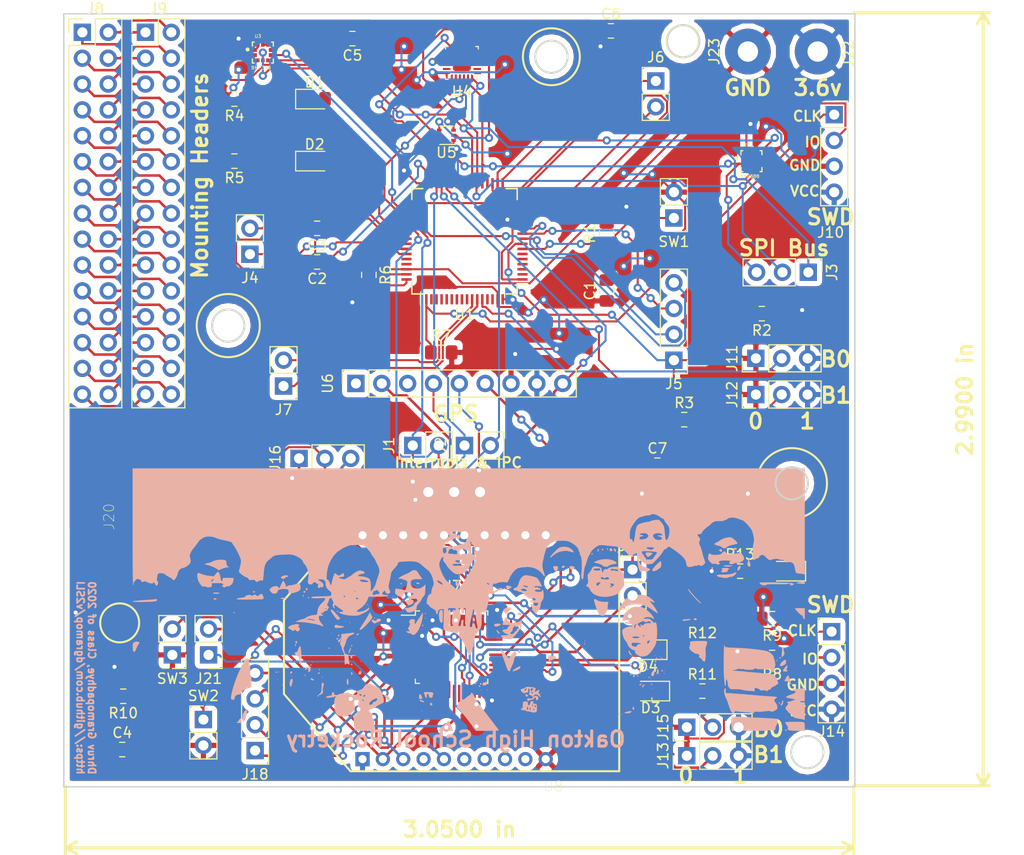
<source format=kicad_pcb>
(kicad_pcb (version 20171130) (host pcbnew "(5.0.1-3-g963ef8bb5)")
  (layers (0 F.Cu signal) (31 B.Cu signal) (34 B.Paste user) (35 F.Paste user) (36 B.SilkS user) (37 F.SilkS user) (38 B.Mask user) (39 F.Mask user) (44 Edge.Cuts user))
  (net 0 "")
  (net 1 "Net-(C1-Pad2)")
  (net 2 GND)
  (net 3 "Net-(C2-Pad1)")
  (net 4 "Net-(C3-Pad1)")
  (net 5 "Net-(C4-Pad2)")
  (net 6 "Net-(D1-Pad2)")
  (net 7 "Net-(D1-Pad1)")
  (net 8 "Net-(D2-Pad1)")
  (net 9 "Net-(D2-Pad2)")
  (net 10 "Net-(D3-Pad2)")
  (net 11 "Net-(D3-Pad1)")
  (net 12 "Net-(D4-Pad1)")
  (net 13 "Net-(D4-Pad2)")
  (net 14 /f103int)
  (net 15 /f205int)
  (net 16 /TX205RX103)
  (net 17 /RX205TX103)
  (net 18 /205CLKSPI)
  (net 19 /205MISOSPI)
  (net 20 /205MOSISPI)
  (net 21 /UART1RX)
  (net 22 /UART1TX)
  (net 23 /vdivider)
  (net 24 "Net-(J5-Pad2)")
  (net 25 "Net-(J5-Pad3)")
  (net 26 "Net-(J5-Pad4)")
  (net 27 /UART2TX)
  (net 28 /UART2RX)
  (net 29 /205SDAI2C)
  (net 30 /205SCLI2C)
  (net 31 "Net-(J8-Pad1)")
  (net 32 "Net-(J8-Pad2)")
  (net 33 "Net-(J8-Pad3)")
  (net 34 "Net-(J8-Pad4)")
  (net 35 "Net-(J8-Pad5)")
  (net 36 "Net-(J8-Pad6)")
  (net 37 "Net-(J8-Pad7)")
  (net 38 "Net-(J8-Pad8)")
  (net 39 "Net-(J8-Pad9)")
  (net 40 "Net-(J8-Pad10)")
  (net 41 "Net-(J8-Pad11)")
  (net 42 "Net-(J8-Pad12)")
  (net 43 "Net-(J8-Pad13)")
  (net 44 "Net-(J8-Pad14)")
  (net 45 "Net-(J8-Pad15)")
  (net 46 "Net-(J8-Pad16)")
  (net 47 "Net-(J8-Pad17)")
  (net 48 "Net-(J8-Pad18)")
  (net 49 "Net-(J8-Pad19)")
  (net 50 "Net-(J8-Pad20)")
  (net 51 "Net-(J8-Pad21)")
  (net 52 "Net-(J8-Pad22)")
  (net 53 "Net-(J8-Pad23)")
  (net 54 "Net-(J8-Pad24)")
  (net 55 "Net-(J8-Pad25)")
  (net 56 "Net-(J8-Pad26)")
  (net 57 "Net-(J8-Pad27)")
  (net 58 "Net-(J8-Pad28)")
  (net 59 "Net-(J8-Pad29)")
  (net 60 "Net-(J8-Pad30)")
  (net 61 /SWCLK205)
  (net 62 /SWIO205)
  (net 63 VCC)
  (net 64 /205BOOT0)
  (net 65 /205BOOT1)
  (net 66 /103BOOT1)
  (net 67 /SWIO103)
  (net 68 /SWCLK103)
  (net 69 /103BOOT0)
  (net 70 /CLK103SPI)
  (net 71 /MISO103SPI)
  (net 72 /MOSI103SPI)
  (net 73 /PPS)
  (net 74 /GPSEnable)
  (net 75 /GPSFix)
  (net 76 /PB0)
  (net 77 /PB1)
  (net 78 /PA0)
  (net 79 /PA1)
  (net 80 /GPSTX103RX)
  (net 81 /GPSRX103TX)
  (net 82 "Net-(J20-Pad1)")
  (net 83 /CSSD)
  (net 84 "Net-(J20-Pad8)")
  (net 85 "Net-(J20-Pad9)")
  (net 86 /RFTX103RX)
  (net 87 /RFRX103TX)
  (net 88 "Net-(SW3-Pad2)")
  (net 89 "Net-(U1-Pad2)")
  (net 90 "Net-(U1-Pad3)")
  (net 91 "Net-(U1-Pad4)")
  (net 92 "Net-(U1-Pad5)")
  (net 93 "Net-(U1-Pad6)")
  (net 94 "Net-(U1-Pad14)")
  (net 95 "Net-(U1-Pad15)")
  (net 96 "Net-(U1-Pad20)")
  (net 97 "Net-(U1-Pad24)")
  (net 98 "Net-(U1-Pad25)")
  (net 99 /ACCINT)
  (net 100 "Net-(U1-Pad27)")
  (net 101 /BMP0CS)
  (net 102 /BMP1CS)
  (net 103 /ICMCS)
  (net 104 "Net-(U1-Pad41)")
  (net 105 "Net-(U1-Pad44)")
  (net 106 "Net-(U1-Pad45)")
  (net 107 "Net-(U1-Pad50)")
  (net 108 "Net-(U1-Pad51)")
  (net 109 "Net-(U1-Pad52)")
  (net 110 "Net-(U1-Pad53)")
  (net 111 "Net-(U1-Pad54)")
  (net 112 "Net-(U1-Pad55)")
  (net 113 "Net-(U1-Pad56)")
  (net 114 "Net-(U1-Pad57)")
  (net 115 "Net-(U1-Pad61)")
  (net 116 "Net-(U1-Pad62)")
  (net 117 "Net-(U2-Pad7)")
  (net 118 "Net-(U3-Pad7)")
  (net 119 "Net-(U4-Pad1)")
  (net 120 "Net-(U4-Pad2)")
  (net 121 "Net-(U4-Pad3)")
  (net 122 "Net-(U4-Pad4)")
  (net 123 "Net-(U4-Pad5)")
  (net 124 "Net-(U4-Pad6)")
  (net 125 "Net-(U4-Pad7)")
  (net 126 /VDDIOACC)
  (net 127 "Net-(U4-Pad10)")
  (net 128 "Net-(U4-Pad11)")
  (net 129 "Net-(U4-Pad14)")
  (net 130 "Net-(U4-Pad15)")
  (net 131 "Net-(U4-Pad16)")
  (net 132 "Net-(U4-Pad17)")
  (net 133 "Net-(U4-Pad19)")
  (net 134 "Net-(U4-Pad21)")
  (net 135 "Net-(U5-Pad5)")
  (net 136 "Net-(U6-Pad1)")
  (net 137 "Net-(U6-Pad3)")
  (net 138 "Net-(U7-Pad2)")
  (net 139 "Net-(U7-Pad3)")
  (net 140 "Net-(U7-Pad4)")
  (net 141 "Net-(U7-Pad5)")
  (net 142 "Net-(U7-Pad6)")
  (net 143 "Net-(U7-Pad14)")
  (net 144 "Net-(U7-Pad15)")
  (net 145 "Net-(U7-Pad16)")
  (net 146 "Net-(U7-Pad17)")
  (net 147 "Net-(U7-Pad42)")
  (net 148 "Net-(U7-Pad43)")
  (net 149 "Net-(U7-Pad45)")
  (net 150 "Net-(U7-Pad46)")
  (net 151 "Net-(U8-Pad4)")
  (net 152 "Net-(U8-Pad6)")
  (net 153 "Net-(U8-Pad7)")
  (net 154 "Net-(U8-Pad8)")
  (net 155 "Net-(U8-Pad9)")
  (net 156 "Net-(U8-Pad11)")
  (net 157 "Net-(U8-Pad12)")
  (net 158 "Net-(U8-Pad13)")
  (net 159 "Net-(U8-Pad14)")
  (net 160 "Net-(U8-Pad15)")
  (net 161 "Net-(U8-Pad16)")
  (net 162 "Net-(U8-Pad17)")
  (net 163 "Net-(U8-Pad18)")
  (net 164 "Net-(U8-Pad19)")
  (net 165 "Net-(U8-Pad20)")
  (net 166 "Net-(D5-Pad2)")
  (module Package_QFP:LQFP-48_7x7mm_P0.5mm (layer F.Cu) (at 162.56 95.25)
    (fp_text reference U7 (at 0 -6) (layer F.SilkS))
    (fp_text value STM32F103C8Tx)
    (pad 1 smd rect (at -4.35 -2.75) (size 1.3 0.25) (layers F.Cu F.Paste F.Mask) (net 63 VCC))
    (pad 2 smd rect (at -4.35 -2.25) (size 1.3 0.25) (layers F.Cu F.Paste F.Mask) (net 138 "Net-(U7-Pad2)"))
    (pad 3 smd rect (at -4.35 -1.75) (size 1.3 0.25) (layers F.Cu F.Paste F.Mask) (net 139 "Net-(U7-Pad3)"))
    (pad 4 smd rect (at -4.35 -1.25) (size 1.3 0.25) (layers F.Cu F.Paste F.Mask) (net 140 "Net-(U7-Pad4)"))
    (pad 5 smd rect (at -4.35 -0.75) (size 1.3 0.25) (layers F.Cu F.Paste F.Mask) (net 141 "Net-(U7-Pad5)"))
    (pad 6 smd rect (at -4.35 -0.25) (size 1.3 0.25) (layers F.Cu F.Paste F.Mask) (net 142 "Net-(U7-Pad6)"))
    (pad 7 smd rect (at -4.35 0.25) (size 1.3 0.25) (layers F.Cu F.Paste F.Mask) (net 5 "Net-(C4-Pad2)"))
    (pad 8 smd rect (at -4.35 0.75) (size 1.3 0.25) (layers F.Cu F.Paste F.Mask) (net 2 GND))
    (pad 9 smd rect (at -4.35 1.25) (size 1.3 0.25) (layers F.Cu F.Paste F.Mask) (net 63 VCC))
    (pad 10 smd rect (at -4.35 1.75) (size 1.3 0.25) (layers F.Cu F.Paste F.Mask) (net 78 /PA0))
    (pad 11 smd rect (at -4.35 2.25) (size 1.3 0.25) (layers F.Cu F.Paste F.Mask) (net 79 /PA1))
    (pad 12 smd rect (at -4.35 2.75) (size 1.3 0.25) (layers F.Cu F.Paste F.Mask) (net 87 /RFRX103TX))
    (pad 13 smd rect (at -2.75 4.35 90) (size 1.3 0.25) (layers F.Cu F.Paste F.Mask) (net 86 /RFTX103RX))
    (pad 14 smd rect (at -2.25 4.35 90) (size 1.3 0.25) (layers F.Cu F.Paste F.Mask) (net 143 "Net-(U7-Pad14)"))
    (pad 15 smd rect (at -1.75 4.35 90) (size 1.3 0.25) (layers F.Cu F.Paste F.Mask) (net 144 "Net-(U7-Pad15)"))
    (pad 16 smd rect (at -1.25 4.35 90) (size 1.3 0.25) (layers F.Cu F.Paste F.Mask) (net 145 "Net-(U7-Pad16)"))
    (pad 17 smd rect (at -0.75 4.35 90) (size 1.3 0.25) (layers F.Cu F.Paste F.Mask) (net 146 "Net-(U7-Pad17)"))
    (pad 18 smd rect (at -0.25 4.35 90) (size 1.3 0.25) (layers F.Cu F.Paste F.Mask) (net 76 /PB0))
    (pad 19 smd rect (at 0.25 4.35 90) (size 1.3 0.25) (layers F.Cu F.Paste F.Mask) (net 77 /PB1))
    (pad 20 smd rect (at 0.75 4.35 90) (size 1.3 0.25) (layers F.Cu F.Paste F.Mask) (net 66 /103BOOT1))
    (pad 21 smd rect (at 1.25 4.35 90) (size 1.3 0.25) (layers F.Cu F.Paste F.Mask) (net 17 /RX205TX103))
    (pad 22 smd rect (at 1.75 4.35 90) (size 1.3 0.25) (layers F.Cu F.Paste F.Mask) (net 16 /TX205RX103))
    (pad 23 smd rect (at 2.25 4.35 90) (size 1.3 0.25) (layers F.Cu F.Paste F.Mask) (net 2 GND))
    (pad 24 smd rect (at 2.75 4.35 90) (size 1.3 0.25) (layers F.Cu F.Paste F.Mask) (net 63 VCC))
    (pad 25 smd rect (at 4.35 2.75) (size 1.3 0.25) (layers F.Cu F.Paste F.Mask) (net 15 /f205int))
    (pad 26 smd rect (at 4.35 2.25) (size 1.3 0.25) (layers F.Cu F.Paste F.Mask) (net 14 /f103int))
    (pad 27 smd rect (at 4.35 1.75) (size 1.3 0.25) (layers F.Cu F.Paste F.Mask) (net 10 "Net-(D3-Pad2)"))
    (pad 28 smd rect (at 4.35 1.25) (size 1.3 0.25) (layers F.Cu F.Paste F.Mask) (net 13 "Net-(D4-Pad2)"))
    (pad 29 smd rect (at 4.35 0.75) (size 1.3 0.25) (layers F.Cu F.Paste F.Mask) (net 74 /GPSEnable))
    (pad 30 smd rect (at 4.35 0.25) (size 1.3 0.25) (layers F.Cu F.Paste F.Mask) (net 81 /GPSRX103TX))
    (pad 31 smd rect (at 4.35 -0.25) (size 1.3 0.25) (layers F.Cu F.Paste F.Mask) (net 80 /GPSTX103RX))
    (pad 32 smd rect (at 4.35 -0.75) (size 1.3 0.25) (layers F.Cu F.Paste F.Mask) (net 83 /CSSD))
    (pad 33 smd rect (at 4.35 -1.25) (size 1.3 0.25) (layers F.Cu F.Paste F.Mask) (net 73 /PPS))
    (pad 34 smd rect (at 4.35 -1.75) (size 1.3 0.25) (layers F.Cu F.Paste F.Mask) (net 67 /SWIO103))
    (pad 35 smd rect (at 4.35 -2.25) (size 1.3 0.25) (layers F.Cu F.Paste F.Mask) (net 2 GND))
    (pad 36 smd rect (at 4.35 -2.75) (size 1.3 0.25) (layers F.Cu F.Paste F.Mask) (net 63 VCC))
    (pad 37 smd rect (at 2.75 -4.35 90) (size 1.3 0.25) (layers F.Cu F.Paste F.Mask) (net 68 /SWCLK103))
    (pad 38 smd rect (at 2.25 -4.35 90) (size 1.3 0.25) (layers F.Cu F.Paste F.Mask) (net 75 /GPSFix))
    (pad 39 smd rect (at 1.75 -4.35 90) (size 1.3 0.25) (layers F.Cu F.Paste F.Mask) (net 70 /CLK103SPI))
    (pad 40 smd rect (at 1.25 -4.35 90) (size 1.3 0.25) (layers F.Cu F.Paste F.Mask) (net 71 /MISO103SPI))
    (pad 41 smd rect (at 0.75 -4.35 90) (size 1.3 0.25) (layers F.Cu F.Paste F.Mask) (net 72 /MOSI103SPI))
    (pad 42 smd rect (at 0.25 -4.35 90) (size 1.3 0.25) (layers F.Cu F.Paste F.Mask) (net 147 "Net-(U7-Pad42)"))
    (pad 43 smd rect (at -0.25 -4.35 90) (size 1.3 0.25) (layers F.Cu F.Paste F.Mask) (net 148 "Net-(U7-Pad43)"))
    (pad 44 smd rect (at -0.75 -4.35 90) (size 1.3 0.25) (layers F.Cu F.Paste F.Mask) (net 69 /103BOOT0))
    (pad 45 smd rect (at -1.25 -4.35 90) (size 1.3 0.25) (layers F.Cu F.Paste F.Mask) (net 149 "Net-(U7-Pad45)"))
    (pad 46 smd rect (at -1.75 -4.35 90) (size 1.3 0.25) (layers F.Cu F.Paste F.Mask) (net 150 "Net-(U7-Pad46)"))
    (pad 47 smd rect (at -2.25 -4.35 90) (size 1.3 0.25) (layers F.Cu F.Paste F.Mask) (net 2 GND))
    (pad 48 smd rect (at -2.75 -4.35 90) (size 1.3 0.25) (layers F.Cu F.Paste F.Mask) (net 63 VCC))
  )
  (module Capacitor_SMD:C_0805_2012Metric_Pad1.15x1.40mm_HandSolder (layer F.Cu) (at 177.8 60.207 90)
    (fp_text reference C1 (at 0 -1.65 90) (layer F.SilkS))
    (fp_text value C)
    (pad 2 smd roundrect (at 1.025 0 90) (size 1.15 1.4) (layers F.Cu F.Paste F.Mask) (roundrect_rratio 0.217391) (net 1 "Net-(C1-Pad2)"))
    (pad 1 smd roundrect (at -1.025 0 90) (size 1.15 1.4) (layers F.Cu F.Paste F.Mask) (roundrect_rratio 0.217391) (net 2 GND))
  )
  (module Capacitor_SMD:C_0805_2012Metric_Pad1.15x1.40mm_HandSolder (layer F.Cu) (at 149.352 57.404 180)
    (fp_text reference C2 (at 0 -1.65 180) (layer F.SilkS))
    (fp_text value "C VCAP")
    (pad 1 smd roundrect (at -1.025 0 180) (size 1.15 1.4) (layers F.Cu F.Paste F.Mask) (roundrect_rratio 0.217391) (net 3 "Net-(C2-Pad1)"))
    (pad 2 smd roundrect (at 1.025 0 180) (size 1.15 1.4) (layers F.Cu F.Paste F.Mask) (roundrect_rratio 0.217391) (net 2 GND))
  )
  (module Capacitor_SMD:C_0805_2012Metric_Pad1.15x1.40mm_HandSolder (layer F.Cu) (at 149.352 54.102 180)
    (fp_text reference C3 (at 0 -1.65 180) (layer F.SilkS))
    (fp_text value "C VCAP")
    (pad 2 smd roundrect (at 1.025 0 180) (size 1.15 1.4) (layers F.Cu F.Paste F.Mask) (roundrect_rratio 0.217391) (net 2 GND))
    (pad 1 smd roundrect (at -1.025 0 180) (size 1.15 1.4) (layers F.Cu F.Paste F.Mask) (roundrect_rratio 0.217391) (net 4 "Net-(C3-Pad1)"))
  )
  (module Capacitor_SMD:C_0805_2012Metric_Pad1.15x1.40mm_HandSolder (layer F.Cu) (at 130.204259 105.312259)
    (fp_text reference C4 (at 0 -1.65) (layer F.SilkS))
    (fp_text value C)
    (pad 1 smd roundrect (at -1.025 0) (size 1.15 1.4) (layers F.Cu F.Paste F.Mask) (roundrect_rratio 0.217391) (net 2 GND))
    (pad 2 smd roundrect (at 1.025 0) (size 1.15 1.4) (layers F.Cu F.Paste F.Mask) (roundrect_rratio 0.217391) (net 5 "Net-(C4-Pad2)"))
  )
  (module LED_SMD:LED_0805_2012Metric_Pad1.15x1.40mm_HandSolder (layer F.Cu) (at 149.098 41.402)
    (fp_text reference D1 (at 0 -1.65) (layer F.SilkS))
    (fp_text value LED)
    (pad 2 smd roundrect (at 1.025 0) (size 1.15 1.4) (layers F.Cu F.Paste F.Mask) (roundrect_rratio 0.217391) (net 6 "Net-(D1-Pad2)"))
    (pad 1 smd roundrect (at -1.025 0) (size 1.15 1.4) (layers F.Cu F.Paste F.Mask) (roundrect_rratio 0.217391) (net 7 "Net-(D1-Pad1)"))
  )
  (module LED_SMD:LED_0805_2012Metric_Pad1.15x1.40mm_HandSolder (layer F.Cu) (at 149.098 47.498)
    (fp_text reference D2 (at 0 -1.65) (layer F.SilkS))
    (fp_text value LED)
    (pad 1 smd roundrect (at -1.025 0) (size 1.15 1.4) (layers F.Cu F.Paste F.Mask) (roundrect_rratio 0.217391) (net 8 "Net-(D2-Pad1)"))
    (pad 2 smd roundrect (at 1.025 0) (size 1.15 1.4) (layers F.Cu F.Paste F.Mask) (roundrect_rratio 0.217391) (net 9 "Net-(D2-Pad2)"))
  )
  (module LED_SMD:LED_0805_2012Metric_Pad1.15x1.40mm_HandSolder (layer F.Cu) (at 182.118 99.568 180)
    (fp_text reference D3 (at 0 -1.65 180) (layer F.SilkS))
    (fp_text value LED)
    (pad 2 smd roundrect (at 1.025 0 180) (size 1.15 1.4) (layers F.Cu F.Paste F.Mask) (roundrect_rratio 0.217391) (net 10 "Net-(D3-Pad2)"))
    (pad 1 smd roundrect (at -1.025 0 180) (size 1.15 1.4) (layers F.Cu F.Paste F.Mask) (roundrect_rratio 0.217391) (net 11 "Net-(D3-Pad1)"))
  )
  (module LED_SMD:LED_0805_2012Metric_Pad1.15x1.40mm_HandSolder (layer F.Cu) (at 181.864 95.504 180)
    (fp_text reference D4 (at 0 -1.65 180) (layer F.SilkS))
    (fp_text value LED)
    (pad 1 smd roundrect (at -1.025 0 180) (size 1.15 1.4) (layers F.Cu F.Paste F.Mask) (roundrect_rratio 0.217391) (net 12 "Net-(D4-Pad1)"))
    (pad 2 smd roundrect (at 1.025 0 180) (size 1.15 1.4) (layers F.Cu F.Paste F.Mask) (roundrect_rratio 0.217391) (net 13 "Net-(D4-Pad2)"))
  )
  (module Connector_PinHeader_2.54mm:PinHeader_1x02_P2.54mm_Vertical (layer F.Cu) (at 158.75 75.438 90)
    (fp_text reference J1 (at 0 -2.33 90) (layer F.SilkS))
    (fp_text value "Inter-MCU Interrupts Header")
    (pad 1 thru_hole rect (at 0 0 90) (size 1.7 1.7) (drill 1) (layers *.Cu *.Mask) (net 14 /f103int))
    (pad 2 thru_hole oval (at 0 2.54 90) (size 1.7 1.7) (drill 1) (layers *.Cu *.Mask) (net 15 /f205int))
  )
  (module Connector_PinHeader_2.54mm:PinHeader_1x02_P2.54mm_Vertical (layer F.Cu) (at 163.83 75.438 90)
    (fp_text reference J2 (at 0 -2.33 90) (layer F.SilkS))
    (fp_text value "Inter-MCU UART Header")
    (pad 2 thru_hole oval (at 0 2.54 90) (size 1.7 1.7) (drill 1) (layers *.Cu *.Mask) (net 16 /TX205RX103))
    (pad 1 thru_hole rect (at 0 0 90) (size 1.7 1.7) (drill 1) (layers *.Cu *.Mask) (net 17 /RX205TX103))
  )
  (module Connector_PinHeader_2.54mm:PinHeader_1x03_P2.54mm_Vertical (layer F.Cu) (at 197.612 58.42 270)
    (fp_text reference J3 (at 0 -2.33 270) (layer F.SilkS))
    (fp_text value "SPI Bus")
    (pad 3 thru_hole oval (at 0 5.08 270) (size 1.7 1.7) (drill 1) (layers *.Cu *.Mask) (net 18 /205CLKSPI))
    (pad 2 thru_hole oval (at 0 2.54 270) (size 1.7 1.7) (drill 1) (layers *.Cu *.Mask) (net 19 /205MISOSPI))
    (pad 1 thru_hole rect (at 0 0 270) (size 1.7 1.7) (drill 1) (layers *.Cu *.Mask) (net 20 /205MOSISPI))
  )
  (module Connector_PinHeader_2.54mm:PinHeader_1x02_P2.54mm_Vertical (layer F.Cu) (at 142.748 56.642 180)
    (fp_text reference J4 (at 0 -2.33 180) (layer F.SilkS))
    (fp_text value UART1)
    (pad 1 thru_hole rect (at 0 0 180) (size 1.7 1.7) (drill 1) (layers *.Cu *.Mask) (net 21 /UART1RX))
    (pad 2 thru_hole oval (at 0 2.54 180) (size 1.7 1.7) (drill 1) (layers *.Cu *.Mask) (net 22 /UART1TX))
  )
  (module Connector_PinHeader_2.54mm:PinHeader_1x04_P2.54mm_Vertical (layer F.Cu) (at 184.404 67.056 180)
    (fp_text reference J5 (at 0 -2.33 180) (layer F.SilkS))
    (fp_text value 205GPIOs)
    (pad 1 thru_hole rect (at 0 0 180) (size 1.7 1.7) (drill 1) (layers *.Cu *.Mask) (net 23 /vdivider))
    (pad 2 thru_hole oval (at 0 2.54 180) (size 1.7 1.7) (drill 1) (layers *.Cu *.Mask) (net 24 "Net-(J5-Pad2)"))
    (pad 3 thru_hole oval (at 0 5.08 180) (size 1.7 1.7) (drill 1) (layers *.Cu *.Mask) (net 25 "Net-(J5-Pad3)"))
    (pad 4 thru_hole oval (at 0 7.62 180) (size 1.7 1.7) (drill 1) (layers *.Cu *.Mask) (net 26 "Net-(J5-Pad4)"))
  )
  (module Connector_PinHeader_2.54mm:PinHeader_1x02_P2.54mm_Vertical (layer F.Cu) (at 182.626 39.624)
    (fp_text reference J6 (at 0 -2.33) (layer F.SilkS))
    (fp_text value UART2)
    (pad 2 thru_hole oval (at 0 2.54) (size 1.7 1.7) (drill 1) (layers *.Cu *.Mask) (net 27 /UART2TX))
    (pad 1 thru_hole rect (at 0 0) (size 1.7 1.7) (drill 1) (layers *.Cu *.Mask) (net 28 /UART2RX))
  )
  (module Connector_PinHeader_2.54mm:PinHeader_1x02_P2.54mm_Vertical (layer F.Cu) (at 146.05 69.596 180)
    (fp_text reference J7 (at 0 -2.33 180) (layer F.SilkS))
    (fp_text value I2C1)
    (pad 1 thru_hole rect (at 0 0 180) (size 1.7 1.7) (drill 1) (layers *.Cu *.Mask) (net 29 /205SDAI2C))
    (pad 2 thru_hole oval (at 0 2.54 180) (size 1.7 1.7) (drill 1) (layers *.Cu *.Mask) (net 30 /205SCLI2C))
  )
  (module Connector_PinHeader_2.54mm:PinHeader_2x15_P2.54mm_Vertical (layer F.Cu) (at 126.285001 34.845001)
    (fp_text reference J8 (at 1.27 -2.33) (layer F.SilkS))
    (fp_text value Conn_02x15_Top_Bottom)
    (pad 1 thru_hole rect (at 0 0) (size 1.7 1.7) (drill 1) (layers *.Cu *.Mask) (net 31 "Net-(J8-Pad1)"))
    (pad 2 thru_hole oval (at 2.54 0) (size 1.7 1.7) (drill 1) (layers *.Cu *.Mask) (net 32 "Net-(J8-Pad2)"))
    (pad 3 thru_hole oval (at 0 2.54) (size 1.7 1.7) (drill 1) (layers *.Cu *.Mask) (net 33 "Net-(J8-Pad3)"))
    (pad 4 thru_hole oval (at 2.54 2.54) (size 1.7 1.7) (drill 1) (layers *.Cu *.Mask) (net 34 "Net-(J8-Pad4)"))
    (pad 5 thru_hole oval (at 0 5.08) (size 1.7 1.7) (drill 1) (layers *.Cu *.Mask) (net 35 "Net-(J8-Pad5)"))
    (pad 6 thru_hole oval (at 2.54 5.08) (size 1.7 1.7) (drill 1) (layers *.Cu *.Mask) (net 36 "Net-(J8-Pad6)"))
    (pad 7 thru_hole oval (at 0 7.62) (size 1.7 1.7) (drill 1) (layers *.Cu *.Mask) (net 37 "Net-(J8-Pad7)"))
    (pad 8 thru_hole oval (at 2.54 7.62) (size 1.7 1.7) (drill 1) (layers *.Cu *.Mask) (net 38 "Net-(J8-Pad8)"))
    (pad 9 thru_hole oval (at 0 10.16) (size 1.7 1.7) (drill 1) (layers *.Cu *.Mask) (net 39 "Net-(J8-Pad9)"))
    (pad 10 thru_hole oval (at 2.54 10.16) (size 1.7 1.7) (drill 1) (layers *.Cu *.Mask) (net 40 "Net-(J8-Pad10)"))
    (pad 11 thru_hole oval (at 0 12.7) (size 1.7 1.7) (drill 1) (layers *.Cu *.Mask) (net 41 "Net-(J8-Pad11)"))
    (pad 12 thru_hole oval (at 2.54 12.7) (size 1.7 1.7) (drill 1) (layers *.Cu *.Mask) (net 42 "Net-(J8-Pad12)"))
    (pad 13 thru_hole oval (at 0 15.24) (size 1.7 1.7) (drill 1) (layers *.Cu *.Mask) (net 43 "Net-(J8-Pad13)"))
    (pad 14 thru_hole oval (at 2.54 15.24) (size 1.7 1.7) (drill 1) (layers *.Cu *.Mask) (net 44 "Net-(J8-Pad14)"))
    (pad 15 thru_hole oval (at 0 17.78) (size 1.7 1.7) (drill 1) (layers *.Cu *.Mask) (net 45 "Net-(J8-Pad15)"))
    (pad 16 thru_hole oval (at 2.54 17.78) (size 1.7 1.7) (drill 1) (layers *.Cu *.Mask) (net 46 "Net-(J8-Pad16)"))
    (pad 17 thru_hole oval (at 0 20.32) (size 1.7 1.7) (drill 1) (layers *.Cu *.Mask) (net 47 "Net-(J8-Pad17)"))
    (pad 18 thru_hole oval (at 2.54 20.32) (size 1.7 1.7) (drill 1) (layers *.Cu *.Mask) (net 48 "Net-(J8-Pad18)"))
    (pad 19 thru_hole oval (at 0 22.86) (size 1.7 1.7) (drill 1) (layers *.Cu *.Mask) (net 49 "Net-(J8-Pad19)"))
    (pad 20 thru_hole oval (at 2.54 22.86) (size 1.7 1.7) (drill 1) (layers *.Cu *.Mask) (net 50 "Net-(J8-Pad20)"))
    (pad 21 thru_hole oval (at 0 25.4) (size 1.7 1.7) (drill 1) (layers *.Cu *.Mask) (net 51 "Net-(J8-Pad21)"))
    (pad 22 thru_hole oval (at 2.54 25.4) (size 1.7 1.7) (drill 1) (layers *.Cu *.Mask) (net 52 "Net-(J8-Pad22)"))
    (pad 23 thru_hole oval (at 0 27.94) (size 1.7 1.7) (drill 1) (layers *.Cu *.Mask) (net 53 "Net-(J8-Pad23)"))
    (pad 24 thru_hole oval (at 2.54 27.94) (size 1.7 1.7) (drill 1) (layers *.Cu *.Mask) (net 54 "Net-(J8-Pad24)"))
    (pad 25 thru_hole oval (at 0 30.48) (size 1.7 1.7) (drill 1) (layers *.Cu *.Mask) (net 55 "Net-(J8-Pad25)"))
    (pad 26 thru_hole oval (at 2.54 30.48) (size 1.7 1.7) (drill 1) (layers *.Cu *.Mask) (net 56 "Net-(J8-Pad26)"))
    (pad 27 thru_hole oval (at 0 33.02) (size 1.7 1.7) (drill 1) (layers *.Cu *.Mask) (net 57 "Net-(J8-Pad27)"))
    (pad 28 thru_hole oval (at 2.54 33.02) (size 1.7 1.7) (drill 1) (layers *.Cu *.Mask) (net 58 "Net-(J8-Pad28)"))
    (pad 29 thru_hole oval (at 0 35.56) (size 1.7 1.7) (drill 1) (layers *.Cu *.Mask) (net 59 "Net-(J8-Pad29)"))
    (pad 30 thru_hole oval (at 2.54 35.56) (size 1.7 1.7) (drill 1) (layers *.Cu *.Mask) (net 60 "Net-(J8-Pad30)"))
  )
  (module Connector_PinHeader_2.54mm:PinHeader_2x15_P2.54mm_Vertical (layer F.Cu) (at 132.485001 34.845001)
    (fp_text reference J9 (at 1.27 -2.33) (layer F.SilkS))
    (fp_text value Conn_02x15_Top_Bottom)
    (pad 30 thru_hole oval (at 2.54 35.56) (size 1.7 1.7) (drill 1) (layers *.Cu *.Mask) (net 60 "Net-(J8-Pad30)"))
    (pad 29 thru_hole oval (at 0 35.56) (size 1.7 1.7) (drill 1) (layers *.Cu *.Mask) (net 59 "Net-(J8-Pad29)"))
    (pad 28 thru_hole oval (at 2.54 33.02) (size 1.7 1.7) (drill 1) (layers *.Cu *.Mask) (net 58 "Net-(J8-Pad28)"))
    (pad 27 thru_hole oval (at 0 33.02) (size 1.7 1.7) (drill 1) (layers *.Cu *.Mask) (net 57 "Net-(J8-Pad27)"))
    (pad 26 thru_hole oval (at 2.54 30.48) (size 1.7 1.7) (drill 1) (layers *.Cu *.Mask) (net 56 "Net-(J8-Pad26)"))
    (pad 25 thru_hole oval (at 0 30.48) (size 1.7 1.7) (drill 1) (layers *.Cu *.Mask) (net 55 "Net-(J8-Pad25)"))
    (pad 24 thru_hole oval (at 2.54 27.94) (size 1.7 1.7) (drill 1) (layers *.Cu *.Mask) (net 54 "Net-(J8-Pad24)"))
    (pad 23 thru_hole oval (at 0 27.94) (size 1.7 1.7) (drill 1) (layers *.Cu *.Mask) (net 53 "Net-(J8-Pad23)"))
    (pad 22 thru_hole oval (at 2.54 25.4) (size 1.7 1.7) (drill 1) (layers *.Cu *.Mask) (net 52 "Net-(J8-Pad22)"))
    (pad 21 thru_hole oval (at 0 25.4) (size 1.7 1.7) (drill 1) (layers *.Cu *.Mask) (net 51 "Net-(J8-Pad21)"))
    (pad 20 thru_hole oval (at 2.54 22.86) (size 1.7 1.7) (drill 1) (layers *.Cu *.Mask) (net 50 "Net-(J8-Pad20)"))
    (pad 19 thru_hole oval (at 0 22.86) (size 1.7 1.7) (drill 1) (layers *.Cu *.Mask) (net 49 "Net-(J8-Pad19)"))
    (pad 18 thru_hole oval (at 2.54 20.32) (size 1.7 1.7) (drill 1) (layers *.Cu *.Mask) (net 48 "Net-(J8-Pad18)"))
    (pad 17 thru_hole oval (at 0 20.32) (size 1.7 1.7) (drill 1) (layers *.Cu *.Mask) (net 47 "Net-(J8-Pad17)"))
    (pad 16 thru_hole oval (at 2.54 17.78) (size 1.7 1.7) (drill 1) (layers *.Cu *.Mask) (net 46 "Net-(J8-Pad16)"))
    (pad 15 thru_hole oval (at 0 17.78) (size 1.7 1.7) (drill 1) (layers *.Cu *.Mask) (net 45 "Net-(J8-Pad15)"))
    (pad 14 thru_hole oval (at 2.54 15.24) (size 1.7 1.7) (drill 1) (layers *.Cu *.Mask) (net 44 "Net-(J8-Pad14)"))
    (pad 13 thru_hole oval (at 0 15.24) (size 1.7 1.7) (drill 1) (layers *.Cu *.Mask) (net 43 "Net-(J8-Pad13)"))
    (pad 12 thru_hole oval (at 2.54 12.7) (size 1.7 1.7) (drill 1) (layers *.Cu *.Mask) (net 42 "Net-(J8-Pad12)"))
    (pad 11 thru_hole oval (at 0 12.7) (size 1.7 1.7) (drill 1) (layers *.Cu *.Mask) (net 41 "Net-(J8-Pad11)"))
    (pad 10 thru_hole oval (at 2.54 10.16) (size 1.7 1.7) (drill 1) (layers *.Cu *.Mask) (net 40 "Net-(J8-Pad10)"))
    (pad 9 thru_hole oval (at 0 10.16) (size 1.7 1.7) (drill 1) (layers *.Cu *.Mask) (net 39 "Net-(J8-Pad9)"))
    (pad 8 thru_hole oval (at 2.54 7.62) (size 1.7 1.7) (drill 1) (layers *.Cu *.Mask) (net 38 "Net-(J8-Pad8)"))
    (pad 7 thru_hole oval (at 0 7.62) (size 1.7 1.7) (drill 1) (layers *.Cu *.Mask) (net 37 "Net-(J8-Pad7)"))
    (pad 6 thru_hole oval (at 2.54 5.08) (size 1.7 1.7) (drill 1) (layers *.Cu *.Mask) (net 36 "Net-(J8-Pad6)"))
    (pad 5 thru_hole oval (at 0 5.08) (size 1.7 1.7) (drill 1) (layers *.Cu *.Mask) (net 35 "Net-(J8-Pad5)"))
    (pad 4 thru_hole oval (at 2.54 2.54) (size 1.7 1.7) (drill 1) (layers *.Cu *.Mask) (net 34 "Net-(J8-Pad4)"))
    (pad 3 thru_hole oval (at 0 2.54) (size 1.7 1.7) (drill 1) (layers *.Cu *.Mask) (net 33 "Net-(J8-Pad3)"))
    (pad 2 thru_hole oval (at 2.54 0) (size 1.7 1.7) (drill 1) (layers *.Cu *.Mask) (net 32 "Net-(J8-Pad2)"))
    (pad 1 thru_hole rect (at 0 0) (size 1.7 1.7) (drill 1) (layers *.Cu *.Mask) (net 31 "Net-(J8-Pad1)"))
  )
  (module Connector_PinSocket_2.54mm:PinSocket_1x04_P2.54mm_Vertical (layer F.Cu) (at 200.152 42.926)
    (fp_text reference J10 (at -0.351741 11.586259) (layer F.SilkS))
    (fp_text value "Programming Header for 205")
    (pad 1 thru_hole rect (at 0 0) (size 1.7 1.7) (drill 1) (layers *.Cu *.Mask) (net 61 /SWCLK205))
    (pad 2 thru_hole oval (at 0 2.54) (size 1.7 1.7) (drill 1) (layers *.Cu *.Mask) (net 62 /SWIO205))
    (pad 3 thru_hole oval (at 0 5.08) (size 1.7 1.7) (drill 1) (layers *.Cu *.Mask) (net 2 GND))
    (pad 4 thru_hole oval (at 0 7.62) (size 1.7 1.7) (drill 1) (layers *.Cu *.Mask) (net 63 VCC))
  )
  (module Connector_PinHeader_2.54mm:PinHeader_1x03_P2.54mm_Vertical (layer F.Cu) (at 192.457588 66.87599 90)
    (fp_text reference J11 (at 0 -2.33 90) (layer F.SilkS))
    (fp_text value "Boot 0")
    (pad 1 thru_hole rect (at 0 0 90) (size 1.7 1.7) (drill 1) (layers *.Cu *.Mask) (net 2 GND))
    (pad 2 thru_hole oval (at 0 2.54 90) (size 1.7 1.7) (drill 1) (layers *.Cu *.Mask) (net 64 /205BOOT0))
    (pad 3 thru_hole oval (at 0 5.08 90) (size 1.7 1.7) (drill 1) (layers *.Cu *.Mask) (net 63 VCC))
  )
  (module Connector_PinHeader_2.54mm:PinHeader_1x03_P2.54mm_Vertical (layer F.Cu) (at 192.457588 70.43199 90)
    (fp_text reference J12 (at 0 -2.33 90) (layer F.SilkS))
    (fp_text value "Boot 1")
    (pad 1 thru_hole rect (at 0 0 90) (size 1.7 1.7) (drill 1) (layers *.Cu *.Mask) (net 2 GND))
    (pad 2 thru_hole oval (at 0 2.54 90) (size 1.7 1.7) (drill 1) (layers *.Cu *.Mask) (net 65 /205BOOT1))
    (pad 3 thru_hole oval (at 0 5.08 90) (size 1.7 1.7) (drill 1) (layers *.Cu *.Mask) (net 63 VCC))
  )
  (module Connector_PinHeader_2.54mm:PinHeader_1x03_P2.54mm_Vertical (layer F.Cu) (at 185.674 105.918 90)
    (fp_text reference J13 (at 0 -2.33 90) (layer F.SilkS))
    (fp_text value "Boot 1")
    (pad 3 thru_hole oval (at 0 5.08 90) (size 1.7 1.7) (drill 1) (layers *.Cu *.Mask) (net 63 VCC))
    (pad 2 thru_hole oval (at 0 2.54 90) (size 1.7 1.7) (drill 1) (layers *.Cu *.Mask) (net 66 /103BOOT1))
    (pad 1 thru_hole rect (at 0 0 90) (size 1.7 1.7) (drill 1) (layers *.Cu *.Mask) (net 2 GND))
  )
  (module Connector_PinHeader_2.54mm:PinHeader_1x04_P2.54mm_Vertical (layer F.Cu) (at 199.898 93.726)
    (fp_text reference J14 (at 0 9.808259) (layer F.SilkS))
    (fp_text value "Programming Header for 103")
    (pad 4 thru_hole oval (at 0 7.62) (size 1.7 1.7) (drill 1) (layers *.Cu *.Mask) (net 63 VCC))
    (pad 3 thru_hole oval (at 0 5.08) (size 1.7 1.7) (drill 1) (layers *.Cu *.Mask) (net 2 GND))
    (pad 2 thru_hole oval (at 0 2.54) (size 1.7 1.7) (drill 1) (layers *.Cu *.Mask) (net 67 /SWIO103))
    (pad 1 thru_hole rect (at 0 0) (size 1.7 1.7) (drill 1) (layers *.Cu *.Mask) (net 68 /SWCLK103))
  )
  (module Connector_PinHeader_2.54mm:PinHeader_1x03_P2.54mm_Vertical (layer F.Cu) (at 185.674 103.124 90)
    (fp_text reference J15 (at 0 -2.33 90) (layer F.SilkS))
    (fp_text value "Boot 0")
    (pad 1 thru_hole rect (at 0 0 90) (size 1.7 1.7) (drill 1) (layers *.Cu *.Mask) (net 2 GND))
    (pad 2 thru_hole oval (at 0 2.54 90) (size 1.7 1.7) (drill 1) (layers *.Cu *.Mask) (net 69 /103BOOT0))
    (pad 3 thru_hole oval (at 0 5.08 90) (size 1.7 1.7) (drill 1) (layers *.Cu *.Mask) (net 63 VCC))
  )
  (module Connector_PinHeader_2.54mm:PinHeader_1x03_P2.54mm_Vertical (layer F.Cu) (at 147.574 76.708 90)
    (fp_text reference J16 (at 0 -2.33 90) (layer F.SilkS))
    (fp_text value "SPI Bus")
    (pad 3 thru_hole oval (at 0 5.08 90) (size 1.7 1.7) (drill 1) (layers *.Cu *.Mask) (net 70 /CLK103SPI))
    (pad 2 thru_hole oval (at 0 2.54 90) (size 1.7 1.7) (drill 1) (layers *.Cu *.Mask) (net 71 /MISO103SPI))
    (pad 1 thru_hole rect (at 0 0 90) (size 1.7 1.7) (drill 1) (layers *.Cu *.Mask) (net 72 /MOSI103SPI))
  )
  (module Connector_PinHeader_2.54mm:PinHeader_1x03_P2.54mm_Vertical (layer F.Cu) (at 165.354 80.01 270)
    (fp_text reference J17 (at 0 -2.33 270) (layer F.SilkS))
    (fp_text value "Enable Fix ")
    (pad 1 thru_hole rect (at 0 0 270) (size 1.7 1.7) (drill 1) (layers *.Cu *.Mask) (net 73 /PPS))
    (pad 2 thru_hole oval (at 0 2.54 270) (size 1.7 1.7) (drill 1) (layers *.Cu *.Mask) (net 74 /GPSEnable))
    (pad 3 thru_hole oval (at 0 5.08 270) (size 1.7 1.7) (drill 1) (layers *.Cu *.Mask) (net 75 /GPSFix))
  )
  (module Connector_PinHeader_2.54mm:PinHeader_1x04_P2.54mm_Vertical (layer F.Cu) (at 143.256 105.41 180)
    (fp_text reference J18 (at 0 -2.33 180) (layer F.SilkS))
    (fp_text value GPIOs)
    (pad 1 thru_hole rect (at 0 0 180) (size 1.7 1.7) (drill 1) (layers *.Cu *.Mask) (net 76 /PB0))
    (pad 2 thru_hole oval (at 0 2.54 180) (size 1.7 1.7) (drill 1) (layers *.Cu *.Mask) (net 77 /PB1))
    (pad 3 thru_hole oval (at 0 5.08 180) (size 1.7 1.7) (drill 1) (layers *.Cu *.Mask) (net 78 /PA0))
    (pad 4 thru_hole oval (at 0 7.62 180) (size 1.7 1.7) (drill 1) (layers *.Cu *.Mask) (net 79 /PA1))
  )
  (module Connector_PinHeader_2.54mm:PinHeader_1x02_P2.54mm_Vertical (layer F.Cu) (at 180.34 87.63)
    (fp_text reference J19 (at 0 -2.33) (layer F.SilkS))
    (fp_text value UART1)
    (pad 2 thru_hole oval (at 0 2.54) (size 1.7 1.7) (drill 1) (layers *.Cu *.Mask) (net 80 /GPSTX103RX))
    (pad 1 thru_hole rect (at 0 0) (size 1.7 1.7) (drill 1) (layers *.Cu *.Mask) (net 81 /GPSRX103TX))
  )
  (module 1140084168:1140084168 (layer F.Cu) (at 138.176 77.216 270)
    (fp_text reference J20 (at 5.21893 9.27409 270) (layer F.SilkS) (effects (font (size 1.00061 1.00061) (thickness 0.05))))
    (fp_text value Micro_SD_Card (at 5.744259 5.939741 270) (layer F.SilkS) (effects (font (size 1 0.9) (thickness 0.05))))
    (pad 1 smd rect (at 9.175 11.038) (size 1.75044 0.700176) (layers F.Cu F.Paste F.Mask) (net 82 "Net-(J20-Pad1)"))
    (pad 2 smd rect (at 8.075 11.038) (size 1.75298 0.701191) (layers F.Cu F.Paste F.Mask) (net 83 /CSSD))
    (pad 3 smd rect (at 6.975 11.038) (size 1.75161 0.700643) (layers F.Cu F.Paste F.Mask) (net 72 /MOSI103SPI))
    (pad 4 smd rect (at 5.875 11.038) (size 1.75218 0.700871) (layers F.Cu F.Paste F.Mask) (net 63 VCC))
    (pad 5 smd rect (at 4.775 11.038) (size 1.75246 0.700982) (layers F.Cu F.Paste F.Mask) (net 70 /CLK103SPI))
    (pad 6 smd rect (at 3.675 11.038) (size 1.75043 0.700174) (layers F.Cu F.Paste F.Mask) (net 2 GND))
    (pad 7 smd rect (at 2.575 11.038) (size 1.75177 0.70071) (layers F.Cu F.Paste F.Mask) (net 71 /MISO103SPI))
    (pad 8 smd rect (at 1.475 11.038) (size 1.75264 0.701055) (layers F.Cu F.Paste F.Mask) (net 84 "Net-(J20-Pad8)"))
    (pad 9 smd rect (at 0.175 10.913 270) (size 1.50092 1.50092) (layers F.Cu F.Paste F.Mask) (net 85 "Net-(J20-Pad9)"))
    (pad 10 smd rect (at 11.625 10.913 270) (size 1.5018 1.5018) (layers F.Cu F.Paste F.Mask))
    (pad 11 smd rect (at 0 3.313) (size 1.5011 0.800585) (layers F.Cu F.Paste F.Mask))
    (pad 12 smd rect (at 11.95 2.663) (size 1.40064 0.800364) (layers F.Cu F.Paste F.Mask))
    (pad 13 smd rect (at 0.355 1.813 270) (size 1.50001 1.00001) (layers F.Cu F.Paste F.Mask))
    (pad 14 smd rect (at 11.55 0.213) (size 1.50193 1.00129) (layers F.Cu F.Paste F.Mask))
  )
  (module Connector_PinHeader_2.54mm:PinHeader_1x02_P2.54mm_Vertical (layer F.Cu) (at 138.684 96.012 180)
    (fp_text reference J21 (at 0 -2.33 180) (layer F.SilkS))
    (fp_text value "Radio UART")
    (pad 2 thru_hole oval (at 0 2.54 180) (size 1.7 1.7) (drill 1) (layers *.Cu *.Mask) (net 86 /RFTX103RX))
    (pad 1 thru_hole rect (at 0 0 180) (size 1.7 1.7) (drill 1) (layers *.Cu *.Mask) (net 87 /RFRX103TX))
  )
  (module Resistor_SMD:R_0805_2012Metric_Pad1.15x1.40mm_HandSolder (layer F.Cu) (at 177.8 54.61 90)
    (fp_text reference R1 (at 0 -1.65 90) (layer F.SilkS))
    (fp_text value R)
    (pad 2 smd roundrect (at 1.025 0 90) (size 1.15 1.4) (layers F.Cu F.Paste F.Mask) (roundrect_rratio 0.217391) (net 63 VCC))
    (pad 1 smd roundrect (at -1.025 0 90) (size 1.15 1.4) (layers F.Cu F.Paste F.Mask) (roundrect_rratio 0.217391) (net 1 "Net-(C1-Pad2)"))
  )
  (module Resistor_SMD:R_0805_2012Metric_Pad1.15x1.40mm_HandSolder (layer F.Cu) (at 193.04 62.484 180)
    (fp_text reference R2 (at 0 -1.65 180) (layer F.SilkS))
    (fp_text value R)
    (pad 1 smd roundrect (at -1.025 0 180) (size 1.15 1.4) (layers F.Cu F.Paste F.Mask) (roundrect_rratio 0.217391) (net 63 VCC))
    (pad 2 smd roundrect (at 1.025 0 180) (size 1.15 1.4) (layers F.Cu F.Paste F.Mask) (roundrect_rratio 0.217391) (net 23 /vdivider))
  )
  (module Resistor_SMD:R_0805_2012Metric_Pad1.15x1.40mm_HandSolder (layer F.Cu) (at 185.42 72.898)
    (fp_text reference R3 (at 0 -1.65) (layer F.SilkS))
    (fp_text value R)
    (pad 2 smd roundrect (at 1.025 0) (size 1.15 1.4) (layers F.Cu F.Paste F.Mask) (roundrect_rratio 0.217391) (net 2 GND))
    (pad 1 smd roundrect (at -1.025 0) (size 1.15 1.4) (layers F.Cu F.Paste F.Mask) (roundrect_rratio 0.217391) (net 23 /vdivider))
  )
  (module Resistor_SMD:R_0805_2012Metric_Pad1.15x1.40mm_HandSolder (layer F.Cu) (at 141.224 41.402 180)
    (fp_text reference R4 (at 0 -1.65 180) (layer F.SilkS))
    (fp_text value R)
    (pad 2 smd roundrect (at 1.025 0 180) (size 1.15 1.4) (layers F.Cu F.Paste F.Mask) (roundrect_rratio 0.217391) (net 2 GND))
    (pad 1 smd roundrect (at -1.025 0 180) (size 1.15 1.4) (layers F.Cu F.Paste F.Mask) (roundrect_rratio 0.217391) (net 7 "Net-(D1-Pad1)"))
  )
  (module Resistor_SMD:R_0805_2012Metric_Pad1.15x1.40mm_HandSolder (layer F.Cu) (at 141.224 47.498 180)
    (fp_text reference R5 (at 0 -1.65 180) (layer F.SilkS))
    (fp_text value R)
    (pad 1 smd roundrect (at -1.025 0 180) (size 1.15 1.4) (layers F.Cu F.Paste F.Mask) (roundrect_rratio 0.217391) (net 8 "Net-(D2-Pad1)"))
    (pad 2 smd roundrect (at 1.025 0 180) (size 1.15 1.4) (layers F.Cu F.Paste F.Mask) (roundrect_rratio 0.217391) (net 2 GND))
  )
  (module Resistor_SMD:R_0805_2012Metric_Pad1.15x1.40mm_HandSolder (layer F.Cu) (at 154.432 58.674 270)
    (fp_text reference R6 (at 0 -1.65 270) (layer F.SilkS))
    (fp_text value R)
    (pad 2 smd roundrect (at 1.025 0 270) (size 1.15 1.4) (layers F.Cu F.Paste F.Mask) (roundrect_rratio 0.217391) (net 63 VCC))
    (pad 1 smd roundrect (at -1.025 0 270) (size 1.15 1.4) (layers F.Cu F.Paste F.Mask) (roundrect_rratio 0.217391) (net 62 /SWIO205))
  )
  (module Resistor_SMD:R_0805_2012Metric_Pad1.15x1.40mm_HandSolder (layer F.Cu) (at 161.544 66.294)
    (fp_text reference R7 (at 0 -1.65) (layer F.SilkS))
    (fp_text value R)
    (pad 2 smd roundrect (at 1.025 0) (size 1.15 1.4) (layers F.Cu F.Paste F.Mask) (roundrect_rratio 0.217391) (net 2 GND))
    (pad 1 smd roundrect (at -1.025 0) (size 1.15 1.4) (layers F.Cu F.Paste F.Mask) (roundrect_rratio 0.217391) (net 61 /SWCLK205))
  )
  (module Resistor_SMD:R_0805_2012Metric_Pad1.15x1.40mm_HandSolder (layer F.Cu) (at 194.056 96.266 180)
    (fp_text reference R8 (at 0 -1.65 180) (layer F.SilkS))
    (fp_text value R)
    (pad 1 smd roundrect (at -1.025 0 180) (size 1.15 1.4) (layers F.Cu F.Paste F.Mask) (roundrect_rratio 0.217391) (net 67 /SWIO103))
    (pad 2 smd roundrect (at 1.025 0 180) (size 1.15 1.4) (layers F.Cu F.Paste F.Mask) (roundrect_rratio 0.217391) (net 63 VCC))
  )
  (module Resistor_SMD:R_0805_2012Metric_Pad1.15x1.40mm_HandSolder (layer F.Cu) (at 194.056 92.456 180)
    (fp_text reference R9 (at 0 -1.65 180) (layer F.SilkS))
    (fp_text value R)
    (pad 1 smd roundrect (at -1.025 0 180) (size 1.15 1.4) (layers F.Cu F.Paste F.Mask) (roundrect_rratio 0.217391) (net 68 /SWCLK103))
    (pad 2 smd roundrect (at 1.025 0 180) (size 1.15 1.4) (layers F.Cu F.Paste F.Mask) (roundrect_rratio 0.217391) (net 2 GND))
  )
  (module Resistor_SMD:R_0805_2012Metric_Pad1.15x1.40mm_HandSolder (layer F.Cu) (at 130.302 100.076 180)
    (fp_text reference R10 (at 0 -1.65 180) (layer F.SilkS))
    (fp_text value R)
    (pad 1 smd roundrect (at -1.025 0 180) (size 1.15 1.4) (layers F.Cu F.Paste F.Mask) (roundrect_rratio 0.217391) (net 5 "Net-(C4-Pad2)"))
    (pad 2 smd roundrect (at 1.025 0 180) (size 1.15 1.4) (layers F.Cu F.Paste F.Mask) (roundrect_rratio 0.217391) (net 63 VCC))
  )
  (module Resistor_SMD:R_0805_2012Metric_Pad1.15x1.40mm_HandSolder (layer F.Cu) (at 187.198 99.568)
    (fp_text reference R11 (at 0 -1.65) (layer F.SilkS))
    (fp_text value R)
    (pad 1 smd roundrect (at -1.025 0) (size 1.15 1.4) (layers F.Cu F.Paste F.Mask) (roundrect_rratio 0.217391) (net 11 "Net-(D3-Pad1)"))
    (pad 2 smd roundrect (at 1.025 0) (size 1.15 1.4) (layers F.Cu F.Paste F.Mask) (roundrect_rratio 0.217391) (net 2 GND))
  )
  (module Resistor_SMD:R_0805_2012Metric_Pad1.15x1.40mm_HandSolder (layer F.Cu) (at 187.198 95.504)
    (fp_text reference R12 (at 0 -1.65) (layer F.SilkS))
    (fp_text value R)
    (pad 2 smd roundrect (at 1.025 0) (size 1.15 1.4) (layers F.Cu F.Paste F.Mask) (roundrect_rratio 0.217391) (net 2 GND))
    (pad 1 smd roundrect (at -1.025 0) (size 1.15 1.4) (layers F.Cu F.Paste F.Mask) (roundrect_rratio 0.217391) (net 12 "Net-(D4-Pad1)"))
  )
  (module Connector_PinHeader_2.54mm:PinHeader_1x02_P2.54mm_Vertical (layer F.Cu) (at 184.404 53.086 180)
    (fp_text reference SW1 (at 0 -2.33 180) (layer F.SilkS))
    (fp_text value SW_Push)
    (pad 1 thru_hole rect (at 0 0 180) (size 1.7 1.7) (drill 1) (layers *.Cu *.Mask) (net 1 "Net-(C1-Pad2)"))
    (pad 2 thru_hole oval (at 0 2.54 180) (size 1.7 1.7) (drill 1) (layers *.Cu *.Mask) (net 2 GND))
  )
  (module Connector_PinHeader_2.54mm:PinHeader_1x02_P2.54mm_Vertical (layer F.Cu) (at 138.176 102.362)
    (fp_text reference SW2 (at 0 -2.33) (layer F.SilkS))
    (fp_text value SW_Push)
    (pad 2 thru_hole oval (at 0 2.54) (size 1.7 1.7) (drill 1) (layers *.Cu *.Mask) (net 2 GND))
    (pad 1 thru_hole rect (at 0 0) (size 1.7 1.7) (drill 1) (layers *.Cu *.Mask) (net 5 "Net-(C4-Pad2)"))
  )
  (module Connector_PinHeader_2.54mm:PinHeader_1x02_P2.54mm_Vertical (layer F.Cu) (at 135.128 96.012 180)
    (fp_text reference SW3 (at 0 -2.33 180) (layer F.SilkS))
    (fp_text value SW_Push)
    (pad 1 thru_hole rect (at 0 0 180) (size 1.7 1.7) (drill 1) (layers *.Cu *.Mask) (net 2 GND))
    (pad 2 thru_hole oval (at 0 2.54 180) (size 1.7 1.7) (drill 1) (layers *.Cu *.Mask) (net 88 "Net-(SW3-Pad2)"))
  )
  (module Package_QFP:LQFP-64_10x10mm_P0.5mm (layer F.Cu) (at 163.83 55.372 180)
    (fp_text reference U1 (at 0 -7.2 180) (layer F.SilkS))
    (fp_text value STM32F205RETx)
    (pad 1 smd rect (at -5.7 -3.75 180) (size 1 0.25) (layers F.Cu F.Paste F.Mask) (net 63 VCC))
    (pad 2 smd rect (at -5.7 -3.25 180) (size 1 0.25) (layers F.Cu F.Paste F.Mask) (net 89 "Net-(U1-Pad2)"))
    (pad 3 smd rect (at -5.7 -2.75 180) (size 1 0.25) (layers F.Cu F.Paste F.Mask) (net 90 "Net-(U1-Pad3)"))
    (pad 4 smd rect (at -5.7 -2.25 180) (size 1 0.25) (layers F.Cu F.Paste F.Mask) (net 91 "Net-(U1-Pad4)"))
    (pad 5 smd rect (at -5.7 -1.75 180) (size 1 0.25) (layers F.Cu F.Paste F.Mask) (net 92 "Net-(U1-Pad5)"))
    (pad 6 smd rect (at -5.7 -1.25 180) (size 1 0.25) (layers F.Cu F.Paste F.Mask) (net 93 "Net-(U1-Pad6)"))
    (pad 7 smd rect (at -5.7 -0.75 180) (size 1 0.25) (layers F.Cu F.Paste F.Mask) (net 1 "Net-(C1-Pad2)"))
    (pad 8 smd rect (at -5.7 -0.25 180) (size 1 0.25) (layers F.Cu F.Paste F.Mask) (net 23 /vdivider))
    (pad 9 smd rect (at -5.7 0.25 180) (size 1 0.25) (layers F.Cu F.Paste F.Mask) (net 24 "Net-(J5-Pad2)"))
    (pad 10 smd rect (at -5.7 0.75 180) (size 1 0.25) (layers F.Cu F.Paste F.Mask) (net 25 "Net-(J5-Pad3)"))
    (pad 11 smd rect (at -5.7 1.25 180) (size 1 0.25) (layers F.Cu F.Paste F.Mask) (net 26 "Net-(J5-Pad4)"))
    (pad 12 smd rect (at -5.7 1.75 180) (size 1 0.25) (layers F.Cu F.Paste F.Mask) (net 2 GND))
    (pad 13 smd rect (at -5.7 2.25 180) (size 1 0.25) (layers F.Cu F.Paste F.Mask) (net 63 VCC))
    (pad 14 smd rect (at -5.7 2.75 180) (size 1 0.25) (layers F.Cu F.Paste F.Mask) (net 94 "Net-(U1-Pad14)"))
    (pad 15 smd rect (at -5.7 3.25 180) (size 1 0.25) (layers F.Cu F.Paste F.Mask) (net 95 "Net-(U1-Pad15)"))
    (pad 16 smd rect (at -5.7 3.75 180) (size 1 0.25) (layers F.Cu F.Paste F.Mask) (net 27 /UART2TX))
    (pad 17 smd rect (at -3.75 5.7 270) (size 1 0.25) (layers F.Cu F.Paste F.Mask) (net 28 /UART2RX))
    (pad 18 smd rect (at -3.25 5.7 270) (size 1 0.25) (layers F.Cu F.Paste F.Mask) (net 2 GND))
    (pad 19 smd rect (at -2.75 5.7 270) (size 1 0.25) (layers F.Cu F.Paste F.Mask) (net 63 VCC))
    (pad 20 smd rect (at -2.25 5.7 270) (size 1 0.25) (layers F.Cu F.Paste F.Mask) (net 96 "Net-(U1-Pad20)"))
    (pad 21 smd rect (at -1.75 5.7 270) (size 1 0.25) (layers F.Cu F.Paste F.Mask) (net 18 /205CLKSPI))
    (pad 22 smd rect (at -1.25 5.7 270) (size 1 0.25) (layers F.Cu F.Paste F.Mask) (net 19 /205MISOSPI))
    (pad 23 smd rect (at -0.75 5.7 270) (size 1 0.25) (layers F.Cu F.Paste F.Mask) (net 20 /205MOSISPI))
    (pad 24 smd rect (at -0.25 5.7 270) (size 1 0.25) (layers F.Cu F.Paste F.Mask) (net 97 "Net-(U1-Pad24)"))
    (pad 25 smd rect (at 0.25 5.7 270) (size 1 0.25) (layers F.Cu F.Paste F.Mask) (net 98 "Net-(U1-Pad25)"))
    (pad 26 smd rect (at 0.75 5.7 270) (size 1 0.25) (layers F.Cu F.Paste F.Mask) (net 99 /ACCINT))
    (pad 27 smd rect (at 1.25 5.7 270) (size 1 0.25) (layers F.Cu F.Paste F.Mask) (net 100 "Net-(U1-Pad27)"))
    (pad 28 smd rect (at 1.75 5.7 270) (size 1 0.25) (layers F.Cu F.Paste F.Mask) (net 65 /205BOOT1))
    (pad 29 smd rect (at 2.25 5.7 270) (size 1 0.25) (layers F.Cu F.Paste F.Mask) (net 16 /TX205RX103))
    (pad 30 smd rect (at 2.75 5.7 270) (size 1 0.25) (layers F.Cu F.Paste F.Mask) (net 17 /RX205TX103))
    (pad 31 smd rect (at 3.25 5.7 270) (size 1 0.25) (layers F.Cu F.Paste F.Mask) (net 3 "Net-(C2-Pad1)"))
    (pad 32 smd rect (at 3.75 5.7 270) (size 1 0.25) (layers F.Cu F.Paste F.Mask) (net 63 VCC))
    (pad 33 smd rect (at 5.7 3.75 180) (size 1 0.25) (layers F.Cu F.Paste F.Mask) (net 101 /BMP0CS))
    (pad 34 smd rect (at 5.7 3.25 180) (size 1 0.25) (layers F.Cu F.Paste F.Mask) (net 102 /BMP1CS))
    (pad 35 smd rect (at 5.7 2.75 180) (size 1 0.25) (layers F.Cu F.Paste F.Mask) (net 103 /ICMCS))
    (pad 36 smd rect (at 5.7 2.25 180) (size 1 0.25) (layers F.Cu F.Paste F.Mask) (net 73 /PPS))
    (pad 37 smd rect (at 5.7 1.75 180) (size 1 0.25) (layers F.Cu F.Paste F.Mask) (net 14 /f103int))
    (pad 38 smd rect (at 5.7 1.25 180) (size 1 0.25) (layers F.Cu F.Paste F.Mask) (net 15 /f205int))
    (pad 39 smd rect (at 5.7 0.75 180) (size 1 0.25) (layers F.Cu F.Paste F.Mask) (net 6 "Net-(D1-Pad2)"))
    (pad 40 smd rect (at 5.7 0.25 180) (size 1 0.25) (layers F.Cu F.Paste F.Mask) (net 9 "Net-(D2-Pad2)"))
    (pad 41 smd rect (at 5.7 -0.25 180) (size 1 0.25) (layers F.Cu F.Paste F.Mask) (net 104 "Net-(U1-Pad41)"))
    (pad 42 smd rect (at 5.7 -0.75 180) (size 1 0.25) (layers F.Cu F.Paste F.Mask) (net 22 /UART1TX))
    (pad 43 smd rect (at 5.7 -1.25 180) (size 1 0.25) (layers F.Cu F.Paste F.Mask) (net 21 /UART1RX))
    (pad 44 smd rect (at 5.7 -1.75 180) (size 1 0.25) (layers F.Cu F.Paste F.Mask) (net 105 "Net-(U1-Pad44)"))
    (pad 45 smd rect (at 5.7 -2.25 180) (size 1 0.25) (layers F.Cu F.Paste F.Mask) (net 106 "Net-(U1-Pad45)"))
    (pad 46 smd rect (at 5.7 -2.75 180) (size 1 0.25) (layers F.Cu F.Paste F.Mask) (net 62 /SWIO205))
    (pad 47 smd rect (at 5.7 -3.25 180) (size 1 0.25) (layers F.Cu F.Paste F.Mask) (net 4 "Net-(C3-Pad1)"))
    (pad 48 smd rect (at 5.7 -3.75 180) (size 1 0.25) (layers F.Cu F.Paste F.Mask) (net 63 VCC))
    (pad 49 smd rect (at 3.75 -5.7 270) (size 1 0.25) (layers F.Cu F.Paste F.Mask) (net 61 /SWCLK205))
    (pad 50 smd rect (at 3.25 -5.7 270) (size 1 0.25) (layers F.Cu F.Paste F.Mask) (net 107 "Net-(U1-Pad50)"))
    (pad 51 smd rect (at 2.75 -5.7 270) (size 1 0.25) (layers F.Cu F.Paste F.Mask) (net 108 "Net-(U1-Pad51)"))
    (pad 52 smd rect (at 2.25 -5.7 270) (size 1 0.25) (layers F.Cu F.Paste F.Mask) (net 109 "Net-(U1-Pad52)"))
    (pad 53 smd rect (at 1.75 -5.7 270) (size 1 0.25) (layers F.Cu F.Paste F.Mask) (net 110 "Net-(U1-Pad53)"))
    (pad 54 smd rect (at 1.25 -5.7 270) (size 1 0.25) (layers F.Cu F.Paste F.Mask) (net 111 "Net-(U1-Pad54)"))
    (pad 55 smd rect (at 0.75 -5.7 270) (size 1 0.25) (layers F.Cu F.Paste F.Mask) (net 112 "Net-(U1-Pad55)"))
    (pad 56 smd rect (at 0.25 -5.7 270) (size 1 0.25) (layers F.Cu F.Paste F.Mask) (net 113 "Net-(U1-Pad56)"))
    (pad 57 smd rect (at -0.25 -5.7 270) (size 1 0.25) (layers F.Cu F.Paste F.Mask) (net 114 "Net-(U1-Pad57)"))
    (pad 58 smd rect (at -0.75 -5.7 270) (size 1 0.25) (layers F.Cu F.Paste F.Mask) (net 30 /205SCLI2C))
    (pad 59 smd rect (at -1.25 -5.7 270) (size 1 0.25) (layers F.Cu F.Paste F.Mask) (net 29 /205SDAI2C))
    (pad 60 smd rect (at -1.75 -5.7 270) (size 1 0.25) (layers F.Cu F.Paste F.Mask) (net 64 /205BOOT0))
    (pad 61 smd rect (at -2.25 -5.7 270) (size 1 0.25) (layers F.Cu F.Paste F.Mask) (net 115 "Net-(U1-Pad61)"))
    (pad 62 smd rect (at -2.75 -5.7 270) (size 1 0.25) (layers F.Cu F.Paste F.Mask) (net 116 "Net-(U1-Pad62)"))
    (pad 63 smd rect (at -3.25 -5.7 270) (size 1 0.25) (layers F.Cu F.Paste F.Mask) (net 2 GND))
    (pad 64 smd rect (at -3.75 -5.7 270) (size 1 0.25) (layers F.Cu F.Paste F.Mask) (net 63 VCC))
  )
  (module BMP388:PQFN50P200X200X80-10N (layer F.Cu) (at 192.024 47.498)
    (fp_text reference U2 (at -0.487858 -1.60538) (layer F.SilkS) (effects (font (size 0.320434 0.320434) (thickness 0.05))))
    (fp_text value BMP388 (at -0.184282 1.49908) (layer F.SilkS) (effects (font (size 0.320487 0.320487) (thickness 0.05))))
    (pad 10 smd rect (at -0.5 -0.765 90) (size 0.38 0.35) (layers F.Cu F.Paste F.Mask) (net 63 VCC))
    (pad 9 smd rect (at 0 -0.765 90) (size 0.38 0.35) (layers F.Cu F.Paste F.Mask) (net 2 GND))
    (pad 8 smd rect (at 0.5 -0.765 90) (size 0.38 0.35) (layers F.Cu F.Paste F.Mask) (net 2 GND))
    (pad 7 smd rect (at 0.765 -0.25 90) (size 0.38 0.35) (layers F.Cu F.Paste F.Mask) (net 117 "Net-(U2-Pad7)"))
    (pad 6 smd rect (at 0.765 0.25 90) (size 0.38 0.35) (layers F.Cu F.Paste F.Mask) (net 101 /BMP0CS))
    (pad 5 smd rect (at 0.5 0.765 90) (size 0.38 0.35) (layers F.Cu F.Paste F.Mask) (net 19 /205MISOSPI))
    (pad 4 smd rect (at 0 0.765 90) (size 0.38 0.35) (layers F.Cu F.Paste F.Mask) (net 20 /205MOSISPI))
    (pad 3 smd rect (at -0.5 0.765 90) (size 0.38 0.35) (layers F.Cu F.Paste F.Mask) (net 2 GND))
    (pad 2 smd rect (at -0.765 0.25 90) (size 0.38 0.35) (layers F.Cu F.Paste F.Mask) (net 18 /205CLKSPI))
    (pad 1 smd rect (at -0.765 -0.25 90) (size 0.38 0.35) (layers F.Cu F.Paste F.Mask) (net 63 VCC))
  )
  (module BMP388:PQFN50P200X200X80-10N (layer F.Cu) (at 144.018 36.83)
    (fp_text reference U3 (at -0.487858 -1.60538) (layer F.SilkS) (effects (font (size 0.320434 0.320434) (thickness 0.05))))
    (fp_text value BMP388 (at -0.184282 1.49908) (layer F.SilkS) (effects (font (size 0.320487 0.320487) (thickness 0.05))))
    (pad 1 smd rect (at -0.765 -0.25 90) (size 0.38 0.35) (layers F.Cu F.Paste F.Mask) (net 63 VCC))
    (pad 2 smd rect (at -0.765 0.25 90) (size 0.38 0.35) (layers F.Cu F.Paste F.Mask) (net 18 /205CLKSPI))
    (pad 3 smd rect (at -0.5 0.765 90) (size 0.38 0.35) (layers F.Cu F.Paste F.Mask) (net 2 GND))
    (pad 4 smd rect (at 0 0.765 90) (size 0.38 0.35) (layers F.Cu F.Paste F.Mask) (net 20 /205MOSISPI))
    (pad 5 smd rect (at 0.5 0.765 90) (size 0.38 0.35) (layers F.Cu F.Paste F.Mask) (net 19 /205MISOSPI))
    (pad 6 smd rect (at 0.765 0.25 90) (size 0.38 0.35) (layers F.Cu F.Paste F.Mask) (net 102 /BMP1CS))
    (pad 7 smd rect (at 0.765 -0.25 90) (size 0.38 0.35) (layers F.Cu F.Paste F.Mask) (net 118 "Net-(U3-Pad7)"))
    (pad 8 smd rect (at 0.5 -0.765 90) (size 0.38 0.35) (layers F.Cu F.Paste F.Mask) (net 2 GND))
    (pad 9 smd rect (at 0 -0.765 90) (size 0.38 0.35) (layers F.Cu F.Paste F.Mask) (net 2 GND))
    (pad 10 smd rect (at -0.5 -0.765 90) (size 0.38 0.35) (layers F.Cu F.Paste F.Mask) (net 63 VCC))
  )
  (module Package_DFN_QFN:QFN-24-1EP_3x3mm_P0.4mm_EP1.75x1.6mm (layer F.Cu) (at 163.576 37.846 180)
    (fp_text reference U4 (at 0 -2.82 180) (layer F.SilkS))
    (fp_text value ICM20948)
    (pad 25 smd roundrect (at 0 0 180) (size 1.75 1.6) (layers F.Cu F.Mask) (roundrect_rratio 0.15625))
    (pad 1 smd custom (at -1.5 -1 180) (size 0.115147 0.115147) (layers F.Cu F.Paste F.Mask) (net 119 "Net-(U4-Pad1)") (options (clearance outline) (anchor circle)) (primitives (gr_poly (pts (xy -0.375 -0.1) (xy 0.255 -0.1) (xy 0.375 0.02) (xy 0.375 0.1) (xy -0.375 0.1)) (width 0))))
    (pad 2 smd roundrect (at -1.5 -0.6 180) (size 0.75 0.2) (layers F.Cu F.Paste F.Mask) (net 120 "Net-(U4-Pad2)"))
    (pad 3 smd roundrect (at -1.5 -0.2 180) (size 0.75 0.2) (layers F.Cu F.Paste F.Mask) (net 121 "Net-(U4-Pad3)"))
    (pad 4 smd roundrect (at -1.5 0.2 180) (size 0.75 0.2) (layers F.Cu F.Paste F.Mask) (net 122 "Net-(U4-Pad4)"))
    (pad 5 smd roundrect (at -1.5 0.6 180) (size 0.75 0.2) (layers F.Cu F.Paste F.Mask) (net 123 "Net-(U4-Pad5)"))
    (pad 6 smd custom (at -1.5 1 180) (size 0.115147 0.115147) (layers F.Cu F.Paste F.Mask) (net 124 "Net-(U4-Pad6)") (options (clearance outline) (anchor circle)) (primitives (gr_poly (pts (xy -0.375 -0.1) (xy 0.375 -0.1) (xy 0.375 -0.02) (xy 0.255 0.1) (xy -0.375 0.1)) (width 0))))
    (pad 7 smd custom (at -1 1.5 180) (size 0.115147 0.115147) (layers F.Cu F.Paste F.Mask) (net 125 "Net-(U4-Pad7)") (options (clearance outline) (anchor circle)) (primitives (gr_poly (pts (xy -0.1 -0.255) (xy 0.02 -0.375) (xy 0.1 -0.375) (xy 0.1 0.375) (xy -0.1 0.375)) (width 0))))
    (pad 8 smd roundrect (at -0.6 1.5 180) (size 0.2 0.75) (layers F.Cu F.Paste F.Mask) (net 126 /VDDIOACC))
    (pad 9 smd roundrect (at -0.2 1.5 180) (size 0.2 0.75) (layers F.Cu F.Paste F.Mask) (net 19 /205MISOSPI))
    (pad 10 smd roundrect (at 0.2 1.5 180) (size 0.2 0.75) (layers F.Cu F.Paste F.Mask) (net 127 "Net-(U4-Pad10)"))
    (pad 11 smd roundrect (at 0.6 1.5 180) (size 0.2 0.75) (layers F.Cu F.Paste F.Mask) (net 128 "Net-(U4-Pad11)"))
    (pad 12 smd custom (at 1 1.5 180) (size 0.115147 0.115147) (layers F.Cu F.Paste F.Mask) (net 99 /ACCINT) (options (clearance outline) (anchor circle)) (primitives (gr_poly (pts (xy -0.1 -0.375) (xy -0.02 -0.375) (xy 0.1 -0.255) (xy 0.1 0.375) (xy -0.1 0.375)) (width 0))))
    (pad 13 smd custom (at 1.5 1 180) (size 0.115147 0.115147) (layers F.Cu F.Paste F.Mask) (net 63 VCC) (options (clearance outline) (anchor circle)) (primitives (gr_poly (pts (xy -0.375 -0.1) (xy 0.375 -0.1) (xy 0.375 0.1) (xy -0.255 0.1) (xy -0.375 -0.02)) (width 0))))
    (pad 14 smd roundrect (at 1.5 0.6 180) (size 0.75 0.2) (layers F.Cu F.Paste F.Mask) (net 129 "Net-(U4-Pad14)"))
    (pad 15 smd roundrect (at 1.5 0.2 180) (size 0.75 0.2) (layers F.Cu F.Paste F.Mask) (net 130 "Net-(U4-Pad15)"))
    (pad 16 smd roundrect (at 1.5 -0.2 180) (size 0.75 0.2) (layers F.Cu F.Paste F.Mask) (net 131 "Net-(U4-Pad16)"))
    (pad 17 smd roundrect (at 1.5 -0.6 180) (size 0.75 0.2) (layers F.Cu F.Paste F.Mask) (net 132 "Net-(U4-Pad17)"))
    (pad 18 smd custom (at 1.5 -1 180) (size 0.115147 0.115147) (layers F.Cu F.Paste F.Mask) (net 2 GND) (options (clearance outline) (anchor circle)) (primitives (gr_poly (pts (xy -0.375 0.02) (xy -0.255 -0.1) (xy 0.375 -0.1) (xy 0.375 0.1) (xy -0.375 0.1)) (width 0))))
    (pad 19 smd custom (at 1 -1.5 180) (size 0.115147 0.115147) (layers F.Cu F.Paste F.Mask) (net 133 "Net-(U4-Pad19)") (options (clearance outline) (anchor circle)) (primitives (gr_poly (pts (xy -0.1 -0.375) (xy 0.1 -0.375) (xy 0.1 0.255) (xy -0.02 0.375) (xy -0.1 0.375)) (width 0))))
    (pad 20 smd roundrect (at 0.6 -1.5 180) (size 0.2 0.75) (layers F.Cu F.Paste F.Mask) (net 2 GND))
    (pad 21 smd roundrect (at 0.2 -1.5 180) (size 0.2 0.75) (layers F.Cu F.Paste F.Mask) (net 134 "Net-(U4-Pad21)"))
    (pad 22 smd roundrect (at -0.2 -1.5 180) (size 0.2 0.75) (layers F.Cu F.Paste F.Mask) (net 103 /ICMCS))
    (pad 23 smd roundrect (at -0.6 -1.5 180) (size 0.2 0.75) (layers F.Cu F.Paste F.Mask) (net 18 /205CLKSPI))
    (pad 24 smd custom (at -1 -1.5 180) (size 0.115147 0.115147) (layers F.Cu F.Paste F.Mask) (net 20 /205MOSISPI) (options (clearance outline) (anchor circle)) (primitives (gr_poly (pts (xy -0.1 -0.375) (xy 0.1 -0.375) (xy 0.1 0.375) (xy 0.02 0.375) (xy -0.1 0.255)) (width 0))))
  )
  (module Package_TO_SOT_SMD:SOT-553 (layer F.Cu) (at 162.052 44.958 180)
    (fp_text reference U5 (at 0 -1.7 180) (layer F.SilkS))
    (fp_text value TCR2EE185-SOT553)
    (pad 1 smd rect (at -0.7 -0.5 180) (size 0.45 0.3) (layers F.Cu F.Paste F.Mask) (net 63 VCC))
    (pad 3 smd rect (at -0.7 0.5 180) (size 0.45 0.3) (layers F.Cu F.Paste F.Mask) (net 63 VCC))
    (pad 5 smd rect (at 0.7 -0.5 180) (size 0.45 0.3) (layers F.Cu F.Paste F.Mask) (net 135 "Net-(U5-Pad5)"))
    (pad 2 smd rect (at -0.7 0 180) (size 0.45 0.3) (layers F.Cu F.Paste F.Mask) (net 2 GND))
    (pad 4 smd rect (at 0.7 0.5 180) (size 0.45 0.3) (layers F.Cu F.Paste F.Mask) (net 126 /VDDIOACC))
  )
  (module Connector_PinSocket_2.54mm:PinSocket_1x09_P2.54mm_Vertical (layer F.Cu) (at 153.162 69.342 90)
    (fp_text reference U6 (at 0 -2.77 90) (layer F.SilkS))
    (fp_text value ADA746)
    (pad 1 thru_hole rect (at 0 0 90) (size 1.7 1.7) (drill 1) (layers *.Cu *.Mask) (net 136 "Net-(U6-Pad1)"))
    (pad 2 thru_hole oval (at 0 2.54 90) (size 1.7 1.7) (drill 1) (layers *.Cu *.Mask) (net 74 /GPSEnable))
    (pad 3 thru_hole oval (at 0 5.08 90) (size 1.7 1.7) (drill 1) (layers *.Cu *.Mask) (net 137 "Net-(U6-Pad3)"))
    (pad 4 thru_hole oval (at 0 7.62 90) (size 1.7 1.7) (drill 1) (layers *.Cu *.Mask) (net 75 /GPSFix))
    (pad 5 thru_hole oval (at 0 10.16 90) (size 1.7 1.7) (drill 1) (layers *.Cu *.Mask) (net 80 /GPSTX103RX))
    (pad 6 thru_hole oval (at 0 12.7 90) (size 1.7 1.7) (drill 1) (layers *.Cu *.Mask) (net 81 /GPSRX103TX))
    (pad 7 thru_hole oval (at 0 15.24 90) (size 1.7 1.7) (drill 1) (layers *.Cu *.Mask) (net 2 GND))
    (pad 8 thru_hole oval (at 0 17.78 90) (size 1.7 1.7) (drill 1) (layers *.Cu *.Mask) (net 63 VCC))
    (pad 9 thru_hole oval (at 0 20.32 90) (size 1.7 1.7) (drill 1) (layers *.Cu *.Mask) (net 73 /PPS))
  )
  (module XBP9B-DPST-001:DIP2200W51P200L3294H279Q20P (layer F.Cu) (at 162.56 95.25 90)
    (fp_text reference U8 (at -13.6766 9.99044 180) (layer F.SilkS) (effects (font (size 1.00306 1.00306) (thickness 0.05))))
    (fp_text value Xbee (at 13.629 9.8352 180) (layer F.SilkS) (effects (font (size 1.00104 1.00104) (thickness 0.05))))
    (pad 1 thru_hole rect (at -11 -8.75 90) (size 1.4 1.4) (drill 0.8) (layers *.Cu *.Mask) (net 63 VCC))
    (pad 2 thru_hole circle (at -11 -6.75 90) (size 1.4 1.4) (drill 0.8) (layers *.Cu *.Mask) (net 86 /RFTX103RX))
    (pad 3 thru_hole circle (at -11 -4.75 90) (size 1.4 1.4) (drill 0.8) (layers *.Cu *.Mask) (net 87 /RFRX103TX))
    (pad 4 thru_hole circle (at -11 -2.75 90) (size 1.4 1.4) (drill 0.8) (layers *.Cu *.Mask) (net 151 "Net-(U8-Pad4)"))
    (pad 5 thru_hole circle (at -11 -0.75 90) (size 1.4 1.4) (drill 0.8) (layers *.Cu *.Mask) (net 88 "Net-(SW3-Pad2)"))
    (pad 6 thru_hole circle (at -11 1.25 90) (size 1.4 1.4) (drill 0.8) (layers *.Cu *.Mask) (net 152 "Net-(U8-Pad6)"))
    (pad 7 thru_hole circle (at -11 3.25 90) (size 1.4 1.4) (drill 0.8) (layers *.Cu *.Mask) (net 153 "Net-(U8-Pad7)"))
    (pad 8 thru_hole circle (at -11 5.25 90) (size 1.4 1.4) (drill 0.8) (layers *.Cu *.Mask) (net 154 "Net-(U8-Pad8)"))
    (pad 9 thru_hole circle (at -11 7.25 90) (size 1.4 1.4) (drill 0.8) (layers *.Cu *.Mask) (net 155 "Net-(U8-Pad9)"))
    (pad 10 thru_hole circle (at -11 9.25 90) (size 1.4 1.4) (drill 0.8) (layers *.Cu *.Mask) (net 2 GND))
    (pad 11 thru_hole circle (at 11 9.25 270) (size 1.4 1.4) (drill 0.8) (layers *.Cu *.Mask) (net 156 "Net-(U8-Pad11)"))
    (pad 12 thru_hole circle (at 11 7.25 270) (size 1.4 1.4) (drill 0.8) (layers *.Cu *.Mask) (net 157 "Net-(U8-Pad12)"))
    (pad 13 thru_hole circle (at 11 5.25 270) (size 1.4 1.4) (drill 0.8) (layers *.Cu *.Mask) (net 158 "Net-(U8-Pad13)"))
    (pad 14 thru_hole circle (at 11 3.25 270) (size 1.4 1.4) (drill 0.8) (layers *.Cu *.Mask) (net 159 "Net-(U8-Pad14)"))
    (pad 15 thru_hole circle (at 11 1.25 270) (size 1.4 1.4) (drill 0.8) (layers *.Cu *.Mask) (net 160 "Net-(U8-Pad15)"))
    (pad 16 thru_hole circle (at 11 -0.75 270) (size 1.4 1.4) (drill 0.8) (layers *.Cu *.Mask) (net 161 "Net-(U8-Pad16)"))
    (pad 17 thru_hole circle (at 11 -2.75 270) (size 1.4 1.4) (drill 0.8) (layers *.Cu *.Mask) (net 162 "Net-(U8-Pad17)"))
    (pad 18 thru_hole circle (at 11 -4.75 270) (size 1.4 1.4) (drill 0.8) (layers *.Cu *.Mask) (net 163 "Net-(U8-Pad18)"))
    (pad 19 thru_hole circle (at 11 -6.75 270) (size 1.4 1.4) (drill 0.8) (layers *.Cu *.Mask) (net 164 "Net-(U8-Pad19)"))
    (pad 20 thru_hole circle (at 11 -8.75 270) (size 1.4 1.4) (drill 0.8) (layers *.Cu *.Mask) (net 165 "Net-(U8-Pad20)"))
  )
  (module Capacitor_SMD:C_0805_2012Metric_Pad1.15x1.40mm_HandSolder (layer F.Cu) (at 152.819259 35.462259 180)
    (fp_text reference C5 (at 0 -1.65 180) (layer F.SilkS))
    (fp_text value C)
    (pad 1 smd roundrect (at -1.025 0 180) (size 1.15 1.4) (layers F.Cu F.Paste F.Mask) (roundrect_rratio 0.217391) (net 126 /VDDIOACC))
    (pad 2 smd roundrect (at 1.025 0 180) (size 1.15 1.4) (layers F.Cu F.Paste F.Mask) (roundrect_rratio 0.217391) (net 2 GND))
  )
  (module Capacitor_SMD:C_0805_2012Metric_Pad1.15x1.40mm_HandSolder (layer F.Cu) (at 178.210259 34.700259)
    (fp_text reference C6 (at 0 -1.65) (layer F.SilkS))
    (fp_text value C)
    (pad 2 smd roundrect (at 1.025 0) (size 1.15 1.4) (layers F.Cu F.Paste F.Mask) (roundrect_rratio 0.217391) (net 2 GND))
    (pad 1 smd roundrect (at -1.025 0) (size 1.15 1.4) (layers F.Cu F.Paste F.Mask) (roundrect_rratio 0.217391) (net 63 VCC))
  )
  (module Capacitor_SMD:C_0805_2012Metric_Pad1.15x1.40mm_HandSolder (layer F.Cu) (at 182.782259 77.372259)
    (fp_text reference C7 (at 0 -1.65) (layer F.SilkS))
    (fp_text value C)
    (pad 1 smd roundrect (at -1.025 0) (size 1.15 1.4) (layers F.Cu F.Paste F.Mask) (roundrect_rratio 0.217391) (net 63 VCC))
    (pad 2 smd roundrect (at 1.025 0) (size 1.15 1.4) (layers F.Cu F.Paste F.Mask) (roundrect_rratio 0.217391) (net 2 GND))
  )
  (module Capacitor_SMD:C_0805_2012Metric_Pad1.15x1.40mm_HandSolder (layer F.Cu) (at 187.862259 80.420259 180)
    (fp_text reference C8 (at 0 -1.65 180) (layer F.SilkS))
    (fp_text value CAP)
    (pad 2 smd roundrect (at 1.025 0 180) (size 1.15 1.4) (layers F.Cu F.Paste F.Mask) (roundrect_rratio 0.217391) (net 2 GND))
    (pad 1 smd roundrect (at -1.025 0 180) (size 1.15 1.4) (layers F.Cu F.Paste F.Mask) (roundrect_rratio 0.217391) (net 63 VCC))
  )
  (module LED_SMD:LED_0805_2012Metric_Pad1.15x1.40mm_HandSolder (layer F.Cu) (at 195.482259 87.786259 180)
    (fp_text reference D5 (at 0 1.778 180) (layer F.SilkS))
    (fp_text value LED)
    (pad 1 smd roundrect (at -1.025 0 180) (size 1.15 1.4) (layers F.Cu F.Paste F.Mask) (roundrect_rratio 0.217391) (net 2 GND))
    (pad 2 smd roundrect (at 1.025 0 180) (size 1.15 1.4) (layers F.Cu F.Paste F.Mask) (roundrect_rratio 0.217391) (net 166 "Net-(D5-Pad2)"))
  )
  (module Resistor_SMD:R_0805_2012Metric_Pad1.15x1.40mm_HandSolder (layer F.Cu) (at 190.910259 87.786259)
    (fp_text reference R13 (at 0 -1.65) (layer F.SilkS))
    (fp_text value R)
    (pad 1 smd roundrect (at -1.025 0) (size 1.15 1.4) (layers F.Cu F.Paste F.Mask) (roundrect_rratio 0.217391) (net 63 VCC))
    (pad 2 smd roundrect (at 1.025 0) (size 1.15 1.4) (layers F.Cu F.Paste F.Mask) (roundrect_rratio 0.217391) (net 166 "Net-(D5-Pad2)"))
  )
  (module Connector_Wire:SolderWirePad_1x01_Drill2mm (layer F.Cu) (at 198.530259 36.732259)
    (fp_text reference J22 (at 3.048 0.254 90) (layer F.SilkS))
    (fp_text value "VCC RAIL")
    (pad 1 thru_hole circle (at 0 0) (size 4.50088 4.50088) (drill 1.99898) (layers *.Cu *.Mask) (net 63 VCC))
  )
  (module Connector_Wire:SolderWirePad_1x01_Drill2mm (layer F.Cu) (at 191.672259 36.732259)
    (fp_text reference J23 (at -3.302 0 90) (layer F.SilkS))
    (fp_text value "GND RAIL")
    (pad 1 thru_hole circle (at 0 0) (size 4.50088 4.50088) (drill 1.99898) (layers *.Cu *.Mask) (net 2 GND))
  )
  (module images:everybody (layer B.Cu) (at 164.240259 90.580259 180)
    (fp_text reference G*** hide)
    (fp_text value LOGO hide)
  )
  (gr_text "Dhruv Gramopadhye, Class of 2020 \nhttps://github.com/dgramop/v2SLI" (at 126.648259 107.852259 270) (layer B.SilkS) (effects (font (size 0.7 0.7) (thickness 0.175)) (justify left mirror)))
  (gr_text "Oakton High School Rocketry" (at 162.970259 104.296259) (layer B.SilkS) (effects (font (size 1.5 1.5) (thickness 0.3)) (justify mirror)))
  (gr_text "Mounting Headers" (at 137.824259 48.924259 90) (layer F.SilkS) (effects (font (size 1.5 1.5) (thickness 0.3))))
  (gr_circle (center 197.514259 105.566259) (end 199.101759 105.566259) (layer Edge.Cuts) (width 0.2))
  (gr_circle (center 195.990259 79.150259) (end 197.577759 79.150259) (layer Edge.Cuts) (width 0.2))
  (gr_circle (center 185.322259 35.716259) (end 186.909759 35.716259) (layer Edge.Cuts) (width 0.2))
  (gr_circle (center 140.618259 63.656259) (end 142.205759 63.656259) (layer Edge.Cuts) (width 0.2))
  (gr_circle (center 172.368259 37.240259) (end 173.955759 37.240259) (layer Edge.Cuts) (width 0.2))
  (gr_text PPS (at 165.510259 81.944259) (layer F.SilkS) (effects (font (size 1 1) (thickness 0.2))))
  (gr_text EN (at 162.716259 81.944259) (layer F.SilkS) (effects (font (size 1 1) (thickness 0.2))))
  (gr_text Fix (at 160.176259 81.944259) (layer F.SilkS) (effects (font (size 1 1) (thickness 0.2))))
  (gr_text "Interrupts & IPC" (at 163.224259 77.118259) (layer F.SilkS) (effects (font (size 1 1) (thickness 0.2))))
  (gr_text GPS (at 162.970259 72.292259) (layer F.SilkS) (effects (font (size 1.5 1.5) (thickness 0.3))))
  (gr_text 3.6v (at 198.530259 40.288259) (layer F.SilkS) (effects (font (size 1.5 1.5) (thickness 0.3))))
  (gr_text GND (at 191.672259 40.288259) (layer F.SilkS) (effects (font (size 1.5 1.5) (thickness 0.3))))
  (gr_text SWD (at 199.800259 52.988259) (layer F.SilkS) (effects (font (size 1.5 1.5) (thickness 0.3))))
  (gr_text CLK (at 197.514259 43.082259) (layer F.SilkS) (effects (font (size 1 1) (thickness 0.2))))
  (gr_text IO (at 198.022259 45.622259) (layer F.SilkS) (effects (font (size 1 1) (thickness 0.2))))
  (gr_text VCC (at 197.260259 50.448259) (layer F.SilkS) (effects (font (size 1 1) (thickness 0.2))))
  (gr_text GND (at 197.260259 47.908259) (layer F.SilkS) (effects (font (size 1 1) (thickness 0.2))))
  (gr_text "SPI Bus" (at 195.228259 56.036259) (layer F.SilkS) (effects (font (size 1.5 1.5) (thickness 0.3))))
  (gr_text 1 (at 197.514259 73.054259) (layer F.SilkS) (effects (font (size 1.5 1.5) (thickness 0.3))))
  (gr_text 0 (at 192.434259 73.054259) (layer F.SilkS) (effects (font (size 1.5 1.5) (thickness 0.3))))
  (gr_text B1 (at 200.308259 70.514259) (layer F.SilkS) (effects (font (size 1.5 1.5) (thickness 0.3))))
  (gr_text B0 (at 200.308259 66.958259) (layer F.SilkS) (effects (font (size 1.5 1.5) (thickness 0.3))))
  (gr_text SWD (at 199.800259 91.088259) (layer F.SilkS) (effects (font (size 1.5 1.5) (thickness 0.3))))
  (gr_text CLK (at 197.006259 93.628259) (layer F.SilkS) (effects (font (size 1 1) (thickness 0.2))))
  (gr_text IO (at 197.768259 96.422259) (layer F.SilkS) (effects (font (size 1 1) (thickness 0.2))))
  (gr_text GND (at 197.006259 98.962259) (layer F.SilkS) (effects (font (size 1 1) (thickness 0.2))))
  (gr_text VCC (at 197.006259 101.502259) (layer F.SilkS) (effects (font (size 1 1) (thickness 0.2))))
  (gr_text 1 (at 190.910259 107.852259) (layer F.SilkS) (effects (font (size 1.5 1.5) (thickness 0.3))))
  (gr_text 0 (at 185.576259 107.852259) (layer F.SilkS) (effects (font (size 1.5 1.5) (thickness 0.3))))
  (gr_text "B1\n" (at 193.704259 105.820259) (layer F.SilkS) (effects (font (size 1.5 1.5) (thickness 0.3))))
  (gr_text B0 (at 193.704259 103.280259) (layer F.SilkS) (effects (font (size 1.5 1.5) (thickness 0.3))))
  (gr_circle (center 172.364563 37.240259) (end 175.158563 37.09649) (layer F.SilkS) (width 0.2))
  (dimension 75.946 (width 0.3) (layer F.SilkS) (gr_text "75.946 mm" (at 216.886259 70.895259 270) (layer F.SilkS) (effects (font (size 1.5 1.5) (thickness 0.3)))) (feature1 (pts (xy 202.086259 108.868259) (xy 215.37268 108.868259))) (feature2 (pts (xy 202.086259 32.922259) (xy 215.37268 32.922259))) (crossbar (pts (xy 214.786259 32.922259) (xy 214.786259 108.868259))) (arrow1a (pts (xy 214.786259 108.868259) (xy 214.199838 107.741755))) (arrow1b (pts (xy 214.786259 108.868259) (xy 215.37268 107.741755))) (arrow2a (pts (xy 214.786259 32.922259) (xy 214.199838 34.048763))) (arrow2b (pts (xy 214.786259 32.922259) (xy 215.37268 34.048763))))
  (dimension 77.47 (width 0.3) (layer F.SilkS) (gr_text "77.470 mm" (at 163.351259 117.064259) (layer F.SilkS) (effects (font (size 1.5 1.5) (thickness 0.3)))) (feature1 (pts (xy 202.086259 108.868259) (xy 202.086259 115.55068))) (feature2 (pts (xy 124.616259 108.868259) (xy 124.616259 115.55068))) (crossbar (pts (xy 124.616259 114.964259) (xy 202.086259 114.964259))) (arrow1a (pts (xy 202.086259 114.964259) (xy 200.959755 115.55068))) (arrow1b (pts (xy 202.086259 114.964259) (xy 200.959755 114.377838))) (arrow2a (pts (xy 124.616259 114.964259) (xy 125.742763 115.55068))) (arrow2b (pts (xy 124.616259 114.964259) (xy 125.742763 114.377838))))
  (gr_circle (center 129.950259 92.866259) (end 129.188259 94.623166) (layer F.SilkS) (width 0.2))
  (gr_circle (center 185.258759 35.716259) (end 186.846259 35.716259) (layer F.SilkS) (width 0.2))
  (gr_circle (center 195.990259 79.150259) (end 198.784259 81.182259) (layer F.SilkS) (width 0.2))
  (gr_circle (center 140.618259 63.656259) (end 143.158259 65.434259) (layer F.SilkS) (width 0.2))
  (gr_line (start 202.184 33.02) (end 124.46 33.02) (layer Edge.Cuts) (width 0.15))
  (gr_line (start 202.184 108.966) (end 202.184 33.02) (layer Edge.Cuts) (width 0.15))
  (gr_line (start 124.46 108.966) (end 202.184 108.966) (layer Edge.Cuts) (width 0.15))
  (gr_line (start 124.46 33.02) (end 124.46 108.966) (layer Edge.Cuts) (width 0.15))
  (segment (start 177.8 58.507) (end 177.8 55.635) (width 0.2) (layer F.Cu) (net 1))
  (segment (start 177.8 59.182) (end 177.8 58.507) (width 0.2) (layer F.Cu) (net 1))
  (segment (start 180.349 53.086) (end 184.404 53.086) (width 0.2) (layer F.Cu) (net 1))
  (segment (start 177.8 55.635) (end 180.349 53.086) (width 0.2) (layer F.Cu) (net 1))
  (via (at 175.26 55.626) (size 0.8) (drill 0.4) (layers F.Cu B.Cu) (net 1))
  (segment (start 175.269 55.635) (end 175.26 55.626) (width 0.2) (layer F.Cu) (net 1))
  (segment (start 177.8 55.635) (end 175.269 55.635) (width 0.2) (layer F.Cu) (net 1))
  (segment (start 175.26 55.626) (end 172.212 55.626) (width 0.2) (layer B.Cu) (net 1))
  (via (at 172.212 55.626) (size 0.8) (drill 0.4) (layers F.Cu B.Cu) (net 1))
  (segment (start 171.716 56.122) (end 169.53 56.122) (width 0.2) (layer F.Cu) (net 1))
  (segment (start 172.212 55.626) (end 171.716 56.122) (width 0.2) (layer F.Cu) (net 1))
  (segment (start 144.018 36.065) (end 144.018 34.856518) (width 0.2) (layer F.Cu) (net 2))
  (via (at 141.634259 38.510259) (size 0.8) (drill 0.4) (layers F.Cu B.Cu) (net 2))
  (segment (start 142.549518 37.595) (end 141.634259 38.510259) (width 0.2) (layer F.Cu) (net 2))
  (segment (start 143.518 37.595) (end 142.549518 37.595) (width 0.2) (layer F.Cu) (net 2))
  (segment (start 141.634259 39.780259) (end 141.126259 40.288259) (width 0.2) (layer B.Cu) (net 2))
  (via (at 141.126259 40.288259) (size 0.8) (drill 0.4) (layers F.Cu B.Cu) (net 2))
  (segment (start 141.634259 38.510259) (end 141.634259 39.780259) (width 0.2) (layer B.Cu) (net 2))
  (segment (start 141.126259 40.474741) (end 140.199 41.402) (width 0.2) (layer F.Cu) (net 2))
  (segment (start 141.126259 40.288259) (end 141.126259 40.474741) (width 0.2) (layer F.Cu) (net 2))
  (segment (start 162.076 39.046) (end 162.076 38.846) (width 0.2) (layer F.Cu) (net 2))
  (segment (start 162.076 39.678812) (end 162.076 39.046) (width 0.2) (layer F.Cu) (net 2))
  (segment (start 162.371198 39.97401) (end 162.076 39.678812) (width 0.2) (layer F.Cu) (net 2))
  (segment (start 162.82299 39.97401) (end 162.371198 39.97401) (width 0.2) (layer F.Cu) (net 2))
  (segment (start 162.976 39.821) (end 162.82299 39.97401) (width 0.2) (layer F.Cu) (net 2))
  (segment (start 162.976 39.346) (end 162.976 39.821) (width 0.2) (layer F.Cu) (net 2))
  (via (at 160.684259 38.764259) (size 0.8) (drill 0.4) (layers F.Cu B.Cu) (net 2))
  (segment (start 160.766 38.846) (end 160.684259 38.764259) (width 0.2) (layer F.Cu) (net 2))
  (segment (start 162.076 38.846) (end 160.766 38.846) (width 0.2) (layer F.Cu) (net 2))
  (via (at 159.133699 39.53311) (size 0.8) (drill 0.4) (layers F.Cu B.Cu) (net 2))
  (segment (start 159.90255 38.764259) (end 159.133699 39.53311) (width 0.2) (layer B.Cu) (net 2))
  (segment (start 160.684259 38.764259) (end 159.90255 38.764259) (width 0.2) (layer B.Cu) (net 2))
  (via (at 157.636259 38.510259) (size 0.8) (drill 0.4) (layers F.Cu B.Cu) (net 2))
  (segment (start 158.65911 39.53311) (end 157.636259 38.510259) (width 0.2) (layer F.Cu) (net 2))
  (segment (start 159.133699 39.53311) (end 158.65911 39.53311) (width 0.2) (layer F.Cu) (net 2))
  (segment (start 157.636259 38.510259) (end 157.636259 36.478259) (width 0.2) (layer B.Cu) (net 2))
  (via (at 157.890259 36.224259) (size 0.8) (drill 0.4) (layers F.Cu B.Cu) (net 2))
  (segment (start 157.636259 36.478259) (end 157.890259 36.224259) (width 0.2) (layer B.Cu) (net 2))
  (via (at 167.796259 38.002259) (size 0.8) (drill 0.4) (layers F.Cu B.Cu) (net 2))
  (segment (start 167.034259 38.764259) (end 167.796259 38.002259) (width 0.2) (layer B.Cu) (net 2))
  (segment (start 160.684259 38.764259) (end 167.034259 38.764259) (width 0.2) (layer B.Cu) (net 2))
  (segment (start 142.018857 58.068259) (end 141.380259 57.429661) (width 0.2) (layer F.Cu) (net 2))
  (segment (start 147.662741 58.068259) (end 142.018857 58.068259) (width 0.2) (layer F.Cu) (net 2))
  (segment (start 148.327 57.404) (end 147.662741 58.068259) (width 0.2) (layer F.Cu) (net 2))
  (segment (start 141.380259 57.429661) (end 141.380259 55.274259) (width 0.2) (layer F.Cu) (net 2))
  (segment (start 147.223999 55.205001) (end 147.703628 54.725372) (width 0.2) (layer F.Cu) (net 2))
  (segment (start 141.449517 55.205001) (end 147.223999 55.205001) (width 0.2) (layer F.Cu) (net 2))
  (segment (start 147.703628 54.725372) (end 148.327 54.102) (width 0.2) (layer F.Cu) (net 2))
  (segment (start 141.380259 55.274259) (end 141.449517 55.205001) (width 0.2) (layer F.Cu) (net 2))
  (segment (start 158.473519 89.996999) (end 158.398259 90.072259) (width 0.2) (layer F.Cu) (net 2))
  (via (at 158.398259 90.072259) (size 0.8) (drill 0.4) (layers F.Cu B.Cu) (net 2))
  (segment (start 160.256999 89.996999) (end 158.473519 89.996999) (width 0.2) (layer F.Cu) (net 2))
  (segment (start 160.31 90.05) (end 160.256999 89.996999) (width 0.2) (layer F.Cu) (net 2))
  (segment (start 160.31 90.9) (end 160.31 90.05) (width 0.2) (layer F.Cu) (net 2))
  (via (at 155.604259 91.088259) (size 0.8) (drill 0.4) (layers F.Cu B.Cu) (net 2))
  (segment (start 157.382259 91.088259) (end 155.604259 91.088259) (width 0.2) (layer B.Cu) (net 2))
  (segment (start 158.398259 90.072259) (end 157.382259 91.088259) (width 0.2) (layer B.Cu) (net 2))
  (via (at 165.002259 100.86401) (size 0.8) (drill 0.4) (layers F.Cu B.Cu) (net 2))
  (segment (start 164.81 100.671751) (end 165.002259 100.86401) (width 0.2) (layer F.Cu) (net 2))
  (segment (start 164.81 99.6) (end 164.81 100.671751) (width 0.2) (layer F.Cu) (net 2))
  (via (at 165.002259 103.026259) (size 0.8) (drill 0.4) (layers F.Cu B.Cu) (net 2))
  (segment (start 165.002259 100.86401) (end 165.002259 103.026259) (width 0.2) (layer B.Cu) (net 2))
  (via (at 155.858259 96.168259) (size 0.8) (drill 0.4) (layers F.Cu B.Cu) (net 2))
  (segment (start 156.026518 96) (end 155.858259 96.168259) (width 0.2) (layer F.Cu) (net 2))
  (segment (start 158.21 96) (end 156.026518 96) (width 0.2) (layer F.Cu) (net 2))
  (via (at 155.858259 93.882259) (size 0.8) (drill 0.4) (layers F.Cu B.Cu) (net 2))
  (segment (start 155.858259 96.168259) (end 155.858259 93.882259) (width 0.2) (layer B.Cu) (net 2))
  (via (at 162.970259 92.612259) (size 0.8) (drill 0.4) (layers F.Cu B.Cu) (net 2))
  (segment (start 163.358 93) (end 162.970259 92.612259) (width 0.2) (layer F.Cu) (net 2))
  (segment (start 166.91 93) (end 163.358 93) (width 0.2) (layer F.Cu) (net 2))
  (segment (start 162.922999 100.946999) (end 164.60226 102.62626) (width 0.2) (layer B.Cu) (net 2))
  (segment (start 162.922999 96.968559) (end 162.922999 100.946999) (width 0.2) (layer B.Cu) (net 2))
  (segment (start 164.60226 102.62626) (end 165.002259 103.026259) (width 0.2) (layer B.Cu) (net 2))
  (segment (start 163.467001 96.424557) (end 162.922999 96.968559) (width 0.2) (layer B.Cu) (net 2))
  (segment (start 163.467001 93.674686) (end 163.467001 96.424557) (width 0.2) (layer B.Cu) (net 2))
  (segment (start 162.970259 93.177944) (end 163.467001 93.674686) (width 0.2) (layer B.Cu) (net 2))
  (segment (start 162.970259 92.612259) (end 162.970259 93.177944) (width 0.2) (layer B.Cu) (net 2))
  (segment (start 170.23 53.622) (end 171.117741 52.734259) (width 0.2) (layer F.Cu) (net 2))
  (segment (start 169.53 53.622) (end 170.23 53.622) (width 0.2) (layer F.Cu) (net 2))
  (segment (start 171.117741 52.734259) (end 171.352259 52.734259) (width 0.2) (layer F.Cu) (net 2))
  (segment (start 167.08 49.672) (end 167.08 48.624518) (width 0.2) (layer F.Cu) (net 2))
  (segment (start 167.08 48.624518) (end 167.542259 48.162259) (width 0.2) (layer F.Cu) (net 2))
  (segment (start 192.524 46.733) (end 192.524 45.966) (width 0.2) (layer F.Cu) (net 2))
  (segment (start 192.524 45.966) (end 192.434259 45.876259) (width 0.2) (layer F.Cu) (net 2))
  (segment (start 192.024 46.286518) (end 192.024 46.733) (width 0.2) (layer F.Cu) (net 2))
  (segment (start 191.524 48.263) (end 191.524 48.191001) (width 0.2) (layer F.Cu) (net 2))
  (segment (start 191.595999 48.191001) (end 191.595999 48.581771) (width 0.2) (layer F.Cu) (net 2))
  (segment (start 191.524 48.191001) (end 191.595999 48.191001) (width 0.2) (layer F.Cu) (net 2))
  (segment (start 191.595999 48.581771) (end 192.024 46.286518) (width 0.2) (layer F.Cu) (net 2))
  (segment (start 192.434259 45.876259) (end 191.595999 48.581771) (width 0.2) (layer F.Cu) (net 2))
  (segment (start 144.518 36.065) (end 144.018 36.065) (width 0.2) (layer F.Cu) (net 2))
  (segment (start 169.521001 61.825001) (end 170.082259 62.386259) (width 0.2) (layer F.Cu) (net 2))
  (segment (start 167.133001 61.825001) (end 169.521001 61.825001) (width 0.2) (layer F.Cu) (net 2))
  (segment (start 167.08 61.772) (end 167.133001 61.825001) (width 0.2) (layer F.Cu) (net 2))
  (via (at 170.082259 62.386259) (size 0.8) (drill 0.4) (layers F.Cu B.Cu) (net 2))
  (segment (start 167.08 61.072) (end 167.08 61.772) (width 0.2) (layer F.Cu) (net 2))
  (via (at 171.606259 61.116259) (size 0.8) (drill 0.4) (layers F.Cu B.Cu) (net 2))
  (segment (start 171.352259 61.116259) (end 171.606259 61.116259) (width 0.2) (layer B.Cu) (net 2))
  (segment (start 170.082259 62.386259) (end 171.352259 61.116259) (width 0.2) (layer B.Cu) (net 2))
  (via (at 163.927 45.876259) (size 0.8) (drill 0.4) (layers F.Cu B.Cu) (net 2))
  (segment (start 163.008741 44.958) (end 163.927 45.876259) (width 0.2) (layer F.Cu) (net 2))
  (segment (start 162.752 44.958) (end 163.008741 44.958) (width 0.2) (layer F.Cu) (net 2))
  (segment (start 163.927 45.876259) (end 164.689 46.638259) (width 0.2) (layer B.Cu) (net 2))
  (via (at 168.036198 46.768212) (size 0.8) (drill 0.4) (layers F.Cu B.Cu) (net 2))
  (segment (start 167.906245 46.638259) (end 168.036198 46.768212) (width 0.2) (layer B.Cu) (net 2))
  (segment (start 164.689 46.638259) (end 167.906245 46.638259) (width 0.2) (layer B.Cu) (net 2))
  (via (at 182.020259 57.052259) (size 0.8) (drill 0.4) (layers F.Cu B.Cu) (net 2))
  (segment (start 182.593143 57.052259) (end 182.020259 57.052259) (width 0.2) (layer F.Cu) (net 2))
  (segment (start 185.507001 54.138401) (end 182.593143 57.052259) (width 0.2) (layer F.Cu) (net 2))
  (segment (start 185.507001 51.649001) (end 185.507001 54.138401) (width 0.2) (layer F.Cu) (net 2))
  (segment (start 184.404 50.546) (end 185.507001 51.649001) (width 0.2) (layer F.Cu) (net 2))
  (via (at 179.480259 57.814259) (size 0.8) (drill 0.4) (layers F.Cu B.Cu) (net 2))
  (segment (start 180.242259 57.052259) (end 179.480259 57.814259) (width 0.2) (layer B.Cu) (net 2))
  (segment (start 182.020259 57.052259) (end 180.242259 57.052259) (width 0.2) (layer B.Cu) (net 2))
  (segment (start 182.647999 48.789999) (end 182.274259 48.789999) (width 0.2) (layer F.Cu) (net 2))
  (via (at 182.274259 48.789999) (size 0.8) (drill 0.4) (layers F.Cu B.Cu) (net 2))
  (segment (start 184.404 50.546) (end 182.647999 48.789999) (width 0.2) (layer F.Cu) (net 2))
  (via (at 179.480259 48.670259) (size 0.8) (drill 0.4) (layers F.Cu B.Cu) (net 2))
  (segment (start 179.599999 48.789999) (end 179.480259 48.670259) (width 0.2) (layer B.Cu) (net 2))
  (segment (start 182.274259 48.789999) (end 179.599999 48.789999) (width 0.2) (layer B.Cu) (net 2))
  (via (at 198.276259 46.130259) (size 0.8) (drill 0.4) (layers F.Cu B.Cu) (net 2))
  (via (at 193.450259 44.098259) (size 0.8) (drill 0.4) (layers F.Cu B.Cu) (net 2))
  (segment (start 194.015944 44.098259) (end 193.450259 44.098259) (width 0.2) (layer B.Cu) (net 2))
  (segment (start 194.162701 44.098259) (end 194.015944 44.098259) (width 0.2) (layer B.Cu) (net 2))
  (segment (start 194.963001 46.373001) (end 194.963001 44.898559) (width 0.2) (layer B.Cu) (net 2))
  (segment (start 196.13526 47.54526) (end 194.963001 46.373001) (width 0.2) (layer B.Cu) (net 2))
  (segment (start 194.963001 44.898559) (end 194.162701 44.098259) (width 0.2) (layer B.Cu) (net 2))
  (segment (start 197.5737 47.54526) (end 196.13526 47.54526) (width 0.2) (layer B.Cu) (net 2))
  (segment (start 198.276259 46.842701) (end 197.5737 47.54526) (width 0.2) (layer B.Cu) (net 2))
  (segment (start 198.276259 46.130259) (end 198.276259 46.842701) (width 0.2) (layer B.Cu) (net 2))
  (segment (start 193.108943 43.191258) (end 191.30926 43.191258) (width 0.2) (layer F.Cu) (net 2))
  (segment (start 193.450259 43.532574) (end 193.108943 43.191258) (width 0.2) (layer F.Cu) (net 2))
  (segment (start 193.450259 44.098259) (end 193.450259 43.532574) (width 0.2) (layer F.Cu) (net 2))
  (segment (start 191.30926 43.191258) (end 190.402259 44.098259) (width 0.2) (layer F.Cu) (net 2))
  (segment (start 166.561011 59.853011) (end 162.215011 59.853011) (width 0.2) (layer F.Cu) (net 2))
  (segment (start 167.08 60.372) (end 166.561011 59.853011) (width 0.2) (layer F.Cu) (net 2))
  (segment (start 167.08 61.072) (end 167.08 60.372) (width 0.2) (layer F.Cu) (net 2))
  (segment (start 162.215011 59.853011) (end 161.700259 59.338259) (width 0.2) (layer F.Cu) (net 2))
  (via (at 173.130259 64.418259) (size 0.8) (drill 0.4) (layers F.Cu B.Cu) (net 2))
  (segment (start 173.130259 62.640259) (end 171.606259 61.116259) (width 0.2) (layer B.Cu) (net 2))
  (segment (start 173.130259 64.418259) (end 173.130259 62.640259) (width 0.2) (layer B.Cu) (net 2))
  (via (at 195.228259 94.390259) (size 0.8) (drill 0.4) (layers F.Cu B.Cu) (net 2))
  (via (at 193.196259 90.326259) (size 0.8) (drill 0.4) (layers F.Cu B.Cu) (net 2))
  (segment (start 193.196259 92.358259) (end 195.228259 94.390259) (width 0.2) (layer B.Cu) (net 2))
  (segment (start 193.196259 90.326259) (end 193.196259 92.358259) (width 0.2) (layer B.Cu) (net 2))
  (segment (start 189.317001 100.662001) (end 188.846372 100.191372) (width 0.2) (layer F.Cu) (net 2))
  (segment (start 188.846372 100.191372) (end 188.223 99.568) (width 0.2) (layer F.Cu) (net 2))
  (segment (start 189.317001 103.653441) (end 189.317001 100.662001) (width 0.2) (layer F.Cu) (net 2))
  (segment (start 188.743441 104.227001) (end 189.317001 103.653441) (width 0.2) (layer F.Cu) (net 2))
  (segment (start 185.727001 104.227001) (end 188.743441 104.227001) (width 0.2) (layer F.Cu) (net 2))
  (segment (start 185.674 104.174) (end 185.727001 104.227001) (width 0.2) (layer F.Cu) (net 2))
  (segment (start 185.674 103.124) (end 185.674 104.174) (width 0.2) (layer F.Cu) (net 2))
  (via (at 159.258 47.752) (size 0.8) (drill 0.4) (layers F.Cu B.Cu) (net 3))
  (segment (start 159.36 47.752) (end 159.258 47.752) (width 0.2) (layer F.Cu) (net 3))
  (segment (start 160.58 48.972) (end 159.36 47.752) (width 0.2) (layer F.Cu) (net 3))
  (segment (start 160.58 49.672) (end 160.58 48.972) (width 0.2) (layer F.Cu) (net 3))
  (via (at 151.892 56.388) (size 0.8) (drill 0.4) (layers F.Cu B.Cu) (net 3))
  (segment (start 159.258 49.022) (end 151.892 56.388) (width 0.2) (layer B.Cu) (net 3))
  (segment (start 159.258 47.752) (end 159.258 49.022) (width 0.2) (layer B.Cu) (net 3))
  (segment (start 151.393 56.388) (end 150.377 57.404) (width 0.2) (layer F.Cu) (net 3))
  (segment (start 151.892 56.388) (end 151.393 56.388) (width 0.2) (layer F.Cu) (net 3))
  (segment (start 157.43 58.622) (end 158.13 58.622) (width 0.2) (layer F.Cu) (net 4))
  (segment (start 150.108634 58.622) (end 157.43 58.622) (width 0.2) (layer F.Cu) (net 4))
  (segment (start 149.15501 57.668376) (end 150.108634 58.622) (width 0.2) (layer F.Cu) (net 4))
  (segment (start 149.15501 55.32399) (end 149.15501 57.668376) (width 0.2) (layer F.Cu) (net 4))
  (segment (start 150.377 54.102) (end 149.15501 55.32399) (width 0.2) (layer F.Cu) (net 4))
  (via (at 145.288 93.472) (size 0.8) (drill 0.4) (layers F.Cu B.Cu) (net 5))
  (segment (start 147.316 95.5) (end 145.288 93.472) (width 0.2) (layer F.Cu) (net 5))
  (segment (start 158.21 95.5) (end 147.316 95.5) (width 0.2) (layer F.Cu) (net 5))
  (via (at 143.256 96.012) (size 0.8) (drill 0.4) (layers F.Cu B.Cu) (net 5))
  (segment (start 143.256 95.504) (end 143.256 96.012) (width 0.2) (layer B.Cu) (net 5))
  (segment (start 145.288 93.472) (end 143.256 95.504) (width 0.2) (layer B.Cu) (net 5))
  (segment (start 138.176 101.092) (end 138.176 102.362) (width 0.2) (layer F.Cu) (net 5))
  (segment (start 143.256 96.012) (end 138.176 101.092) (width 0.2) (layer F.Cu) (net 5))
  (segment (start 131.229259 100.173741) (end 131.327 100.076) (width 0.2) (layer F.Cu) (net 5))
  (segment (start 131.229259 105.312259) (end 131.229259 100.173741) (width 0.2) (layer F.Cu) (net 5))
  (segment (start 138.176 101.312) (end 138.176 102.362) (width 0.2) (layer F.Cu) (net 5))
  (segment (start 136.94 100.076) (end 138.176 101.312) (width 0.2) (layer F.Cu) (net 5))
  (segment (start 131.327 100.076) (end 136.94 100.076) (width 0.2) (layer F.Cu) (net 5))
  (segment (start 150.123 42.202) (end 155.448 47.527) (width 0.2) (layer F.Cu) (net 6))
  (segment (start 150.123 41.402) (end 150.123 42.202) (width 0.2) (layer F.Cu) (net 6))
  (segment (start 155.448 47.527) (end 155.448 52.832) (width 0.2) (layer F.Cu) (net 6))
  (segment (start 157.238 54.622) (end 158.13 54.622) (width 0.2) (layer F.Cu) (net 6))
  (segment (start 155.448 52.832) (end 157.238 54.622) (width 0.2) (layer F.Cu) (net 6))
  (segment (start 148.073 41.402) (end 142.249 41.402) (width 0.25) (layer F.Cu) (net 7))
  (segment (start 147.398 47.498) (end 142.249 47.498) (width 0.25) (layer F.Cu) (net 8))
  (segment (start 148.073 47.498) (end 147.398 47.498) (width 0.25) (layer F.Cu) (net 8))
  (segment (start 156.947 55.122) (end 150.123 48.298) (width 0.2) (layer F.Cu) (net 9))
  (segment (start 150.123 48.298) (end 150.123 47.498) (width 0.2) (layer F.Cu) (net 9))
  (segment (start 158.13 55.122) (end 156.947 55.122) (width 0.2) (layer F.Cu) (net 9))
  (segment (start 178.525 97) (end 181.093 99.568) (width 0.25) (layer F.Cu) (net 10))
  (segment (start 166.91 97) (end 178.525 97) (width 0.25) (layer F.Cu) (net 10))
  (segment (start 183.818 99.568) (end 186.173 99.568) (width 0.25) (layer F.Cu) (net 11))
  (segment (start 183.143 99.568) (end 183.818 99.568) (width 0.25) (layer F.Cu) (net 11))
  (segment (start 183.564 95.504) (end 186.173 95.504) (width 0.25) (layer F.Cu) (net 12))
  (segment (start 182.889 95.504) (end 183.564 95.504) (width 0.25) (layer F.Cu) (net 12))
  (segment (start 180.215628 96.127372) (end 180.839 95.504) (width 0.25) (layer F.Cu) (net 13))
  (segment (start 166.93501 96.52501) (end 179.81799 96.52501) (width 0.25) (layer F.Cu) (net 13))
  (segment (start 179.81799 96.52501) (end 180.215628 96.127372) (width 0.25) (layer F.Cu) (net 13))
  (segment (start 166.91 96.5) (end 166.93501 96.52501) (width 0.25) (layer F.Cu) (net 13))
  (via (at 158.75 78.994) (size 0.8) (drill 0.4) (layers F.Cu B.Cu) (net 14))
  (segment (start 158.75 75.438) (end 158.75 78.994) (width 0.2) (layer F.Cu) (net 14))
  (segment (start 158.75 80.518) (end 159.004 80.772) (width 0.2) (layer B.Cu) (net 14))
  (via (at 159.004 80.772) (size 0.8) (drill 0.4) (layers F.Cu B.Cu) (net 14))
  (segment (start 158.75 78.994) (end 158.75 80.518) (width 0.2) (layer B.Cu) (net 14))
  (via (at 166.37 90.17) (size 0.8) (drill 0.4) (layers F.Cu B.Cu) (net 14))
  (segment (start 166.37 89.30556) (end 166.37 90.17) (width 0.2) (layer F.Cu) (net 14))
  (segment (start 161.352559 85.203001) (end 162.267441 85.203001) (width 0.2) (layer F.Cu) (net 14))
  (segment (start 160.856999 82.624999) (end 160.856999 84.707441) (width 0.2) (layer F.Cu) (net 14))
  (segment (start 160.856999 84.707441) (end 161.352559 85.203001) (width 0.2) (layer F.Cu) (net 14))
  (segment (start 162.267441 85.203001) (end 166.37 89.30556) (width 0.2) (layer F.Cu) (net 14))
  (segment (start 159.004 80.772) (end 160.856999 82.624999) (width 0.2) (layer F.Cu) (net 14))
  (via (at 172.466 97.678) (size 0.8) (drill 0.4) (layers F.Cu B.Cu) (net 14))
  (segment (start 172.466 94.791558) (end 172.466 97.678) (width 0.2) (layer B.Cu) (net 14))
  (segment (start 167.844442 90.17) (end 172.466 94.791558) (width 0.2) (layer B.Cu) (net 14))
  (segment (start 166.37 90.17) (end 167.844442 90.17) (width 0.2) (layer B.Cu) (net 14))
  (segment (start 171.722315 97.5) (end 167.76 97.5) (width 0.2) (layer F.Cu) (net 14))
  (segment (start 171.900315 97.678) (end 171.722315 97.5) (width 0.2) (layer F.Cu) (net 14))
  (segment (start 167.76 97.5) (end 166.91 97.5) (width 0.2) (layer F.Cu) (net 14))
  (segment (start 172.466 97.678) (end 171.900315 97.678) (width 0.2) (layer F.Cu) (net 14))
  (via (at 160.191997 55.528259) (size 0.8) (drill 0.4) (layers F.Cu B.Cu) (net 14))
  (segment (start 160.191997 54.983997) (end 160.191997 55.528259) (width 0.2) (layer F.Cu) (net 14))
  (segment (start 158.83 53.622) (end 160.191997 54.983997) (width 0.2) (layer F.Cu) (net 14))
  (segment (start 158.13 53.622) (end 158.83 53.622) (width 0.2) (layer F.Cu) (net 14))
  (segment (start 158.75 74.388) (end 158.75 75.438) (width 0.2) (layer B.Cu) (net 14))
  (segment (start 159.678999 73.459001) (end 158.75 74.388) (width 0.2) (layer B.Cu) (net 14))
  (segment (start 159.678999 56.041257) (end 159.678999 73.459001) (width 0.2) (layer B.Cu) (net 14))
  (segment (start 160.191997 55.528259) (end 159.678999 56.041257) (width 0.2) (layer B.Cu) (net 14))
  (segment (start 165.699418 97.51982) (end 165.699418 97.190582) (width 0.2) (layer F.Cu) (net 15))
  (segment (start 166.179598 98) (end 165.699418 97.51982) (width 0.2) (layer F.Cu) (net 15))
  (via (at 165.699418 97.190582) (size 0.8) (drill 0.4) (layers F.Cu B.Cu) (net 15))
  (segment (start 166.91 98) (end 166.179598 98) (width 0.2) (layer F.Cu) (net 15))
  (segment (start 164.69101 96.747859) (end 164.69101 85.49899) (width 0.2) (layer B.Cu) (net 15))
  (segment (start 165.133733 97.190582) (end 164.69101 96.747859) (width 0.2) (layer B.Cu) (net 15))
  (segment (start 165.699418 97.190582) (end 165.133733 97.190582) (width 0.2) (layer B.Cu) (net 15))
  (via (at 165.1 85.598) (size 0.8) (drill 0.4) (layers F.Cu B.Cu) (net 15))
  (segment (start 165.00099 85.49899) (end 165.1 85.598) (width 0.2) (layer B.Cu) (net 15))
  (segment (start 164.69101 85.49899) (end 165.00099 85.49899) (width 0.2) (layer B.Cu) (net 15))
  (segment (start 161.29 76.640081) (end 161.29 75.438) (width 0.2) (layer F.Cu) (net 15))
  (segment (start 161.377001 76.727082) (end 161.29 76.640081) (width 0.2) (layer F.Cu) (net 15))
  (segment (start 161.377001 80.205443) (end 161.377001 76.727082) (width 0.2) (layer F.Cu) (net 15))
  (segment (start 162.763001 81.591443) (end 161.377001 80.205443) (width 0.2) (layer F.Cu) (net 15))
  (segment (start 162.763001 84.707441) (end 162.763001 81.591443) (width 0.2) (layer F.Cu) (net 15))
  (segment (start 164.705001 85.203001) (end 163.258561 85.203001) (width 0.2) (layer F.Cu) (net 15))
  (segment (start 163.258561 85.203001) (end 162.763001 84.707441) (width 0.2) (layer F.Cu) (net 15))
  (segment (start 165.1 85.598) (end 164.705001 85.203001) (width 0.2) (layer F.Cu) (net 15))
  (via (at 159.286084 55.232399) (size 0.8) (drill 0.4) (layers F.Cu B.Cu) (net 15))
  (segment (start 159.286084 54.697682) (end 159.286084 55.232399) (width 0.2) (layer F.Cu) (net 15))
  (segment (start 158.710402 54.122) (end 159.286084 54.697682) (width 0.2) (layer F.Cu) (net 15))
  (segment (start 158.13 54.122) (end 158.710402 54.122) (width 0.2) (layer F.Cu) (net 15))
  (segment (start 160.440001 76.287999) (end 161.29 75.438) (width 0.2) (layer B.Cu) (net 15))
  (segment (start 160.186999 76.541001) (end 160.440001 76.287999) (width 0.2) (layer B.Cu) (net 15))
  (segment (start 157.697599 76.541001) (end 160.186999 76.541001) (width 0.2) (layer B.Cu) (net 15))
  (segment (start 157.138999 75.982401) (end 157.697599 76.541001) (width 0.2) (layer B.Cu) (net 15))
  (segment (start 157.138999 57.379484) (end 157.138999 75.982401) (width 0.2) (layer B.Cu) (net 15))
  (segment (start 159.286084 55.232399) (end 157.138999 57.379484) (width 0.2) (layer B.Cu) (net 15))
  (via (at 164.338 98.044) (size 0.8) (drill 0.4) (layers F.Cu B.Cu) (net 16))
  (segment (start 164.31 98.072) (end 164.338 98.044) (width 0.2) (layer F.Cu) (net 16))
  (segment (start 164.31 99.6) (end 164.31 98.072) (width 0.2) (layer F.Cu) (net 16))
  (segment (start 165.520001 76.287999) (end 166.37 75.438) (width 0.2) (layer B.Cu) (net 16))
  (segment (start 164.084 77.724) (end 165.520001 76.287999) (width 0.2) (layer B.Cu) (net 16))
  (segment (start 164.763001 81.574403) (end 164.084 80.895402) (width 0.2) (layer B.Cu) (net 16))
  (segment (start 164.763001 84.707441) (end 164.763001 81.574403) (width 0.2) (layer B.Cu) (net 16))
  (segment (start 164.084 80.895402) (end 164.084 77.724) (width 0.2) (layer B.Cu) (net 16))
  (segment (start 164.338 85.132442) (end 164.763001 84.707441) (width 0.2) (layer B.Cu) (net 16))
  (segment (start 164.338 98.044) (end 164.338 85.132442) (width 0.2) (layer B.Cu) (net 16))
  (via (at 161.798 50.969) (size 0.8) (drill 0.4) (layers F.Cu B.Cu) (net 16))
  (segment (start 161.58 50.751) (end 161.798 50.969) (width 0.2) (layer F.Cu) (net 16))
  (segment (start 161.58 49.672) (end 161.58 50.751) (width 0.2) (layer F.Cu) (net 16))
  (segment (start 167.219999 74.588001) (end 166.37 75.438) (width 0.2) (layer B.Cu) (net 16))
  (segment (start 167.219999 56.390999) (end 167.219999 74.588001) (width 0.2) (layer B.Cu) (net 16))
  (segment (start 161.798 50.969) (end 167.219999 56.390999) (width 0.2) (layer B.Cu) (net 16))
  (via (at 163.576 97.282) (size 0.8) (drill 0.4) (layers F.Cu B.Cu) (net 17))
  (segment (start 163.576 98.248442) (end 163.576 97.282) (width 0.2) (layer F.Cu) (net 17))
  (segment (start 163.81 98.482442) (end 163.576 98.248442) (width 0.2) (layer F.Cu) (net 17))
  (segment (start 163.81 99.6) (end 163.81 98.482442) (width 0.2) (layer F.Cu) (net 17))
  (segment (start 163.83 76.488) (end 163.83 75.438) (width 0.2) (layer B.Cu) (net 17))
  (segment (start 161.710999 80.539441) (end 161.710999 78.607001) (width 0.2) (layer B.Cu) (net 17))
  (segment (start 161.710999 78.607001) (end 163.83 76.488) (width 0.2) (layer B.Cu) (net 17))
  (segment (start 162.856999 81.685441) (end 161.710999 80.539441) (width 0.2) (layer B.Cu) (net 17))
  (segment (start 163.975999 85.826441) (end 162.856999 84.707441) (width 0.2) (layer B.Cu) (net 17))
  (segment (start 163.975999 96.882001) (end 163.975999 85.826441) (width 0.2) (layer B.Cu) (net 17))
  (segment (start 162.856999 84.707441) (end 162.856999 81.685441) (width 0.2) (layer B.Cu) (net 17))
  (segment (start 163.576 97.282) (end 163.975999 96.882001) (width 0.2) (layer B.Cu) (net 17))
  (via (at 160.844997 50.969) (size 0.8) (drill 0.4) (layers F.Cu B.Cu) (net 17))
  (segment (start 161.08 50.733997) (end 160.844997 50.969) (width 0.2) (layer F.Cu) (net 17))
  (segment (start 161.08 49.672) (end 161.08 50.733997) (width 0.2) (layer F.Cu) (net 17))
  (segment (start 163.83 74.388) (end 163.83 75.438) (width 0.2) (layer B.Cu) (net 17))
  (segment (start 162.218999 72.776999) (end 163.83 74.388) (width 0.2) (layer B.Cu) (net 17))
  (segment (start 162.218999 68.812559) (end 162.218999 72.776999) (width 0.2) (layer B.Cu) (net 17))
  (segment (start 160.844997 67.438557) (end 162.218999 68.812559) (width 0.2) (layer B.Cu) (net 17))
  (segment (start 160.844997 50.969) (end 160.844997 67.438557) (width 0.2) (layer B.Cu) (net 17))
  (segment (start 165.58 48.972) (end 165.58 49.672) (width 0.2) (layer F.Cu) (net 18))
  (segment (start 164.176 39.821) (end 165.58 41.225) (width 0.2) (layer F.Cu) (net 18))
  (segment (start 164.176 39.346) (end 164.176 39.821) (width 0.2) (layer F.Cu) (net 18))
  (segment (start 143.253 37.08) (end 143.253 37.095) (width 0.2) (layer F.Cu) (net 18))
  (segment (start 165.834 48.006) (end 165.58 47.752) (width 0.2) (layer F.Cu) (net 18))
  (segment (start 166.624 48.006) (end 166.624 48.006) (width 0.2) (layer F.Cu) (net 18))
  (segment (start 165.58 47.752) (end 165.58 48.972) (width 0.2) (layer F.Cu) (net 18))
  (segment (start 165.58 41.225) (end 165.58 47.752) (width 0.2) (layer F.Cu) (net 18))
  (via (at 163.83 48.006) (size 0.8) (drill 0.4) (layers F.Cu B.Cu) (net 18))
  (segment (start 163.83 48.006) (end 166.624 48.006) (width 0.2) (layer B.Cu) (net 18))
  (via (at 189.738 47.752) (size 0.8) (drill 0.4) (layers F.Cu B.Cu) (net 18))
  (segment (start 189.484 48.006) (end 189.738 47.752) (width 0.2) (layer B.Cu) (net 18))
  (segment (start 166.624 48.006) (end 189.484 48.006) (width 0.2) (layer B.Cu) (net 18))
  (segment (start 191.255 47.752) (end 191.259 47.748) (width 0.2) (layer F.Cu) (net 18))
  (segment (start 189.738 47.752) (end 191.255 47.752) (width 0.2) (layer F.Cu) (net 18))
  (segment (start 189.592999 48.962559) (end 189.592999 51.162999) (width 0.2) (layer F.Cu) (net 18))
  (segment (start 189.592999 51.162999) (end 189.738 51.308) (width 0.2) (layer F.Cu) (net 18))
  (segment (start 190.807558 47.748) (end 189.592999 48.962559) (width 0.2) (layer F.Cu) (net 18))
  (via (at 189.738 51.308) (size 0.8) (drill 0.4) (layers F.Cu B.Cu) (net 18))
  (segment (start 191.259 47.748) (end 190.807558 47.748) (width 0.2) (layer F.Cu) (net 18))
  (segment (start 189.738 55.626) (end 192.532 58.42) (width 0.2) (layer B.Cu) (net 18))
  (segment (start 189.738 51.308) (end 189.738 55.626) (width 0.2) (layer B.Cu) (net 18))
  (segment (start 141.286518 37.08) (end 143.253 37.08) (width 0.2) (layer F.Cu) (net 18))
  (segment (start 161.779401 45.054999) (end 161.118597 45.054999) (width 0.2) (layer F.Cu) (net 18))
  (segment (start 140.618259 37.748259) (end 141.286518 37.08) (width 0.2) (layer F.Cu) (net 18))
  (segment (start 140.618259 39.272259) (end 140.618259 37.748259) (width 0.2) (layer F.Cu) (net 18))
  (segment (start 154.101599 38.038001) (end 144.129557 38.038001) (width 0.2) (layer F.Cu) (net 18))
  (segment (start 140.872259 39.526259) (end 140.618259 39.272259) (width 0.2) (layer F.Cu) (net 18))
  (segment (start 142.641299 39.526259) (end 140.872259 39.526259) (width 0.2) (layer F.Cu) (net 18))
  (segment (start 144.129557 38.038001) (end 142.641299 39.526259) (width 0.2) (layer F.Cu) (net 18))
  (segment (start 161.118597 45.054999) (end 154.101599 38.038001) (width 0.2) (layer F.Cu) (net 18))
  (segment (start 162.273999 45.549597) (end 161.779401 45.054999) (width 0.2) (layer F.Cu) (net 18))
  (segment (start 162.273999 46.449999) (end 162.273999 45.549597) (width 0.2) (layer F.Cu) (net 18))
  (segment (start 163.83 48.006) (end 162.273999 46.449999) (width 0.2) (layer F.Cu) (net 18))
  (segment (start 166.624 48.006) (end 165.834 48.006) (width 0.2) (layer F.Cu) (net 18))
  (via (at 166.624 48.006) (size 0.8) (drill 0.4) (layers F.Cu B.Cu) (net 18))
  (segment (start 163.776 35.871) (end 163.776 36.346) (width 0.2) (layer F.Cu) (net 19))
  (segment (start 162.449 34.544) (end 163.776 35.871) (width 0.2) (layer F.Cu) (net 19))
  (segment (start 161.798 34.544) (end 162.449 34.544) (width 0.2) (layer F.Cu) (net 19))
  (segment (start 159.766 36.576) (end 161.798 34.544) (width 0.2) (layer F.Cu) (net 19))
  (segment (start 165.08 44.684) (end 159.766 39.37) (width 0.2) (layer F.Cu) (net 19))
  (segment (start 159.766 39.37) (end 159.766 36.576) (width 0.2) (layer F.Cu) (net 19))
  (segment (start 165.08 49.672) (end 165.08 44.684) (width 0.2) (layer F.Cu) (net 19))
  (segment (start 158.747 37.595) (end 144.518 37.595) (width 0.2) (layer F.Cu) (net 19))
  (segment (start 159.766 36.576) (end 158.747 37.595) (width 0.2) (layer F.Cu) (net 19))
  (via (at 191.164259 49.940259) (size 0.8) (drill 0.4) (layers F.Cu B.Cu) (net 19))
  (segment (start 192.524 48.653) (end 191.236741 49.940259) (width 0.2) (layer F.Cu) (net 19))
  (segment (start 191.236741 49.940259) (end 191.164259 49.940259) (width 0.2) (layer F.Cu) (net 19))
  (segment (start 192.524 48.263) (end 192.524 48.653) (width 0.2) (layer F.Cu) (net 19))
  (segment (start 191.164259 54.512259) (end 195.072 58.42) (width 0.2) (layer B.Cu) (net 19))
  (segment (start 191.164259 49.940259) (end 191.164259 54.512259) (width 0.2) (layer B.Cu) (net 19))
  (segment (start 184.933441 49.442999) (end 166.769519 49.442999) (width 0.2) (layer B.Cu) (net 19))
  (segment (start 185.430701 49.940259) (end 184.933441 49.442999) (width 0.2) (layer B.Cu) (net 19))
  (segment (start 191.164259 49.940259) (end 185.430701 49.940259) (width 0.2) (layer B.Cu) (net 19))
  (via (at 165.002259 50.969) (size 0.8) (drill 0.4) (layers F.Cu B.Cu) (net 19))
  (segment (start 165.243518 50.969) (end 165.002259 50.969) (width 0.2) (layer B.Cu) (net 19))
  (segment (start 166.769519 49.442999) (end 165.243518 50.969) (width 0.2) (layer B.Cu) (net 19))
  (segment (start 165.002259 49.749741) (end 165.08 49.672) (width 0.2) (layer F.Cu) (net 19))
  (segment (start 165.002259 50.969) (end 165.002259 49.749741) (width 0.2) (layer F.Cu) (net 19))
  (segment (start 164.58 45.107482) (end 163.749259 44.276741) (width 0.2) (layer F.Cu) (net 20))
  (via (at 163.749259 44.276741) (size 0.8) (drill 0.4) (layers F.Cu B.Cu) (net 20))
  (segment (start 164.58 49.672) (end 164.58 45.107482) (width 0.2) (layer F.Cu) (net 20))
  (segment (start 164.592 43.434) (end 164.592 42.164) (width 0.2) (layer B.Cu) (net 20))
  (segment (start 163.749259 44.276741) (end 164.592 43.434) (width 0.2) (layer B.Cu) (net 20))
  (segment (start 164.592 40.894) (end 165.382241 40.103759) (width 0.2) (layer B.Cu) (net 20))
  (via (at 165.382241 40.103759) (size 0.8) (drill 0.4) (layers F.Cu B.Cu) (net 20))
  (segment (start 164.592 42.164) (end 164.592 40.894) (width 0.2) (layer B.Cu) (net 20))
  (segment (start 165.333759 40.103759) (end 164.576 39.346) (width 0.2) (layer F.Cu) (net 20))
  (segment (start 165.382241 40.103759) (end 165.333759 40.103759) (width 0.2) (layer F.Cu) (net 20))
  (via (at 160.02 42.926) (size 0.8) (drill 0.4) (layers F.Cu B.Cu) (net 20))
  (segment (start 162.050402 42.926) (end 160.02 42.926) (width 0.2) (layer F.Cu) (net 20))
  (segment (start 162.398518 42.926) (end 162.050402 42.926) (width 0.2) (layer F.Cu) (net 20))
  (segment (start 163.749259 44.276741) (end 162.398518 42.926) (width 0.2) (layer F.Cu) (net 20))
  (segment (start 160.02 42.926) (end 159.454315 42.926) (width 0.2) (layer B.Cu) (net 20))
  (via (at 157.48 42.926) (size 0.8) (drill 0.4) (layers F.Cu B.Cu) (net 20))
  (segment (start 159.454315 42.926) (end 157.48 42.926) (width 0.2) (layer B.Cu) (net 20))
  (segment (start 152.945011 38.391011) (end 144.742989 38.391011) (width 0.2) (layer F.Cu) (net 20))
  (segment (start 157.48 42.926) (end 152.945011 38.391011) (width 0.2) (layer F.Cu) (net 20))
  (segment (start 144.742989 38.391011) (end 144.018 39.116) (width 0.2) (layer F.Cu) (net 20))
  (via (at 144.018 39.116) (size 0.8) (drill 0.4) (layers F.Cu B.Cu) (net 20))
  (via (at 144.018 36.83) (size 0.8) (drill 0.4) (layers F.Cu B.Cu) (net 20))
  (segment (start 144.018 39.116) (end 144.018 36.83) (width 0.2) (layer B.Cu) (net 20))
  (segment (start 144.018 36.83) (end 144.018 37.595) (width 0.2) (layer F.Cu) (net 20))
  (segment (start 191.401 49.276) (end 190.246 49.276) (width 0.2) (layer F.Cu) (net 20))
  (via (at 190.246 49.276) (size 0.8) (drill 0.4) (layers F.Cu B.Cu) (net 20))
  (segment (start 192.024 48.653) (end 191.401 49.276) (width 0.2) (layer F.Cu) (net 20))
  (segment (start 192.024 48.263) (end 192.024 48.653) (width 0.2) (layer F.Cu) (net 20))
  (segment (start 197.612 57.37) (end 197.612 58.42) (width 0.2) (layer B.Cu) (net 20))
  (segment (start 197.612 55.421558) (end 197.612 57.37) (width 0.2) (layer B.Cu) (net 20))
  (segment (start 191.466442 49.276) (end 197.612 55.421558) (width 0.2) (layer B.Cu) (net 20))
  (segment (start 190.246 49.276) (end 191.466442 49.276) (width 0.2) (layer B.Cu) (net 20))
  (segment (start 164.314944 44.276741) (end 163.749259 44.276741) (width 0.2) (layer B.Cu) (net 20))
  (segment (start 166.264183 44.276741) (end 164.314944 44.276741) (width 0.2) (layer B.Cu) (net 20))
  (segment (start 168.106443 46.119001) (end 166.264183 44.276741) (width 0.2) (layer B.Cu) (net 20))
  (segment (start 189.121001 46.119001) (end 168.106443 46.119001) (width 0.2) (layer B.Cu) (net 20))
  (segment (start 190.391001 47.389001) (end 189.121001 46.119001) (width 0.2) (layer B.Cu) (net 20))
  (segment (start 190.391001 49.130999) (end 190.391001 47.389001) (width 0.2) (layer B.Cu) (net 20))
  (segment (start 190.246 49.276) (end 190.391001 49.130999) (width 0.2) (layer B.Cu) (net 20))
  (via (at 148.336 55.88) (size 0.8) (drill 0.4) (layers F.Cu B.Cu) (net 21))
  (segment (start 147.574 56.642) (end 148.336 55.88) (width 0.2) (layer F.Cu) (net 21))
  (segment (start 142.748 56.642) (end 147.574 56.642) (width 0.2) (layer F.Cu) (net 21))
  (segment (start 148.336 55.88) (end 150.876 55.88) (width 0.2) (layer B.Cu) (net 21))
  (via (at 150.876 55.88) (size 0.8) (drill 0.4) (layers F.Cu B.Cu) (net 21))
  (segment (start 156.288001 55.480001) (end 157.43 56.622) (width 0.2) (layer F.Cu) (net 21))
  (segment (start 151.275999 55.480001) (end 156.288001 55.480001) (width 0.2) (layer F.Cu) (net 21))
  (segment (start 157.43 56.622) (end 158.13 56.622) (width 0.2) (layer F.Cu) (net 21))
  (segment (start 150.876 55.88) (end 151.275999 55.480001) (width 0.2) (layer F.Cu) (net 21))
  (segment (start 157.43 56.122) (end 158.13 56.122) (width 0.2) (layer F.Cu) (net 22))
  (segment (start 154.45699 53.14899) (end 157.43 56.122) (width 0.2) (layer F.Cu) (net 22))
  (segment (start 144.903091 53.14899) (end 154.45699 53.14899) (width 0.2) (layer F.Cu) (net 22))
  (segment (start 143.950081 54.102) (end 144.903091 53.14899) (width 0.2) (layer F.Cu) (net 22))
  (segment (start 142.748 54.102) (end 143.950081 54.102) (width 0.2) (layer F.Cu) (net 22))
  (segment (start 184.395 67.065) (end 184.404 67.056) (width 0.2) (layer F.Cu) (net 23))
  (segment (start 184.395 72.898) (end 184.395 67.065) (width 0.2) (layer F.Cu) (net 23))
  (segment (start 187.443 67.056) (end 192.015 62.484) (width 0.2) (layer F.Cu) (net 23))
  (segment (start 184.404 67.056) (end 187.443 67.056) (width 0.2) (layer F.Cu) (net 23))
  (segment (start 168.148 56.304) (end 168.148 58.42) (width 0.2) (layer F.Cu) (net 23))
  (segment (start 168.83 55.622) (end 168.148 56.304) (width 0.2) (layer F.Cu) (net 23))
  (via (at 168.148 58.42) (size 0.8) (drill 0.4) (layers F.Cu B.Cu) (net 23))
  (segment (start 169.53 55.622) (end 168.83 55.622) (width 0.2) (layer F.Cu) (net 23))
  (via (at 169.418 60.452) (size 0.8) (drill 0.4) (layers F.Cu B.Cu) (net 23))
  (segment (start 168.148 59.182) (end 169.418 60.452) (width 0.2) (layer B.Cu) (net 23))
  (segment (start 168.148 58.42) (end 168.148 59.182) (width 0.2) (layer B.Cu) (net 23))
  (via (at 178.308 62.593) (size 0.8) (drill 0.4) (layers F.Cu B.Cu) (net 23))
  (segment (start 171.559 62.593) (end 178.308 62.593) (width 0.2) (layer F.Cu) (net 23))
  (segment (start 169.418 60.452) (end 171.559 62.593) (width 0.2) (layer F.Cu) (net 23))
  (segment (start 182.771 67.056) (end 184.404 67.056) (width 0.2) (layer B.Cu) (net 23))
  (segment (start 178.308 62.593) (end 182.771 67.056) (width 0.2) (layer B.Cu) (net 23))
  (via (at 170.942 55.275) (size 0.8) (drill 0.4) (layers F.Cu B.Cu) (net 24))
  (segment (start 170.789 55.122) (end 170.942 55.275) (width 0.2) (layer F.Cu) (net 24))
  (segment (start 169.53 55.122) (end 170.789 55.122) (width 0.2) (layer F.Cu) (net 24))
  (segment (start 170.942 55.840685) (end 171.743315 56.642) (width 0.2) (layer B.Cu) (net 24))
  (segment (start 170.942 55.275) (end 170.942 55.840685) (width 0.2) (layer B.Cu) (net 24))
  (segment (start 171.743315 56.642) (end 174.752 56.642) (width 0.2) (layer B.Cu) (net 24))
  (segment (start 182.626 64.516) (end 184.404 64.516) (width 0.2) (layer B.Cu) (net 24))
  (segment (start 174.752 56.642) (end 182.626 64.516) (width 0.2) (layer B.Cu) (net 24))
  (via (at 182.118 60.96) (size 0.8) (drill 0.4) (layers F.Cu B.Cu) (net 25))
  (segment (start 183.134 61.976) (end 182.118 60.96) (width 0.2) (layer F.Cu) (net 25))
  (segment (start 184.404 61.976) (end 183.134 61.976) (width 0.2) (layer F.Cu) (net 25))
  (segment (start 182.118 60.96) (end 181.102 59.944) (width 0.2) (layer B.Cu) (net 25))
  (via (at 180.848 59.944) (size 0.8) (drill 0.4) (layers F.Cu B.Cu) (net 25))
  (segment (start 181.102 59.944) (end 180.848 59.944) (width 0.2) (layer B.Cu) (net 25))
  (via (at 179.663241 54.695241) (size 0.8) (drill 0.4) (layers F.Cu B.Cu) (net 25))
  (segment (start 180.848 55.88) (end 179.663241 54.695241) (width 0.2) (layer F.Cu) (net 25))
  (segment (start 180.848 59.944) (end 180.848 55.88) (width 0.2) (layer F.Cu) (net 25))
  (segment (start 179.663241 54.695241) (end 179.263242 54.295242) (width 0.2) (layer B.Cu) (net 25))
  (segment (start 176.336758 54.295242) (end 176.3487 54.307184) (width 0.2) (layer B.Cu) (net 25))
  (segment (start 179.263242 54.295242) (end 176.3487 54.307184) (width 0.2) (layer B.Cu) (net 25))
  (segment (start 176.3487 54.307184) (end 174.703184 54.307184) (width 0.2) (layer B.Cu) (net 25))
  (segment (start 174.703184 54.307184) (end 174.654368 54.356) (width 0.2) (layer B.Cu) (net 25))
  (segment (start 174.654368 54.356) (end 172.974 54.356) (width 0.2) (layer B.Cu) (net 25))
  (via (at 172.466 54.356) (size 0.8) (drill 0.4) (layers F.Cu B.Cu) (net 25))
  (segment (start 172.974 54.356) (end 172.466 54.356) (width 0.2) (layer B.Cu) (net 25))
  (segment (start 170.23 54.622) (end 169.53 54.622) (width 0.2) (layer F.Cu) (net 25))
  (segment (start 171.634315 54.622) (end 170.23 54.622) (width 0.2) (layer F.Cu) (net 25))
  (segment (start 171.900315 54.356) (end 171.634315 54.622) (width 0.2) (layer F.Cu) (net 25))
  (segment (start 172.466 54.356) (end 171.900315 54.356) (width 0.2) (layer F.Cu) (net 25))
  (via (at 171.470465 53.864433) (size 0.8) (drill 0.4) (layers F.Cu B.Cu) (net 26))
  (segment (start 171.386125 53.864433) (end 171.470465 53.864433) (width 0.2) (layer B.Cu) (net 26))
  (segment (start 170.288999 54.961559) (end 171.386125 53.864433) (width 0.2) (layer B.Cu) (net 26))
  (segment (start 170.288999 55.686915) (end 170.288999 54.961559) (width 0.2) (layer B.Cu) (net 26))
  (segment (start 171.597094 56.99501) (end 170.288999 55.686915) (width 0.2) (layer B.Cu) (net 26))
  (segment (start 174.34301 56.99501) (end 171.597094 56.99501) (width 0.2) (layer B.Cu) (net 26))
  (segment (start 182.967001 65.619001) (end 174.34301 56.99501) (width 0.2) (layer B.Cu) (net 26))
  (segment (start 184.933441 65.619001) (end 182.967001 65.619001) (width 0.2) (layer B.Cu) (net 26))
  (segment (start 185.507001 65.045441) (end 184.933441 65.619001) (width 0.2) (layer B.Cu) (net 26))
  (segment (start 185.507001 60.539001) (end 185.507001 65.045441) (width 0.2) (layer B.Cu) (net 26))
  (segment (start 184.404 59.436) (end 185.507001 60.539001) (width 0.2) (layer B.Cu) (net 26))
  (segment (start 170.23 54.122) (end 169.53 54.122) (width 0.2) (layer F.Cu) (net 26))
  (segment (start 170.647213 54.122) (end 170.23 54.122) (width 0.2) (layer F.Cu) (net 26))
  (segment (start 170.90478 53.864433) (end 170.647213 54.122) (width 0.2) (layer F.Cu) (net 26))
  (segment (start 171.470465 53.864433) (end 170.90478 53.864433) (width 0.2) (layer F.Cu) (net 26))
  (segment (start 173.168 51.622) (end 182.626 42.164) (width 0.2) (layer F.Cu) (net 27))
  (segment (start 169.53 51.622) (end 173.168 51.622) (width 0.2) (layer F.Cu) (net 27))
  (segment (start 167.58 49.297) (end 167.58 49.672) (width 0.2) (layer F.Cu) (net 28))
  (segment (start 177.253 39.624) (end 167.58 49.297) (width 0.2) (layer F.Cu) (net 28))
  (segment (start 182.626 39.624) (end 177.253 39.624) (width 0.2) (layer F.Cu) (net 28))
  (segment (start 161.70002 67.098577) (end 160.980597 67.818) (width 0.2) (layer F.Cu) (net 29))
  (segment (start 161.70002 65.15198) (end 161.70002 67.098577) (width 0.2) (layer F.Cu) (net 29))
  (segment (start 165.08 61.772) (end 161.70002 65.15198) (width 0.2) (layer F.Cu) (net 29))
  (segment (start 165.08 61.072) (end 165.08 61.772) (width 0.2) (layer F.Cu) (net 29))
  (segment (start 147.1 69.596) (end 146.05 69.596) (width 0.2) (layer F.Cu) (net 29))
  (segment (start 148.878 67.818) (end 147.1 69.596) (width 0.2) (layer F.Cu) (net 29))
  (segment (start 160.980597 67.818) (end 148.878 67.818) (width 0.2) (layer F.Cu) (net 29))
  (segment (start 161.052356 67.24701) (end 159.44901 67.24701) (width 0.2) (layer F.Cu) (net 30))
  (segment (start 164.58 61.772) (end 161.34701 65.00499) (width 0.2) (layer F.Cu) (net 30))
  (segment (start 161.34701 66.952356) (end 161.052356 67.24701) (width 0.2) (layer F.Cu) (net 30))
  (segment (start 161.34701 65.00499) (end 161.34701 66.952356) (width 0.2) (layer F.Cu) (net 30))
  (segment (start 164.58 61.072) (end 164.58 61.772) (width 0.2) (layer F.Cu) (net 30))
  (segment (start 159.258 67.056) (end 146.05 67.056) (width 0.2) (layer F.Cu) (net 30))
  (segment (start 159.44901 67.24701) (end 159.258 67.056) (width 0.2) (layer F.Cu) (net 30))
  (segment (start 126.360002 36.020002) (end 129.841998 36.020002) (width 0.25) (layer F.Cu) (net 31))
  (segment (start 126.285001 35.945001) (end 126.360002 36.020002) (width 0.25) (layer F.Cu) (net 31))
  (segment (start 126.285001 34.845001) (end 126.285001 35.945001) (width 0.25) (layer F.Cu) (net 31))
  (segment (start 131.016999 34.845001) (end 132.485001 34.845001) (width 0.25) (layer F.Cu) (net 31))
  (segment (start 129.841998 36.020002) (end 131.016999 34.845001) (width 0.25) (layer F.Cu) (net 31))
  (segment (start 134.175002 33.995002) (end 135.025001 34.845001) (width 0.25) (layer F.Cu) (net 32))
  (segment (start 133.85 33.67) (end 134.175002 33.995002) (width 0.25) (layer F.Cu) (net 32))
  (segment (start 130.027082 34.845001) (end 131.202083 33.67) (width 0.25) (layer F.Cu) (net 32))
  (segment (start 131.202083 33.67) (end 133.85 33.67) (width 0.25) (layer F.Cu) (net 32))
  (segment (start 128.825001 34.845001) (end 130.027082 34.845001) (width 0.25) (layer F.Cu) (net 32))
  (segment (start 130.728591 37.385001) (end 131.28292 37.385001) (width 0.25) (layer F.Cu) (net 33))
  (segment (start 129.55359 38.560002) (end 130.728591 37.385001) (width 0.25) (layer F.Cu) (net 33))
  (segment (start 127.460002 38.560002) (end 129.55359 38.560002) (width 0.25) (layer F.Cu) (net 33))
  (segment (start 126.285001 37.385001) (end 127.460002 38.560002) (width 0.25) (layer F.Cu) (net 33))
  (segment (start 131.28292 37.385001) (end 132.485001 37.385001) (width 0.25) (layer F.Cu) (net 33))
  (segment (start 134.175002 36.535002) (end 135.025001 37.385001) (width 0.25) (layer F.Cu) (net 34))
  (segment (start 133.85 36.21) (end 134.175002 36.535002) (width 0.25) (layer F.Cu) (net 34))
  (segment (start 131.202083 36.21) (end 133.85 36.21) (width 0.25) (layer F.Cu) (net 34))
  (segment (start 130.027082 37.385001) (end 131.202083 36.21) (width 0.25) (layer F.Cu) (net 34))
  (segment (start 128.825001 37.385001) (end 130.027082 37.385001) (width 0.25) (layer F.Cu) (net 34))
  (segment (start 130.728591 39.925001) (end 131.28292 39.925001) (width 0.25) (layer F.Cu) (net 35))
  (segment (start 129.55359 41.100002) (end 130.728591 39.925001) (width 0.25) (layer F.Cu) (net 35))
  (segment (start 131.28292 39.925001) (end 132.485001 39.925001) (width 0.25) (layer F.Cu) (net 35))
  (segment (start 127.460002 41.100002) (end 129.55359 41.100002) (width 0.25) (layer F.Cu) (net 35))
  (segment (start 126.285001 39.925001) (end 127.460002 41.100002) (width 0.25) (layer F.Cu) (net 35))
  (segment (start 134.175002 39.075002) (end 135.025001 39.925001) (width 0.25) (layer F.Cu) (net 36))
  (segment (start 133.85 38.75) (end 134.175002 39.075002) (width 0.25) (layer F.Cu) (net 36))
  (segment (start 130.000002 38.75) (end 133.85 38.75) (width 0.25) (layer F.Cu) (net 36))
  (segment (start 128.825001 39.925001) (end 130.000002 38.75) (width 0.25) (layer F.Cu) (net 36))
  (segment (start 130.728591 42.465001) (end 131.28292 42.465001) (width 0.25) (layer F.Cu) (net 37))
  (segment (start 131.28292 42.465001) (end 132.485001 42.465001) (width 0.25) (layer F.Cu) (net 37))
  (segment (start 129.55359 43.640002) (end 130.728591 42.465001) (width 0.25) (layer F.Cu) (net 37))
  (segment (start 127.460002 43.640002) (end 129.55359 43.640002) (width 0.25) (layer F.Cu) (net 37))
  (segment (start 126.285001 42.465001) (end 127.460002 43.640002) (width 0.25) (layer F.Cu) (net 37))
  (segment (start 134.175002 41.615002) (end 135.025001 42.465001) (width 0.25) (layer F.Cu) (net 38))
  (segment (start 130.000002 41.29) (end 133.85 41.29) (width 0.25) (layer F.Cu) (net 38))
  (segment (start 133.85 41.29) (end 134.175002 41.615002) (width 0.25) (layer F.Cu) (net 38))
  (segment (start 128.825001 42.465001) (end 130.000002 41.29) (width 0.25) (layer F.Cu) (net 38))
  (segment (start 131.28292 45.005001) (end 132.485001 45.005001) (width 0.25) (layer F.Cu) (net 39))
  (segment (start 130.107919 46.180002) (end 131.28292 45.005001) (width 0.25) (layer F.Cu) (net 39))
  (segment (start 127.460002 46.180002) (end 130.107919 46.180002) (width 0.25) (layer F.Cu) (net 39))
  (segment (start 126.285001 45.005001) (end 127.460002 46.180002) (width 0.25) (layer F.Cu) (net 39))
  (segment (start 134.175002 44.155002) (end 135.025001 45.005001) (width 0.25) (layer F.Cu) (net 40))
  (segment (start 133.660002 43.640002) (end 134.175002 44.155002) (width 0.25) (layer F.Cu) (net 40))
  (segment (start 130.19 43.640002) (end 133.660002 43.640002) (width 0.25) (layer F.Cu) (net 40))
  (segment (start 128.825001 45.005001) (end 130.19 43.640002) (width 0.25) (layer F.Cu) (net 40))
  (segment (start 129.363592 48.91) (end 130.728591 47.545001) (width 0.25) (layer F.Cu) (net 41))
  (segment (start 131.28292 47.545001) (end 132.485001 47.545001) (width 0.25) (layer F.Cu) (net 41))
  (segment (start 127.65 48.91) (end 129.363592 48.91) (width 0.25) (layer F.Cu) (net 41))
  (segment (start 130.728591 47.545001) (end 131.28292 47.545001) (width 0.25) (layer F.Cu) (net 41))
  (segment (start 126.285001 47.545001) (end 127.65 48.91) (width 0.25) (layer F.Cu) (net 41))
  (segment (start 134.175002 46.695002) (end 135.025001 47.545001) (width 0.25) (layer F.Cu) (net 42))
  (segment (start 133.85 46.37) (end 134.175002 46.695002) (width 0.25) (layer F.Cu) (net 42))
  (segment (start 131.202083 46.37) (end 133.85 46.37) (width 0.25) (layer F.Cu) (net 42))
  (segment (start 130.027082 47.545001) (end 131.202083 46.37) (width 0.25) (layer F.Cu) (net 42))
  (segment (start 128.825001 47.545001) (end 130.027082 47.545001) (width 0.25) (layer F.Cu) (net 42))
  (segment (start 131.28292 50.085001) (end 132.485001 50.085001) (width 0.25) (layer F.Cu) (net 43))
  (segment (start 130.728591 50.085001) (end 131.28292 50.085001) (width 0.25) (layer F.Cu) (net 43))
  (segment (start 129.55359 51.260002) (end 130.728591 50.085001) (width 0.25) (layer F.Cu) (net 43))
  (segment (start 127.460002 51.260002) (end 129.55359 51.260002) (width 0.25) (layer F.Cu) (net 43))
  (segment (start 126.285001 50.085001) (end 127.460002 51.260002) (width 0.25) (layer F.Cu) (net 43))
  (segment (start 134.175002 49.235002) (end 135.025001 50.085001) (width 0.25) (layer F.Cu) (net 44))
  (segment (start 133.85 48.91) (end 134.175002 49.235002) (width 0.25) (layer F.Cu) (net 44))
  (segment (start 130.000002 48.91) (end 133.85 48.91) (width 0.25) (layer F.Cu) (net 44))
  (segment (start 128.825001 50.085001) (end 130.000002 48.91) (width 0.25) (layer F.Cu) (net 44))
  (segment (start 131.635002 53.475) (end 132.485001 52.625001) (width 0.25) (layer F.Cu) (net 45))
  (segment (start 131.31 53.800002) (end 131.635002 53.475) (width 0.25) (layer F.Cu) (net 45))
  (segment (start 127.460002 53.800002) (end 131.31 53.800002) (width 0.25) (layer F.Cu) (net 45))
  (segment (start 126.285001 52.625001) (end 127.460002 53.800002) (width 0.25) (layer F.Cu) (net 45))
  (segment (start 134.175002 51.775002) (end 135.025001 52.625001) (width 0.25) (layer F.Cu) (net 46))
  (segment (start 133.85 51.45) (end 134.175002 51.775002) (width 0.25) (layer F.Cu) (net 46))
  (segment (start 130.000002 51.45) (end 133.85 51.45) (width 0.25) (layer F.Cu) (net 46))
  (segment (start 128.825001 52.625001) (end 130.000002 51.45) (width 0.25) (layer F.Cu) (net 46))
  (segment (start 131.28292 55.165001) (end 132.485001 55.165001) (width 0.25) (layer F.Cu) (net 47))
  (segment (start 130.107919 56.340002) (end 131.28292 55.165001) (width 0.25) (layer F.Cu) (net 47))
  (segment (start 127.460002 56.340002) (end 130.107919 56.340002) (width 0.25) (layer F.Cu) (net 47))
  (segment (start 126.285001 55.165001) (end 127.460002 56.340002) (width 0.25) (layer F.Cu) (net 47))
  (segment (start 134.175002 54.315002) (end 135.025001 55.165001) (width 0.25) (layer F.Cu) (net 48))
  (segment (start 133.85 53.99) (end 134.175002 54.315002) (width 0.25) (layer F.Cu) (net 48))
  (segment (start 131.821511 53.99) (end 133.85 53.99) (width 0.25) (layer F.Cu) (net 48))
  (segment (start 130.64651 55.165001) (end 131.821511 53.99) (width 0.25) (layer F.Cu) (net 48))
  (segment (start 128.825001 55.165001) (end 130.64651 55.165001) (width 0.25) (layer F.Cu) (net 48))
  (segment (start 131.28292 57.705001) (end 132.485001 57.705001) (width 0.25) (layer F.Cu) (net 49))
  (segment (start 130.107919 58.880002) (end 131.28292 57.705001) (width 0.25) (layer F.Cu) (net 49))
  (segment (start 127.460002 58.880002) (end 130.107919 58.880002) (width 0.25) (layer F.Cu) (net 49))
  (segment (start 126.285001 57.705001) (end 127.460002 58.880002) (width 0.25) (layer F.Cu) (net 49))
  (segment (start 134.175002 56.855002) (end 135.025001 57.705001) (width 0.25) (layer F.Cu) (net 50))
  (segment (start 131.202083 56.53) (end 133.85 56.53) (width 0.25) (layer F.Cu) (net 50))
  (segment (start 133.85 56.53) (end 134.175002 56.855002) (width 0.25) (layer F.Cu) (net 50))
  (segment (start 130.027082 57.705001) (end 131.202083 56.53) (width 0.25) (layer F.Cu) (net 50))
  (segment (start 128.825001 57.705001) (end 130.027082 57.705001) (width 0.25) (layer F.Cu) (net 50))
  (segment (start 131.28292 60.245001) (end 132.485001 60.245001) (width 0.25) (layer F.Cu) (net 51))
  (segment (start 130.728591 60.245001) (end 131.28292 60.245001) (width 0.25) (layer F.Cu) (net 51))
  (segment (start 127.460002 61.420002) (end 129.55359 61.420002) (width 0.25) (layer F.Cu) (net 51))
  (segment (start 129.55359 61.420002) (end 130.728591 60.245001) (width 0.25) (layer F.Cu) (net 51))
  (segment (start 126.285001 60.245001) (end 127.460002 61.420002) (width 0.25) (layer F.Cu) (net 51))
  (segment (start 133.85 59.07) (end 134.175002 59.395002) (width 0.25) (layer F.Cu) (net 52))
  (segment (start 134.175002 59.395002) (end 135.025001 60.245001) (width 0.25) (layer F.Cu) (net 52))
  (segment (start 131.202083 59.07) (end 133.85 59.07) (width 0.25) (layer F.Cu) (net 52))
  (segment (start 130.027082 60.245001) (end 131.202083 59.07) (width 0.25) (layer F.Cu) (net 52))
  (segment (start 128.825001 60.245001) (end 130.027082 60.245001) (width 0.25) (layer F.Cu) (net 52))
  (segment (start 131.28292 62.785001) (end 132.485001 62.785001) (width 0.25) (layer F.Cu) (net 53))
  (segment (start 127.460002 63.960002) (end 129.55359 63.960002) (width 0.25) (layer F.Cu) (net 53))
  (segment (start 130.728591 62.785001) (end 131.28292 62.785001) (width 0.25) (layer F.Cu) (net 53))
  (segment (start 129.55359 63.960002) (end 130.728591 62.785001) (width 0.25) (layer F.Cu) (net 53))
  (segment (start 126.285001 62.785001) (end 127.460002 63.960002) (width 0.25) (layer F.Cu) (net 53))
  (segment (start 129.675 61.935002) (end 128.825001 62.785001) (width 0.25) (layer F.Cu) (net 54))
  (segment (start 130.000002 61.61) (end 129.675 61.935002) (width 0.25) (layer F.Cu) (net 54))
  (segment (start 133.85 61.61) (end 130.000002 61.61) (width 0.25) (layer F.Cu) (net 54))
  (segment (start 135.025001 62.785001) (end 133.85 61.61) (width 0.25) (layer F.Cu) (net 54))
  (segment (start 131.28292 65.325001) (end 132.485001 65.325001) (width 0.25) (layer F.Cu) (net 55))
  (segment (start 130.728591 65.325001) (end 131.28292 65.325001) (width 0.25) (layer F.Cu) (net 55))
  (segment (start 129.55359 66.500002) (end 130.728591 65.325001) (width 0.25) (layer F.Cu) (net 55))
  (segment (start 127.460002 66.500002) (end 129.55359 66.500002) (width 0.25) (layer F.Cu) (net 55))
  (segment (start 126.285001 65.325001) (end 127.460002 66.500002) (width 0.25) (layer F.Cu) (net 55))
  (segment (start 134.175002 64.475002) (end 135.025001 65.325001) (width 0.25) (layer F.Cu) (net 56))
  (segment (start 130.19 63.960002) (end 133.660002 63.960002) (width 0.25) (layer F.Cu) (net 56))
  (segment (start 133.660002 63.960002) (end 134.175002 64.475002) (width 0.25) (layer F.Cu) (net 56))
  (segment (start 128.825001 65.325001) (end 130.19 63.960002) (width 0.25) (layer F.Cu) (net 56))
  (segment (start 131.28292 67.865001) (end 132.485001 67.865001) (width 0.25) (layer F.Cu) (net 57))
  (segment (start 130.728591 67.865001) (end 131.28292 67.865001) (width 0.25) (layer F.Cu) (net 57))
  (segment (start 129.505592 69.088) (end 130.728591 67.865001) (width 0.25) (layer F.Cu) (net 57))
  (segment (start 127.508 69.088) (end 129.505592 69.088) (width 0.25) (layer F.Cu) (net 57))
  (segment (start 126.285001 67.865001) (end 127.508 69.088) (width 0.25) (layer F.Cu) (net 57))
  (segment (start 134.175002 67.015002) (end 135.025001 67.865001) (width 0.25) (layer F.Cu) (net 58))
  (segment (start 133.85 66.69) (end 134.175002 67.015002) (width 0.25) (layer F.Cu) (net 58))
  (segment (start 130.000002 66.69) (end 133.85 66.69) (width 0.25) (layer F.Cu) (net 58))
  (segment (start 128.825001 67.865001) (end 130.000002 66.69) (width 0.25) (layer F.Cu) (net 58))
  (segment (start 131.635002 71.255) (end 132.485001 70.405001) (width 0.25) (layer F.Cu) (net 59))
  (segment (start 131.31 71.580002) (end 131.635002 71.255) (width 0.25) (layer F.Cu) (net 59))
  (segment (start 127.460002 71.580002) (end 131.31 71.580002) (width 0.25) (layer F.Cu) (net 59))
  (segment (start 126.285001 70.405001) (end 127.460002 71.580002) (width 0.25) (layer F.Cu) (net 59))
  (segment (start 134.175002 69.555002) (end 135.025001 70.405001) (width 0.25) (layer F.Cu) (net 60))
  (segment (start 133.85 69.23) (end 134.175002 69.555002) (width 0.25) (layer F.Cu) (net 60))
  (segment (start 130.000002 69.23) (end 133.85 69.23) (width 0.25) (layer F.Cu) (net 60))
  (segment (start 128.825001 70.405001) (end 130.000002 69.23) (width 0.25) (layer F.Cu) (net 60))
  (segment (start 160.08 61.772) (end 160.08 61.072) (width 0.2) (layer F.Cu) (net 61))
  (segment (start 160.08 65.055) (end 160.08 61.772) (width 0.2) (layer F.Cu) (net 61))
  (segment (start 160.519 65.494) (end 160.08 65.055) (width 0.2) (layer F.Cu) (net 61))
  (segment (start 160.519 66.294) (end 160.519 65.494) (width 0.2) (layer F.Cu) (net 61))
  (via (at 162.814 62.484) (size 0.8) (drill 0.4) (layers F.Cu B.Cu) (net 61))
  (segment (start 160.792 62.484) (end 162.814 62.484) (width 0.2) (layer F.Cu) (net 61))
  (segment (start 160.08 61.772) (end 160.792 62.484) (width 0.2) (layer F.Cu) (net 61))
  (via (at 165.608 62.484) (size 0.8) (drill 0.4) (layers F.Cu B.Cu) (net 61))
  (segment (start 162.814 62.484) (end 165.608 62.484) (width 0.2) (layer B.Cu) (net 61))
  (segment (start 165.608 62.484) (end 166.37 63.246) (width 0.2) (layer F.Cu) (net 61))
  (segment (start 199.102 42.926) (end 200.152 42.926) (width 0.2) (layer F.Cu) (net 61))
  (segment (start 178.782 63.246) (end 199.102 42.926) (width 0.2) (layer F.Cu) (net 61))
  (segment (start 166.37 63.246) (end 178.782 63.246) (width 0.2) (layer F.Cu) (net 61))
  (segment (start 170.232401 59.500001) (end 163.640001 59.500001) (width 0.2) (layer F.Cu) (net 62))
  (segment (start 201.255001 44.362999) (end 201.255001 41.873599) (width 0.2) (layer F.Cu) (net 62))
  (segment (start 187.909403 41.822999) (end 170.232401 59.500001) (width 0.2) (layer F.Cu) (net 62))
  (segment (start 201.204401 41.822999) (end 187.909403 41.822999) (width 0.2) (layer F.Cu) (net 62))
  (segment (start 201.255001 41.873599) (end 201.204401 41.822999) (width 0.2) (layer F.Cu) (net 62))
  (segment (start 200.152 45.466) (end 201.255001 44.362999) (width 0.2) (layer F.Cu) (net 62))
  (segment (start 162.262 58.122) (end 158.13 58.122) (width 0.2) (layer F.Cu) (net 62))
  (segment (start 163.640001 59.500001) (end 162.262 58.122) (width 0.2) (layer F.Cu) (net 62))
  (segment (start 154.905 58.122) (end 154.432 57.649) (width 0.2) (layer F.Cu) (net 62))
  (segment (start 158.13 58.122) (end 154.905 58.122) (width 0.2) (layer F.Cu) (net 62))
  (segment (start 162.752 44.458) (end 162.752 44.108) (width 0.2) (layer F.Cu) (net 63))
  (via (at 162.208259 43.590259) (size 0.8) (drill 0.4) (layers F.Cu B.Cu) (net 63))
  (via (at 160.684259 37.748259) (size 0.8) (drill 0.4) (layers F.Cu B.Cu) (net 63))
  (segment (start 161.586518 36.846) (end 160.684259 37.748259) (width 0.2) (layer F.Cu) (net 63))
  (segment (start 162.076 36.846) (end 161.586518 36.846) (width 0.2) (layer F.Cu) (net 63))
  (segment (start 177.185259 36.215259) (end 177.194259 36.224259) (width 0.2) (layer F.Cu) (net 63))
  (via (at 177.194259 36.224259) (size 0.8) (drill 0.4) (layers F.Cu B.Cu) (net 63))
  (segment (start 177.185259 34.700259) (end 177.185259 36.215259) (width 0.2) (layer F.Cu) (net 63))
  (via (at 160.684259 92.612259) (size 0.8) (drill 0.4) (layers F.Cu B.Cu) (net 63))
  (segment (start 160.672259 92.612259) (end 160.684259 92.612259) (width 0.2) (layer F.Cu) (net 63))
  (segment (start 159.81 91.75) (end 160.672259 92.612259) (width 0.2) (layer F.Cu) (net 63))
  (segment (start 159.81 90.9) (end 159.81 91.75) (width 0.2) (layer F.Cu) (net 63))
  (via (at 156.366259 92.612259) (size 0.8) (drill 0.4) (layers F.Cu B.Cu) (net 63))
  (segment (start 156.478518 92.5) (end 156.366259 92.612259) (width 0.2) (layer F.Cu) (net 63))
  (segment (start 158.21 92.5) (end 156.478518 92.5) (width 0.2) (layer F.Cu) (net 63))
  (segment (start 159.668259 95.891741) (end 159.668259 94.136259) (width 0.2) (layer F.Cu) (net 63))
  (via (at 159.668259 94.136259) (size 0.8) (drill 0.4) (layers F.Cu B.Cu) (net 63))
  (segment (start 159.06 96.5) (end 159.668259 95.891741) (width 0.2) (layer F.Cu) (net 63))
  (segment (start 158.21 96.5) (end 159.06 96.5) (width 0.2) (layer F.Cu) (net 63))
  (segment (start 159.668259 93.628259) (end 160.684259 92.612259) (width 0.2) (layer B.Cu) (net 63))
  (segment (start 159.668259 94.136259) (end 159.668259 93.628259) (width 0.2) (layer B.Cu) (net 63))
  (via (at 166.526259 100.486259) (size 0.8) (drill 0.4) (layers F.Cu B.Cu) (net 63))
  (segment (start 165.64 99.6) (end 166.526259 100.486259) (width 0.2) (layer F.Cu) (net 63))
  (segment (start 165.31 99.6) (end 165.64 99.6) (width 0.2) (layer F.Cu) (net 63))
  (segment (start 157.878 59.699) (end 158.13 59.447) (width 0.2) (layer F.Cu) (net 63))
  (segment (start 158.13 59.447) (end 158.13 59.122) (width 0.2) (layer F.Cu) (net 63))
  (segment (start 154.432 59.699) (end 157.878 59.699) (width 0.2) (layer F.Cu) (net 63))
  (via (at 181.258259 80.166259) (size 0.8) (drill 0.4) (layers F.Cu B.Cu) (net 63))
  (segment (start 181.757259 79.667259) (end 181.258259 80.166259) (width 0.2) (layer F.Cu) (net 63))
  (segment (start 181.757259 77.372259) (end 181.757259 79.667259) (width 0.2) (layer F.Cu) (net 63))
  (via (at 191.672259 80.166259) (size 0.8) (drill 0.4) (layers F.Cu B.Cu) (net 63))
  (segment (start 191.418259 80.420259) (end 191.672259 80.166259) (width 0.2) (layer F.Cu) (net 63))
  (segment (start 188.887259 80.420259) (end 191.418259 80.420259) (width 0.2) (layer F.Cu) (net 63))
  (via (at 188.116259 87.786259) (size 0.8) (drill 0.4) (layers F.Cu B.Cu) (net 63))
  (segment (start 189.885259 87.786259) (end 188.116259 87.786259) (width 0.2) (layer F.Cu) (net 63))
  (via (at 190.656259 95.660259) (size 0.8) (drill 0.4) (layers F.Cu B.Cu) (net 63))
  (segment (start 191.262 96.266) (end 190.656259 95.660259) (width 0.2) (layer F.Cu) (net 63))
  (segment (start 193.031 96.266) (end 191.262 96.266) (width 0.2) (layer F.Cu) (net 63))
  (via (at 129.442259 97.184259) (size 0.8) (drill 0.4) (layers F.Cu B.Cu) (net 63))
  (segment (start 129.277 97.349518) (end 129.442259 97.184259) (width 0.2) (layer F.Cu) (net 63))
  (segment (start 129.277 100.076) (end 129.277 97.349518) (width 0.2) (layer F.Cu) (net 63))
  (via (at 125.632259 91.850259) (size 0.8) (drill 0.4) (layers F.Cu B.Cu) (net 63))
  (segment (start 125.632259 84.071087) (end 125.632259 91.850259) (width 0.2) (layer F.Cu) (net 63))
  (segment (start 126.612346 83.091) (end 125.632259 84.071087) (width 0.2) (layer F.Cu) (net 63))
  (segment (start 127.138 83.091) (end 126.612346 83.091) (width 0.2) (layer F.Cu) (net 63))
  (via (at 141.634259 35.462259) (size 0.8) (drill 0.4) (layers F.Cu B.Cu) (net 63))
  (segment (start 142.752 36.58) (end 141.634259 35.462259) (width 0.2) (layer F.Cu) (net 63))
  (segment (start 143.253 36.58) (end 142.752 36.58) (width 0.2) (layer F.Cu) (net 63))
  (via (at 191.926259 43.844259) (size 0.8) (drill 0.4) (layers F.Cu B.Cu) (net 63))
  (segment (start 191.524 44.246518) (end 191.926259 43.844259) (width 0.2) (layer F.Cu) (net 63))
  (segment (start 191.524 46.733) (end 191.524 44.246518) (width 0.2) (layer F.Cu) (net 63))
  (segment (start 143.518 36.315) (end 143.253 36.58) (width 0.2) (layer F.Cu) (net 63))
  (segment (start 143.518 36.065) (end 143.518 36.315) (width 0.2) (layer F.Cu) (net 63))
  (via (at 157.890259 48.416259) (size 0.8) (drill 0.4) (layers F.Cu B.Cu) (net 63))
  (segment (start 159.146 49.672) (end 157.890259 48.416259) (width 0.2) (layer F.Cu) (net 63))
  (segment (start 160.08 49.672) (end 159.146 49.672) (width 0.2) (layer F.Cu) (net 63))
  (segment (start 158.290258 47.7533) (end 159.659299 46.384259) (width 0.2) (layer B.Cu) (net 63))
  (segment (start 158.290258 48.01626) (end 158.290258 47.7533) (width 0.2) (layer B.Cu) (net 63))
  (segment (start 162.912574 46.384259) (end 163.478259 46.384259) (width 0.2) (layer B.Cu) (net 63))
  (segment (start 157.890259 48.416259) (end 158.290258 48.01626) (width 0.2) (layer B.Cu) (net 63))
  (segment (start 162.888258 43.44426) (end 162.488259 43.844259) (width 0.2) (layer B.Cu) (net 63))
  (segment (start 163.975001 42.357517) (end 162.888258 43.44426) (width 0.2) (layer B.Cu) (net 63))
  (segment (start 163.975001 41.088559) (end 163.975001 42.357517) (width 0.2) (layer B.Cu) (net 63))
  (segment (start 163.635441 40.748999) (end 163.975001 41.088559) (width 0.2) (layer B.Cu) (net 63))
  (segment (start 158.690559 40.748999) (end 163.635441 40.748999) (width 0.2) (layer B.Cu) (net 63))
  (segment (start 156.826999 42.612559) (end 158.690559 40.748999) (width 0.2) (layer B.Cu) (net 63))
  (segment (start 157.831816 46.784258) (end 156.826999 45.779441) (width 0.2) (layer B.Cu) (net 63))
  (segment (start 156.826999 45.779441) (end 156.826999 42.612559) (width 0.2) (layer B.Cu) (net 63))
  (segment (start 163.07826 46.784258) (end 157.831816 46.784258) (width 0.2) (layer B.Cu) (net 63))
  (segment (start 163.478259 46.384259) (end 163.07826 46.784258) (width 0.2) (layer B.Cu) (net 63))
  (segment (start 162.752 45.458) (end 162.752 46.004518) (width 0.2) (layer F.Cu) (net 63))
  (via (at 163.02937 46.281888) (size 0.8) (drill 0.4) (layers F.Cu B.Cu) (net 63))
  (segment (start 162.752 46.004518) (end 163.02937 46.281888) (width 0.2) (layer F.Cu) (net 63))
  (segment (start 163.02937 46.281888) (end 162.912574 46.384259) (width 0.2) (layer B.Cu) (net 63))
  (segment (start 159.659299 46.384259) (end 163.02937 46.281888) (width 0.2) (layer B.Cu) (net 63))
  (via (at 179.734259 51.972259) (size 0.8) (drill 0.4) (layers F.Cu B.Cu) (net 63))
  (segment (start 179.412741 51.972259) (end 179.734259 51.972259) (width 0.2) (layer F.Cu) (net 63))
  (segment (start 177.8 53.585) (end 179.412741 51.972259) (width 0.2) (layer F.Cu) (net 63))
  (segment (start 163.176999 46.685519) (end 163.176999 50.110182) (width 0.2) (layer B.Cu) (net 63))
  (segment (start 163.176999 50.110182) (end 166.309076 53.242259) (width 0.2) (layer B.Cu) (net 63))
  (segment (start 163.478259 46.384259) (end 163.176999 46.685519) (width 0.2) (layer B.Cu) (net 63))
  (via (at 168.050259 53.242259) (size 0.8) (drill 0.4) (layers F.Cu B.Cu) (net 63))
  (segment (start 166.309076 53.242259) (end 168.050259 53.242259) (width 0.2) (layer B.Cu) (net 63))
  (segment (start 169.409741 53.242259) (end 169.53 53.122) (width 0.2) (layer F.Cu) (net 63))
  (segment (start 168.050259 53.242259) (end 169.409741 53.242259) (width 0.2) (layer F.Cu) (net 63))
  (segment (start 167.494999 56.45777) (end 167.494999 59.036999) (width 0.2) (layer F.Cu) (net 63))
  (segment (start 168.547001 53.404999) (end 168.547001 55.405768) (width 0.2) (layer F.Cu) (net 63))
  (segment (start 168.83 53.122) (end 168.547001 53.404999) (width 0.2) (layer F.Cu) (net 63))
  (segment (start 168.547001 55.405768) (end 167.494999 56.45777) (width 0.2) (layer F.Cu) (net 63))
  (segment (start 169.53 53.122) (end 168.83 53.122) (width 0.2) (layer F.Cu) (net 63))
  (segment (start 167.58 59.122) (end 169.53 59.122) (width 0.2) (layer F.Cu) (net 63))
  (segment (start 167.494999 59.036999) (end 167.58 59.122) (width 0.2) (layer F.Cu) (net 63))
  (via (at 152.810259 61.370259) (size 0.8) (drill 0.4) (layers F.Cu B.Cu) (net 63))
  (segment (start 152.810259 61.320741) (end 152.810259 61.370259) (width 0.2) (layer F.Cu) (net 63))
  (segment (start 154.432 59.699) (end 152.810259 61.320741) (width 0.2) (layer F.Cu) (net 63))
  (via (at 168.558259 61.116259) (size 0.8) (drill 0.4) (layers F.Cu B.Cu) (net 63))
  (segment (start 168.514 61.072) (end 168.558259 61.116259) (width 0.2) (layer F.Cu) (net 63))
  (segment (start 167.58 61.072) (end 168.514 61.072) (width 0.2) (layer F.Cu) (net 63))
  (via (at 172.876259 65.942259) (size 0.8) (drill 0.4) (layers F.Cu B.Cu) (net 63))
  (segment (start 172.671817 65.942259) (end 172.876259 65.942259) (width 0.2) (layer B.Cu) (net 63))
  (segment (start 168.558259 61.828701) (end 172.671817 65.942259) (width 0.2) (layer B.Cu) (net 63))
  (segment (start 168.558259 61.116259) (end 168.558259 61.828701) (width 0.2) (layer B.Cu) (net 63))
  (via (at 168.812259 66.450259) (size 0.8) (drill 0.4) (layers F.Cu B.Cu) (net 63))
  (segment (start 169.320259 65.942259) (end 168.812259 66.450259) (width 0.2) (layer F.Cu) (net 63))
  (segment (start 172.876259 65.942259) (end 169.320259 65.942259) (width 0.2) (layer F.Cu) (net 63))
  (segment (start 183.155441 41.060999) (end 183.729001 41.634559) (width 0.2) (layer F.Cu) (net 63))
  (segment (start 178.511369 41.060999) (end 183.155441 41.060999) (width 0.2) (layer F.Cu) (net 63))
  (segment (start 183.729001 42.693441) (end 174.447432 51.97501) (width 0.2) (layer F.Cu) (net 63))
  (segment (start 168.303378 51.26899) (end 178.511369 41.060999) (width 0.2) (layer F.Cu) (net 63))
  (segment (start 167.47699 51.26899) (end 168.303378 51.26899) (width 0.2) (layer F.Cu) (net 63))
  (segment (start 166.58 50.372) (end 167.47699 51.26899) (width 0.2) (layer F.Cu) (net 63))
  (segment (start 183.729001 41.634559) (end 183.729001 42.693441) (width 0.2) (layer F.Cu) (net 63))
  (segment (start 166.58 49.672) (end 166.58 50.372) (width 0.2) (layer F.Cu) (net 63))
  (segment (start 169.651999 53.000001) (end 169.53 53.122) (width 0.2) (layer F.Cu) (net 63))
  (segment (start 170.232401 53.000001) (end 169.651999 53.000001) (width 0.2) (layer F.Cu) (net 63))
  (segment (start 171.257392 51.97501) (end 170.232401 53.000001) (width 0.2) (layer F.Cu) (net 63))
  (segment (start 174.447432 51.97501) (end 171.257392 51.97501) (width 0.2) (layer F.Cu) (net 63))
  (via (at 197.006259 62.132259) (size 0.8) (drill 0.4) (layers F.Cu B.Cu) (net 63))
  (segment (start 196.654518 62.484) (end 197.006259 62.132259) (width 0.2) (layer F.Cu) (net 63))
  (segment (start 194.065 62.484) (end 196.654518 62.484) (width 0.2) (layer F.Cu) (net 63))
  (segment (start 197.537588 62.663588) (end 197.537588 66.87599) (width 0.2) (layer B.Cu) (net 63))
  (segment (start 197.006259 62.132259) (end 197.537588 62.663588) (width 0.2) (layer B.Cu) (net 63))
  (via (at 167.034259 91.596259) (size 0.8) (drill 0.4) (layers F.Cu B.Cu) (net 63))
  (segment (start 166.91 91.720518) (end 167.034259 91.596259) (width 0.2) (layer F.Cu) (net 63))
  (segment (start 166.91 92.5) (end 166.91 91.720518) (width 0.2) (layer F.Cu) (net 63))
  (segment (start 166.468574 91.596259) (end 165.716999 90.844684) (width 0.2) (layer B.Cu) (net 63))
  (segment (start 165.716999 90.844684) (end 165.716999 89.611519) (width 0.2) (layer B.Cu) (net 63))
  (segment (start 167.034259 91.596259) (end 166.468574 91.596259) (width 0.2) (layer B.Cu) (net 63))
  (segment (start 165.716999 89.611519) (end 167.542259 87.786259) (width 0.2) (layer B.Cu) (net 63))
  (segment (start 191.259 46.998) (end 191.524 46.733) (width 0.2) (layer F.Cu) (net 63))
  (segment (start 191.259 47.248) (end 191.259 46.998) (width 0.2) (layer F.Cu) (net 63))
  (segment (start 162.726 44.108) (end 162.208259 43.590259) (width 0.2) (layer F.Cu) (net 63))
  (segment (start 162.752 44.108) (end 162.726 44.108) (width 0.2) (layer F.Cu) (net 63))
  (via (at 168.148 62.484) (size 0.8) (drill 0.4) (layers F.Cu B.Cu) (net 64))
  (segment (start 173.823001 68.159001) (end 168.148 62.484) (width 0.2) (layer B.Cu) (net 64))
  (segment (start 193.714577 68.159001) (end 173.823001 68.159001) (width 0.2) (layer B.Cu) (net 64))
  (segment (start 194.997588 66.87599) (end 193.714577 68.159001) (width 0.2) (layer B.Cu) (net 64))
  (segment (start 165.633001 61.825001) (end 165.58 61.772) (width 0.2) (layer F.Cu) (net 64))
  (segment (start 165.915443 61.825001) (end 165.633001 61.825001) (width 0.2) (layer F.Cu) (net 64))
  (segment (start 165.58 61.772) (end 165.58 61.072) (width 0.2) (layer F.Cu) (net 64))
  (segment (start 166.574442 62.484) (end 165.915443 61.825001) (width 0.2) (layer F.Cu) (net 64))
  (segment (start 168.148 62.484) (end 166.574442 62.484) (width 0.2) (layer F.Cu) (net 64))
  (via (at 177.038 64.008) (size 0.8) (drill 0.4) (layers F.Cu B.Cu) (net 65))
  (segment (start 177.038 67.027366) (end 177.038 64.008) (width 0.2) (layer F.Cu) (net 65))
  (segment (start 183.861644 73.85101) (end 177.038 67.027366) (width 0.2) (layer F.Cu) (net 65))
  (segment (start 191.578568 73.85101) (end 183.861644 73.85101) (width 0.2) (layer F.Cu) (net 65))
  (segment (start 194.997588 70.43199) (end 191.578568 73.85101) (width 0.2) (layer F.Cu) (net 65))
  (segment (start 175.853 64.008) (end 162.814 50.969) (width 0.2) (layer B.Cu) (net 65))
  (via (at 162.814 50.969) (size 0.8) (drill 0.4) (layers F.Cu B.Cu) (net 65))
  (segment (start 177.038 64.008) (end 175.853 64.008) (width 0.2) (layer B.Cu) (net 65))
  (segment (start 162.08 50.235) (end 162.08 49.672) (width 0.2) (layer F.Cu) (net 65))
  (segment (start 162.814 50.969) (end 162.08 50.235) (width 0.2) (layer F.Cu) (net 65))
  (segment (start 163.31 100.5) (end 163.31 99.6) (width 0.25) (layer F.Cu) (net 66))
  (segment (start 163.31 100.56) (end 163.31 100.5) (width 0.25) (layer F.Cu) (net 66))
  (segment (start 164.29201 101.54201) (end 163.31 100.56) (width 0.25) (layer F.Cu) (net 66))
  (segment (start 179.013008 101.54201) (end 164.29201 101.54201) (width 0.25) (layer F.Cu) (net 66))
  (segment (start 184.563999 107.093001) (end 179.013008 101.54201) (width 0.25) (layer F.Cu) (net 66))
  (segment (start 187.038999 107.093001) (end 184.563999 107.093001) (width 0.25) (layer F.Cu) (net 66))
  (segment (start 188.214 105.918) (end 187.038999 107.093001) (width 0.25) (layer F.Cu) (net 66))
  (segment (start 199.898 96.266) (end 195.081 96.266) (width 0.25) (layer F.Cu) (net 67))
  (via (at 168.402 92.202) (size 0.8) (drill 0.4) (layers F.Cu B.Cu) (net 67))
  (segment (start 168.402 92.858) (end 168.402 92.202) (width 0.2) (layer F.Cu) (net 67))
  (segment (start 167.76 93.5) (end 168.402 92.858) (width 0.2) (layer F.Cu) (net 67))
  (segment (start 166.91 93.5) (end 167.76 93.5) (width 0.2) (layer F.Cu) (net 67))
  (segment (start 169.317219 92.601999) (end 171.033745 94.318525) (width 0.2) (layer B.Cu) (net 67))
  (via (at 171.033745 94.318525) (size 0.8) (drill 0.4) (layers F.Cu B.Cu) (net 67))
  (segment (start 168.801999 92.601999) (end 169.317219 92.601999) (width 0.2) (layer B.Cu) (net 67))
  (segment (start 168.402 92.202) (end 168.801999 92.601999) (width 0.2) (layer B.Cu) (net 67))
  (via (at 172.466 93.218) (size 0.8) (drill 0.4) (layers F.Cu B.Cu) (net 67))
  (segment (start 171.365475 94.318525) (end 172.466 93.218) (width 0.2) (layer F.Cu) (net 67))
  (segment (start 171.033745 94.318525) (end 171.365475 94.318525) (width 0.2) (layer F.Cu) (net 67))
  (segment (start 172.466 93.218) (end 176.276 97.028) (width 0.2) (layer B.Cu) (net 67))
  (via (at 180.594 97.028) (size 0.8) (drill 0.4) (layers F.Cu B.Cu) (net 67))
  (segment (start 176.276 97.028) (end 180.594 97.028) (width 0.2) (layer B.Cu) (net 67))
  (segment (start 194.457628 96.889372) (end 195.081 96.266) (width 0.2) (layer F.Cu) (net 67))
  (segment (start 193.303 98.044) (end 194.457628 96.889372) (width 0.2) (layer F.Cu) (net 67))
  (segment (start 181.61 98.044) (end 193.303 98.044) (width 0.2) (layer F.Cu) (net 67))
  (segment (start 180.594 97.028) (end 181.61 98.044) (width 0.2) (layer F.Cu) (net 67))
  (via (at 169.672 90.932) (size 0.8) (drill 0.4) (layers F.Cu B.Cu) (net 68))
  (segment (start 169.64 90.9) (end 169.672 90.932) (width 0.25) (layer F.Cu) (net 68))
  (segment (start 165.31 90.9) (end 169.64 90.9) (width 0.25) (layer F.Cu) (net 68))
  (via (at 180.086 92.202) (size 0.8) (drill 0.4) (layers F.Cu B.Cu) (net 68))
  (segment (start 170.942 92.202) (end 180.086 92.202) (width 0.25) (layer B.Cu) (net 68))
  (segment (start 169.672 90.932) (end 170.942 92.202) (width 0.25) (layer B.Cu) (net 68))
  (segment (start 194.05599 93.48101) (end 194.457628 93.079372) (width 0.25) (layer F.Cu) (net 68))
  (segment (start 181.36501 93.48101) (end 194.05599 93.48101) (width 0.25) (layer F.Cu) (net 68))
  (segment (start 194.457628 93.079372) (end 195.081 92.456) (width 0.25) (layer F.Cu) (net 68))
  (segment (start 180.086 92.202) (end 181.36501 93.48101) (width 0.25) (layer F.Cu) (net 68))
  (segment (start 196.351 93.726) (end 195.081 92.456) (width 0.2) (layer F.Cu) (net 68))
  (segment (start 199.898 93.726) (end 196.351 93.726) (width 0.2) (layer F.Cu) (net 68))
  (segment (start 161.81 94.260002) (end 161.81 91.8) (width 0.25) (layer F.Cu) (net 69))
  (segment (start 168.641998 101.092) (end 161.81 94.260002) (width 0.25) (layer F.Cu) (net 69))
  (segment (start 186.182 101.092) (end 168.641998 101.092) (width 0.25) (layer F.Cu) (net 69))
  (segment (start 161.81 91.8) (end 161.81 90.9) (width 0.25) (layer F.Cu) (net 69))
  (segment (start 188.214 103.124) (end 186.182 101.092) (width 0.25) (layer F.Cu) (net 69))
  (segment (start 151.804001 77.557999) (end 152.654 76.708) (width 0.25) (layer F.Cu) (net 70))
  (segment (start 151.804001 84.397413) (end 151.804001 77.557999) (width 0.25) (layer F.Cu) (net 70))
  (segment (start 153.454598 86.04801) (end 151.804001 84.397413) (width 0.25) (layer F.Cu) (net 70))
  (segment (start 161.48601 86.04801) (end 153.454598 86.04801) (width 0.25) (layer F.Cu) (net 70))
  (segment (start 164.31 88.74641) (end 164.18441 88.74641) (width 0.25) (layer F.Cu) (net 70))
  (segment (start 164.18441 88.74641) (end 161.48601 86.04801) (width 0.25) (layer F.Cu) (net 70))
  (segment (start 164.31 90.9) (end 164.31 88.74641) (width 0.25) (layer F.Cu) (net 70))
  (segment (start 143.547259 81.991) (end 146.896 78.642259) (width 0.2) (layer F.Cu) (net 70))
  (via (at 146.896 78.642259) (size 0.8) (drill 0.4) (layers F.Cu B.Cu) (net 70))
  (segment (start 127.138 81.991) (end 143.547259 81.991) (width 0.2) (layer F.Cu) (net 70))
  (segment (start 151.11974 78.24226) (end 151.804001 77.557999) (width 0.2) (layer B.Cu) (net 70))
  (segment (start 147.295999 78.24226) (end 151.11974 78.24226) (width 0.2) (layer B.Cu) (net 70))
  (segment (start 151.804001 77.557999) (end 152.654 76.708) (width 0.2) (layer B.Cu) (net 70))
  (segment (start 146.896 78.642259) (end 147.295999 78.24226) (width 0.2) (layer B.Cu) (net 70))
  (segment (start 163.81 90) (end 163.83 89.98) (width 0.25) (layer F.Cu) (net 71))
  (segment (start 163.81 90.9) (end 163.81 90) (width 0.25) (layer F.Cu) (net 71))
  (segment (start 163.83 89.98) (end 163.83 89.154) (width 0.25) (layer F.Cu) (net 71))
  (segment (start 163.83 89.154) (end 161.17402 86.49802) (width 0.25) (layer F.Cu) (net 71))
  (segment (start 150.114 77.910081) (end 150.114 76.708) (width 0.25) (layer F.Cu) (net 71))
  (segment (start 150.114 83.343822) (end 150.114 77.910081) (width 0.25) (layer F.Cu) (net 71))
  (segment (start 153.268197 86.498019) (end 150.114 83.343822) (width 0.25) (layer F.Cu) (net 71))
  (segment (start 161.17402 86.49802) (end 153.268197 86.498019) (width 0.25) (layer F.Cu) (net 71))
  (segment (start 149.264001 75.858001) (end 150.114 76.708) (width 0.2) (layer F.Cu) (net 71))
  (segment (start 146.521599 75.604999) (end 149.010999 75.604999) (width 0.2) (layer F.Cu) (net 71))
  (segment (start 142.335598 79.791) (end 146.521599 75.604999) (width 0.2) (layer F.Cu) (net 71))
  (segment (start 149.010999 75.604999) (end 149.264001 75.858001) (width 0.2) (layer F.Cu) (net 71))
  (segment (start 127.138 79.791) (end 142.335598 79.791) (width 0.2) (layer F.Cu) (net 71))
  (segment (start 147.574 81.440232) (end 153.081798 86.948028) (width 0.25) (layer F.Cu) (net 72))
  (segment (start 147.574 76.708) (end 147.574 81.440232) (width 0.25) (layer F.Cu) (net 72))
  (segment (start 153.081798 86.948028) (end 160.862028 86.948028) (width 0.25) (layer F.Cu) (net 72))
  (segment (start 160.862028 86.948028) (end 163.322 89.408) (width 0.25) (layer F.Cu) (net 72))
  (segment (start 163.31 89.42) (end 163.31 90.9) (width 0.25) (layer F.Cu) (net 72))
  (segment (start 163.322 89.408) (end 163.31 89.42) (width 0.25) (layer F.Cu) (net 72))
  (segment (start 144.823232 84.191) (end 147.574 81.440232) (width 0.2) (layer F.Cu) (net 72))
  (segment (start 127.138 84.191) (end 144.823232 84.191) (width 0.2) (layer F.Cu) (net 72))
  (segment (start 165.354 78.91) (end 165.354 80.01) (width 0.25) (layer F.Cu) (net 73))
  (segment (start 172.632001 71.631999) (end 165.354 78.91) (width 0.25) (layer F.Cu) (net 73))
  (segment (start 172.632001 70.191999) (end 172.632001 71.631999) (width 0.25) (layer F.Cu) (net 73))
  (segment (start 173.482 69.342) (end 172.632001 70.191999) (width 0.25) (layer F.Cu) (net 73))
  (segment (start 167.81 94) (end 166.91 94) (width 0.25) (layer F.Cu) (net 73))
  (segment (start 172.835001 88.974999) (end 167.81 94) (width 0.25) (layer F.Cu) (net 73))
  (segment (start 169.723412 80.01) (end 174.244 84.530588) (width 0.25) (layer F.Cu) (net 73))
  (via (at 174.244 88.392) (size 0.8) (drill 0.4) (layers F.Cu B.Cu) (net 73))
  (segment (start 174.244 84.530588) (end 174.244 88.392) (width 0.25) (layer F.Cu) (net 73))
  (segment (start 165.354 80.01) (end 169.723412 80.01) (width 0.25) (layer F.Cu) (net 73))
  (via (at 172.56001 88.9) (size 0.8) (drill 0.4) (layers F.Cu B.Cu) (net 73))
  (segment (start 173.06801 88.392) (end 172.56001 88.9) (width 0.25) (layer B.Cu) (net 73))
  (segment (start 174.244 88.392) (end 173.06801 88.392) (width 0.25) (layer B.Cu) (net 73))
  (segment (start 160.572 54.864) (end 167.894 54.864) (width 0.2) (layer F.Cu) (net 73))
  (via (at 167.894 54.864) (size 0.8) (drill 0.4) (layers F.Cu B.Cu) (net 73))
  (segment (start 158.83 53.122) (end 160.572 54.864) (width 0.2) (layer F.Cu) (net 73))
  (segment (start 158.13 53.122) (end 158.83 53.122) (width 0.2) (layer F.Cu) (net 73))
  (segment (start 177.691001 65.132999) (end 175.514 67.31) (width 0.2) (layer B.Cu) (net 73))
  (via (at 175.514 67.31) (size 0.8) (drill 0.4) (layers F.Cu B.Cu) (net 73))
  (segment (start 168.860442 54.864) (end 177.691001 63.694559) (width 0.2) (layer B.Cu) (net 73))
  (segment (start 177.691001 63.694559) (end 177.691001 65.132999) (width 0.2) (layer B.Cu) (net 73))
  (segment (start 167.894 54.864) (end 168.860442 54.864) (width 0.2) (layer B.Cu) (net 73))
  (segment (start 175.514 67.31) (end 173.482 69.342) (width 0.2) (layer F.Cu) (net 73))
  (segment (start 156.551999 70.191999) (end 155.702 69.342) (width 0.25) (layer F.Cu) (net 74))
  (segment (start 156.877001 70.517001) (end 156.551999 70.191999) (width 0.25) (layer F.Cu) (net 74))
  (segment (start 158.108003 70.517001) (end 156.877001 70.517001) (width 0.25) (layer F.Cu) (net 74))
  (segment (start 162.465001 74.873999) (end 158.108003 70.517001) (width 0.25) (layer F.Cu) (net 74))
  (segment (start 162.465001 78.45892) (end 162.465001 74.873999) (width 0.25) (layer F.Cu) (net 74))
  (segment (start 162.814 78.807919) (end 162.465001 78.45892) (width 0.25) (layer F.Cu) (net 74))
  (segment (start 162.814 80.01) (end 162.814 78.807919) (width 0.25) (layer F.Cu) (net 74))
  (segment (start 167.81 96) (end 166.91 96) (width 0.25) (layer F.Cu) (net 74))
  (segment (start 167.885001 96.075001) (end 167.81 96) (width 0.25) (layer F.Cu) (net 74))
  (segment (start 167.885001 95.924999) (end 167.885001 96.075001) (width 0.25) (layer F.Cu) (net 74))
  (segment (start 173.28501 90.52499) (end 167.885001 95.924999) (width 0.25) (layer F.Cu) (net 74))
  (segment (start 173.28501 84.208008) (end 173.28501 90.52499) (width 0.25) (layer F.Cu) (net 74))
  (segment (start 172.302001 83.224999) (end 173.28501 84.208008) (width 0.25) (layer F.Cu) (net 74))
  (segment (start 166.028999 83.224999) (end 172.302001 83.224999) (width 0.25) (layer F.Cu) (net 74))
  (segment (start 162.814 80.01) (end 166.028999 83.224999) (width 0.25) (layer F.Cu) (net 74))
  (segment (start 164.81 90) (end 164.81 90.9) (width 0.25) (layer F.Cu) (net 75))
  (segment (start 161.798 85.598) (end 164.81 88.61) (width 0.25) (layer F.Cu) (net 75))
  (segment (start 152.784999 84.742001) (end 153.640998 85.598) (width 0.25) (layer F.Cu) (net 75))
  (segment (start 156.532998 80.01) (end 152.784999 83.757999) (width 0.25) (layer F.Cu) (net 75))
  (segment (start 164.81 88.61) (end 164.81 90.9) (width 0.25) (layer F.Cu) (net 75))
  (segment (start 153.640998 85.598) (end 161.798 85.598) (width 0.25) (layer F.Cu) (net 75))
  (segment (start 152.784999 83.757999) (end 152.784999 84.742001) (width 0.25) (layer F.Cu) (net 75))
  (segment (start 160.274 80.01) (end 156.532998 80.01) (width 0.25) (layer F.Cu) (net 75))
  (segment (start 160.782 72.021595) (end 161.566654 72.806249) (width 0.2) (layer F.Cu) (net 75))
  (via (at 161.566654 72.806249) (size 0.8) (drill 0.4) (layers F.Cu B.Cu) (net 75))
  (segment (start 160.782 69.342) (end 160.782 72.021595) (width 0.2) (layer F.Cu) (net 75))
  (segment (start 162.393001 76.688918) (end 160.274 78.807919) (width 0.2) (layer B.Cu) (net 75))
  (segment (start 160.274 78.807919) (end 160.274 80.01) (width 0.2) (layer B.Cu) (net 75))
  (segment (start 162.393001 73.632596) (end 162.393001 76.688918) (width 0.2) (layer B.Cu) (net 75))
  (segment (start 161.566654 72.806249) (end 162.393001 73.632596) (width 0.2) (layer B.Cu) (net 75))
  (segment (start 155.607999 105.119001) (end 155.176654 104.687656) (width 0.25) (layer F.Cu) (net 76))
  (segment (start 156.304001 105.119001) (end 155.607999 105.119001) (width 0.25) (layer F.Cu) (net 76))
  (segment (start 156.681001 104.742001) (end 156.304001 105.119001) (width 0.25) (layer F.Cu) (net 76))
  (segment (start 156.681001 101.368997) (end 156.681001 104.742001) (width 0.25) (layer F.Cu) (net 76))
  (segment (start 162.234999 98.624999) (end 159.424999 98.624999) (width 0.25) (layer F.Cu) (net 76))
  (segment (start 155.176654 104.687656) (end 155.176654 102.344654) (width 0.25) (layer F.Cu) (net 76))
  (segment (start 159.424999 98.624999) (end 156.681001 101.368997) (width 0.25) (layer F.Cu) (net 76))
  (segment (start 162.31 98.7) (end 162.234999 98.624999) (width 0.25) (layer F.Cu) (net 76))
  (segment (start 162.31 99.6) (end 162.31 98.7) (width 0.25) (layer F.Cu) (net 76))
  (via (at 154.94 102.108) (size 0.8) (drill 0.4) (layers F.Cu B.Cu) (net 76))
  (segment (start 155.176654 102.344654) (end 154.94 102.108) (width 0.25) (layer F.Cu) (net 76))
  (segment (start 151.892 104.590315) (end 151.892 105.918) (width 0.25) (layer B.Cu) (net 76))
  (segment (start 154.374315 102.108) (end 151.892 104.590315) (width 0.25) (layer B.Cu) (net 76))
  (via (at 151.892 105.918) (size 0.8) (drill 0.4) (layers F.Cu B.Cu) (net 76))
  (segment (start 154.94 102.108) (end 154.374315 102.108) (width 0.25) (layer B.Cu) (net 76))
  (segment (start 143.764 105.918) (end 143.256 105.41) (width 0.25) (layer F.Cu) (net 76))
  (segment (start 151.892 105.918) (end 143.764 105.918) (width 0.25) (layer F.Cu) (net 76))
  (via (at 152.908 104.902) (size 0.8) (drill 0.4) (layers F.Cu B.Cu) (net 77))
  (segment (start 145.288 104.902) (end 152.908 104.902) (width 0.25) (layer F.Cu) (net 77))
  (segment (start 143.256 102.87) (end 145.288 104.902) (width 0.25) (layer F.Cu) (net 77))
  (via (at 162.052 103.124) (size 0.8) (drill 0.4) (layers F.Cu B.Cu) (net 77))
  (segment (start 161.944339 103.016339) (end 162.052 103.124) (width 0.25) (layer B.Cu) (net 77))
  (segment (start 154.227976 103.016339) (end 161.944339 103.016339) (width 0.25) (layer B.Cu) (net 77))
  (segment (start 152.908 104.336315) (end 154.227976 103.016339) (width 0.25) (layer B.Cu) (net 77))
  (segment (start 152.908 104.902) (end 152.908 104.336315) (width 0.25) (layer B.Cu) (net 77))
  (segment (start 162.81 102.366) (end 162.81 99.6) (width 0.25) (layer F.Cu) (net 77))
  (segment (start 162.052 103.124) (end 162.81 102.366) (width 0.25) (layer F.Cu) (net 77))
  (segment (start 144.105999 99.480001) (end 145.962001 99.480001) (width 0.25) (layer F.Cu) (net 78))
  (segment (start 143.256 100.33) (end 144.105999 99.480001) (width 0.25) (layer F.Cu) (net 78))
  (via (at 149.606 103.124) (size 0.8) (drill 0.4) (layers F.Cu B.Cu) (net 78))
  (segment (start 145.962001 99.480001) (end 149.606 103.124) (width 0.25) (layer F.Cu) (net 78))
  (via (at 152.654 100.33) (size 0.8) (drill 0.4) (layers F.Cu B.Cu) (net 78))
  (segment (start 152.4 100.33) (end 152.654 100.33) (width 0.25) (layer B.Cu) (net 78))
  (segment (start 149.606 103.124) (end 152.4 100.33) (width 0.25) (layer B.Cu) (net 78))
  (segment (start 155.984 97) (end 158.21 97) (width 0.25) (layer F.Cu) (net 78))
  (segment (start 152.654 100.33) (end 155.984 97) (width 0.25) (layer F.Cu) (net 78))
  (via (at 153.416 101.346) (size 0.8) (drill 0.4) (layers F.Cu B.Cu) (net 79))
  (segment (start 157.262 97.5) (end 153.416 101.346) (width 0.25) (layer F.Cu) (net 79))
  (segment (start 158.21 97.5) (end 157.262 97.5) (width 0.25) (layer F.Cu) (net 79))
  (via (at 151.384 103.378) (size 0.8) (drill 0.4) (layers F.Cu B.Cu) (net 79))
  (segment (start 153.416 101.346) (end 151.384 103.378) (width 0.25) (layer B.Cu) (net 79))
  (segment (start 145.796 97.79) (end 143.256 97.79) (width 0.25) (layer F.Cu) (net 79))
  (segment (start 151.384 103.378) (end 145.796 97.79) (width 0.25) (layer F.Cu) (net 79))
  (segment (start 166.91 95) (end 165.358 95) (width 0.25) (layer F.Cu) (net 80))
  (via (at 165.358 95) (size 0.8) (drill 0.4) (layers F.Cu B.Cu) (net 80))
  (via (at 170.18 94.742) (size 0.8) (drill 0.4) (layers F.Cu B.Cu) (net 80))
  (segment (start 169.922 95) (end 170.18 94.742) (width 0.25) (layer B.Cu) (net 80))
  (segment (start 165.358 95) (end 169.922 95) (width 0.25) (layer B.Cu) (net 80))
  (segment (start 179.490001 91.019999) (end 180.34 90.17) (width 0.25) (layer F.Cu) (net 80))
  (segment (start 174.788999 95.721001) (end 179.490001 91.019999) (width 0.25) (layer F.Cu) (net 80))
  (segment (start 171.159001 95.721001) (end 174.788999 95.721001) (width 0.25) (layer F.Cu) (net 80))
  (segment (start 170.18 94.742) (end 171.159001 95.721001) (width 0.25) (layer F.Cu) (net 80))
  (via (at 165.256259 73.562259) (size 0.8) (drill 0.4) (layers F.Cu B.Cu) (net 80))
  (segment (start 163.322 71.628) (end 165.256259 73.562259) (width 0.2) (layer B.Cu) (net 80))
  (segment (start 163.322 69.342) (end 163.322 71.628) (width 0.2) (layer B.Cu) (net 80))
  (via (at 165.256259 77.880259) (size 0.8) (drill 0.4) (layers F.Cu B.Cu) (net 80))
  (segment (start 165.256259 73.562259) (end 165.256259 77.880259) (width 0.2) (layer F.Cu) (net 80))
  (segment (start 165.821944 77.880259) (end 166.763001 78.821316) (width 0.2) (layer B.Cu) (net 80))
  (segment (start 166.763001 84.901441) (end 165.34401 86.320432) (width 0.2) (layer B.Cu) (net 80))
  (segment (start 166.763001 78.821316) (end 166.763001 84.901441) (width 0.2) (layer B.Cu) (net 80))
  (segment (start 165.34401 86.320432) (end 165.34401 93.374259) (width 0.2) (layer B.Cu) (net 80))
  (segment (start 165.256259 77.880259) (end 165.821944 77.880259) (width 0.2) (layer B.Cu) (net 80))
  (segment (start 165.358 93.388249) (end 165.358 95) (width 0.2) (layer B.Cu) (net 80))
  (segment (start 165.34401 93.374259) (end 165.358 93.388249) (width 0.2) (layer B.Cu) (net 80))
  (via (at 169.418 72.898) (size 0.8) (drill 0.4) (layers F.Cu B.Cu) (net 81))
  (segment (start 165.862 69.342) (end 169.418 72.898) (width 0.25) (layer F.Cu) (net 81))
  (via (at 171.196 74.676) (size 0.8) (drill 0.4) (layers F.Cu B.Cu) (net 81))
  (segment (start 169.418 72.898) (end 171.196 74.676) (width 0.25) (layer B.Cu) (net 81))
  (segment (start 180.34 83.82) (end 180.34 87.63) (width 0.25) (layer F.Cu) (net 81))
  (segment (start 171.196 74.676) (end 180.34 83.82) (width 0.25) (layer F.Cu) (net 81))
  (via (at 171.704 94.996) (size 0.8) (drill 0.4) (layers F.Cu B.Cu) (net 81))
  (segment (start 179.07 87.63) (end 171.704 94.996) (width 0.25) (layer F.Cu) (net 81))
  (segment (start 180.34 87.63) (end 179.07 87.63) (width 0.25) (layer F.Cu) (net 81))
  (segment (start 171.138315 94.996) (end 170.630315 95.504) (width 0.25) (layer B.Cu) (net 81))
  (segment (start 171.704 94.996) (end 171.138315 94.996) (width 0.25) (layer B.Cu) (net 81))
  (segment (start 166.906 95.504) (end 166.91 95.5) (width 0.25) (layer F.Cu) (net 81))
  (via (at 165.354 96.266) (size 0.8) (drill 0.4) (layers F.Cu B.Cu) (net 81))
  (segment (start 166.12 95.5) (end 165.354 96.266) (width 0.25) (layer F.Cu) (net 81))
  (segment (start 166.91 95.5) (end 166.12 95.5) (width 0.25) (layer F.Cu) (net 81))
  (segment (start 166.116 95.504) (end 170.630315 95.504) (width 0.25) (layer B.Cu) (net 81))
  (segment (start 165.354 96.266) (end 166.116 95.504) (width 0.25) (layer B.Cu) (net 81))
  (via (at 162.814 94.234) (size 0.8) (drill 0.4) (layers F.Cu B.Cu) (net 83))
  (segment (start 165.931002 94.5) (end 165.665002 94.234) (width 0.25) (layer F.Cu) (net 83))
  (segment (start 165.665002 94.234) (end 162.814 94.234) (width 0.25) (layer F.Cu) (net 83))
  (segment (start 166.91 94.5) (end 165.931002 94.5) (width 0.25) (layer F.Cu) (net 83))
  (segment (start 162.814 94.234) (end 161.036 94.234) (width 0.25) (layer B.Cu) (net 83))
  (via (at 161.036 94.234) (size 0.8) (drill 0.4) (layers F.Cu B.Cu) (net 83))
  (segment (start 130.757 85.291) (end 128.26449 85.291) (width 0.25) (layer F.Cu) (net 83))
  (segment (start 132.864038 87.398038) (end 130.757 85.291) (width 0.25) (layer F.Cu) (net 83))
  (segment (start 154.46804 87.398038) (end 132.864038 87.398038) (width 0.25) (layer F.Cu) (net 83))
  (segment (start 128.26449 85.291) (end 127.138 85.291) (width 0.25) (layer F.Cu) (net 83))
  (segment (start 159.359999 92.289997) (end 154.46804 87.398038) (width 0.25) (layer F.Cu) (net 83))
  (segment (start 159.359999 92.557999) (end 159.359999 92.289997) (width 0.25) (layer F.Cu) (net 83))
  (segment (start 161.036 94.234) (end 159.359999 92.557999) (width 0.25) (layer F.Cu) (net 83))
  (segment (start 159.81 102.25) (end 159.81 99.6) (width 0.25) (layer F.Cu) (net 86))
  (segment (start 155.81 106.25) (end 159.81 102.25) (width 0.25) (layer F.Cu) (net 86))
  (segment (start 143.032 93.472) (end 138.684 93.472) (width 0.25) (layer F.Cu) (net 86))
  (segment (start 155.81 106.25) (end 143.032 93.472) (width 0.25) (layer F.Cu) (net 86))
  (segment (start 157.110001 105.550001) (end 157.110001 105.548001) (width 0.25) (layer B.Cu) (net 87))
  (segment (start 157.81 106.25) (end 157.110001 105.550001) (width 0.25) (layer B.Cu) (net 87))
  (segment (start 157.110001 105.548001) (end 155.956 104.394) (width 0.25) (layer B.Cu) (net 87))
  (via (at 155.956 104.394) (size 0.8) (drill 0.4) (layers F.Cu B.Cu) (net 87))
  (segment (start 157.685 98) (end 158.21 98) (width 0.25) (layer F.Cu) (net 87))
  (segment (start 155.956 99.729) (end 157.685 98) (width 0.25) (layer F.Cu) (net 87))
  (via (at 155.973919 99.746919) (size 0.8) (drill 0.4) (layers F.Cu B.Cu) (net 87))
  (segment (start 152.892001 96.665001) (end 155.973919 99.746919) (width 0.2) (layer B.Cu) (net 87))
  (segment (start 140.387001 96.665001) (end 152.892001 96.665001) (width 0.2) (layer B.Cu) (net 87))
  (segment (start 138.684 96.012) (end 139.734 96.012) (width 0.2) (layer B.Cu) (net 87))
  (segment (start 139.734 96.012) (end 140.387001 96.665001) (width 0.2) (layer B.Cu) (net 87))
  (segment (start 155.973919 99.746919) (end 155.956 99.729) (width 0.25) (layer F.Cu) (net 87))
  (segment (start 155.956 104.394) (end 155.973919 99.746919) (width 0.25) (layer F.Cu) (net 87))
  (via (at 154.451653 103.866347) (size 0.8) (drill 0.4) (layers F.Cu B.Cu) (net 88))
  (segment (start 136.303001 92.296999) (end 142.882305 92.296999) (width 0.25) (layer F.Cu) (net 88))
  (segment (start 142.882305 92.296999) (end 154.451653 103.866347) (width 0.25) (layer F.Cu) (net 88))
  (segment (start 135.128 93.472) (end 136.303001 92.296999) (width 0.25) (layer F.Cu) (net 88))
  (segment (start 161.110001 105.550001) (end 161.81 106.25) (width 0.25) (layer B.Cu) (net 88))
  (segment (start 159.026348 103.466348) (end 161.110001 105.550001) (width 0.25) (layer B.Cu) (net 88))
  (segment (start 154.851652 103.466348) (end 159.026348 103.466348) (width 0.25) (layer B.Cu) (net 88))
  (segment (start 154.451653 103.866347) (end 154.851652 103.466348) (width 0.25) (layer B.Cu) (net 88))
  (via (at 155.448 41.91) (size 0.8) (drill 0.4) (layers F.Cu B.Cu) (net 99))
  (segment (start 157.117001 43.579001) (end 155.448 41.91) (width 0.2) (layer F.Cu) (net 99))
  (segment (start 157.687001 43.579001) (end 157.117001 43.579001) (width 0.2) (layer F.Cu) (net 99))
  (segment (start 163.08 48.972) (end 157.687001 43.579001) (width 0.2) (layer F.Cu) (net 99))
  (segment (start 163.08 49.672) (end 163.08 48.972) (width 0.2) (layer F.Cu) (net 99))
  (via (at 161.878741 35.386741) (size 0.8) (drill 0.4) (layers F.Cu B.Cu) (net 99))
  (segment (start 161.878741 35.479259) (end 161.878741 35.386741) (width 0.2) (layer B.Cu) (net 99))
  (segment (start 155.448 41.91) (end 161.878741 35.479259) (width 0.2) (layer B.Cu) (net 99))
  (segment (start 161.878741 35.648741) (end 162.576 36.346) (width 0.2) (layer F.Cu) (net 99))
  (segment (start 161.878741 35.386741) (end 161.878741 35.648741) (width 0.2) (layer F.Cu) (net 99))
  (via (at 177.8 45.466) (size 0.8) (drill 0.4) (layers F.Cu B.Cu) (net 101))
  (segment (start 174.605598 45.466) (end 177.8 45.466) (width 0.2) (layer F.Cu) (net 101))
  (segment (start 168.449598 51.622) (end 174.605598 45.466) (width 0.2) (layer F.Cu) (net 101))
  (segment (start 158.13 51.622) (end 168.449598 51.622) (width 0.2) (layer F.Cu) (net 101))
  (via (at 194.31 45.212) (size 0.8) (drill 0.4) (layers F.Cu B.Cu) (net 101))
  (segment (start 194.056 45.466) (end 194.31 45.212) (width 0.2) (layer B.Cu) (net 101))
  (segment (start 177.8 45.466) (end 194.056 45.466) (width 0.2) (layer B.Cu) (net 101))
  (segment (start 193.217001 47.694999) (end 193.164 47.748) (width 0.2) (layer F.Cu) (net 101))
  (segment (start 193.164 47.748) (end 192.789 47.748) (width 0.2) (layer F.Cu) (net 101))
  (segment (start 193.217001 46.304999) (end 193.217001 47.694999) (width 0.2) (layer F.Cu) (net 101))
  (segment (start 194.31 45.212) (end 193.217001 46.304999) (width 0.2) (layer F.Cu) (net 101))
  (via (at 156.718 50.546) (size 0.8) (drill 0.4) (layers F.Cu B.Cu) (net 102))
  (segment (start 156.718 51.41) (end 156.718 50.546) (width 0.2) (layer F.Cu) (net 102))
  (segment (start 157.43 52.122) (end 156.718 51.41) (width 0.2) (layer F.Cu) (net 102))
  (segment (start 158.13 52.122) (end 157.43 52.122) (width 0.2) (layer F.Cu) (net 102))
  (via (at 146.304 36.942) (size 0.8) (drill 0.4) (layers F.Cu B.Cu) (net 102))
  (segment (start 156.718 47.356) (end 146.304 36.942) (width 0.2) (layer B.Cu) (net 102))
  (segment (start 156.718 50.546) (end 156.718 47.356) (width 0.2) (layer B.Cu) (net 102))
  (segment (start 146.166 37.08) (end 144.783 37.08) (width 0.2) (layer F.Cu) (net 102))
  (segment (start 146.304 36.942) (end 146.166 37.08) (width 0.2) (layer F.Cu) (net 102))
  (via (at 163.322 41.402) (size 0.8) (drill 0.4) (layers F.Cu B.Cu) (net 103))
  (segment (start 163.776 40.948) (end 163.322 41.402) (width 0.2) (layer F.Cu) (net 103))
  (segment (start 163.776 39.346) (end 163.776 40.948) (width 0.2) (layer F.Cu) (net 103))
  (via (at 157.988 45.974) (size 0.8) (drill 0.4) (layers F.Cu B.Cu) (net 103))
  (segment (start 162.56 41.402) (end 157.988 45.974) (width 0.2) (layer B.Cu) (net 103))
  (segment (start 163.322 41.402) (end 162.56 41.402) (width 0.2) (layer B.Cu) (net 103))
  (segment (start 157.43 52.622) (end 158.13 52.622) (width 0.2) (layer F.Cu) (net 103))
  (segment (start 155.956 51.148) (end 157.43 52.622) (width 0.2) (layer F.Cu) (net 103))
  (segment (start 155.956 48.006) (end 155.956 51.148) (width 0.2) (layer F.Cu) (net 103))
  (segment (start 157.988 45.974) (end 155.956 48.006) (width 0.2) (layer F.Cu) (net 103))
  (via (at 166.233 45.212) (size 0.8) (drill 0.4) (layers F.Cu B.Cu) (net 126))
  (segment (start 164.32901 35.71799) (end 164.780802 35.71799) (width 0.2) (layer F.Cu) (net 126))
  (segment (start 164.780802 35.71799) (end 166.233 37.170188) (width 0.2) (layer F.Cu) (net 126))
  (segment (start 164.176 35.871) (end 164.32901 35.71799) (width 0.2) (layer F.Cu) (net 126))
  (segment (start 166.233 37.170188) (end 166.233 45.212) (width 0.2) (layer F.Cu) (net 126))
  (segment (start 161.352 43.626) (end 161.352 44.458) (width 0.2) (layer F.Cu) (net 126))
  (segment (start 162.938 45.212) (end 161.352 43.626) (width 0.2) (layer B.Cu) (net 126))
  (segment (start 166.233 45.212) (end 162.938 45.212) (width 0.2) (layer B.Cu) (net 126))
  (via (at 161.352 43.626) (size 0.8) (drill 0.4) (layers F.Cu B.Cu) (net 126))
  (segment (start 164.176 35.871) (end 164.176 36.346) (width 0.2) (layer F.Cu) (net 126))
  (segment (start 164.176 35.771769) (end 164.176 35.871) (width 0.2) (layer F.Cu) (net 126))
  (segment (start 162.595221 34.19099) (end 164.176 35.771769) (width 0.2) (layer F.Cu) (net 126))
  (segment (start 155.115528 34.19099) (end 162.595221 34.19099) (width 0.2) (layer F.Cu) (net 126))
  (segment (start 153.844259 35.462259) (end 155.115528 34.19099) (width 0.2) (layer F.Cu) (net 126))
  (segment (start 191.935259 87.786259) (end 194.457259 87.786259) (width 0.2) (layer F.Cu) (net 166))
  (zone (net 2) (net_name GND) (layer F.Cu) (connect_pads (clearance 0.508)) (min_thickness 0.254) (fill yes (arc_segments 16) (thermal_gap 0.508) (thermal_bridge_width 0.508))
    (polygon (pts (xy 124.870259 33.430259) (xy 201.578259 33.430259) (xy 201.832259 108.614259) (xy 125.124259 108.614259)))
  )
  (zone (net 63) (net_name VCC) (layer B.Cu) (connect_pads (clearance 0.508)) (min_thickness 0.254) (fill yes (arc_segments 16) (thermal_gap 0.508) (thermal_bridge_width 0.508))
    (polygon (pts (xy 124.870259 33.430259) (xy 124.870259 108.614259) (xy 201.832259 108.614259) (xy 201.578259 33.430259)))
  )
)
</source>
